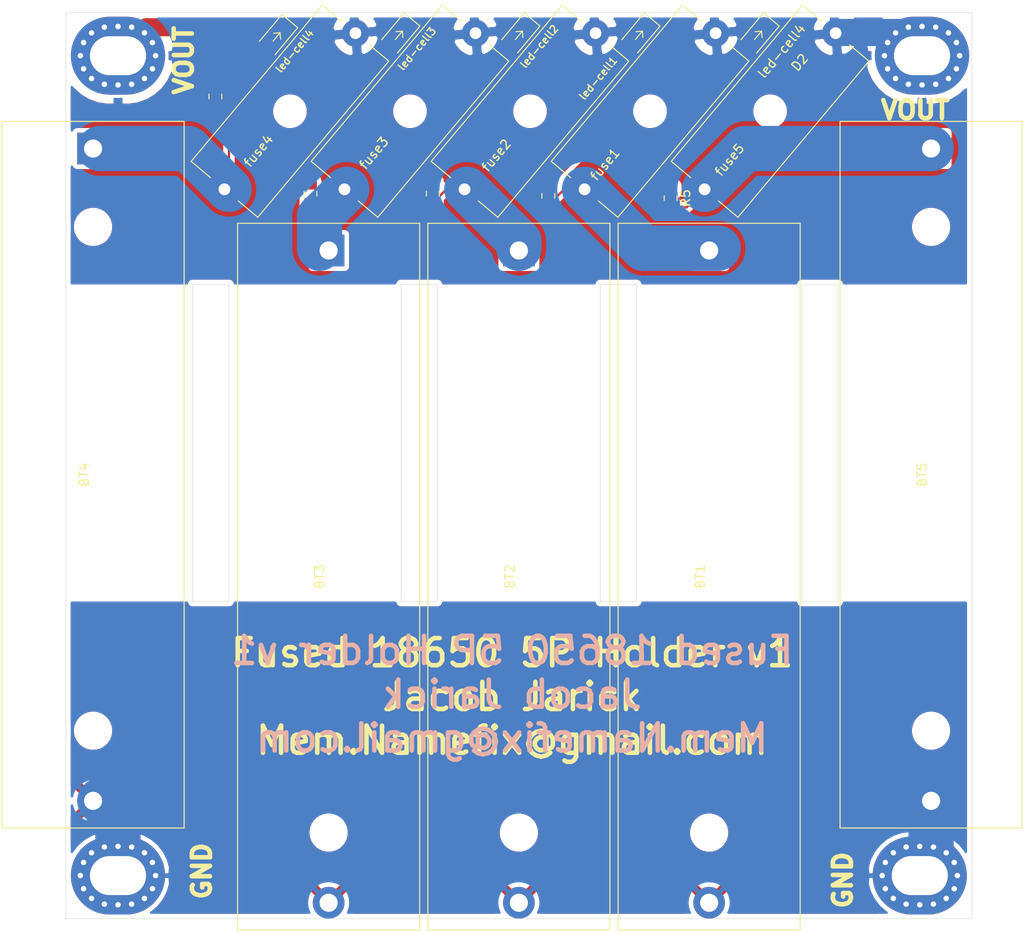
<source format=kicad_pcb>
(kicad_pcb (version 20171130) (host pcbnew "(5.1.2)-2")

  (general
    (thickness 1.6)
    (drawings 26)
    (tracks 38)
    (zones 0)
    (modules 24)
    (nets 13)
  )

  (page A4)
  (layers
    (0 F.Cu signal)
    (31 B.Cu signal)
    (32 B.Adhes user)
    (33 F.Adhes user)
    (34 B.Paste user)
    (35 F.Paste user)
    (36 B.SilkS user)
    (37 F.SilkS user)
    (38 B.Mask user)
    (39 F.Mask user)
    (40 Dwgs.User user)
    (41 Cmts.User user)
    (42 Eco1.User user)
    (43 Eco2.User user)
    (44 Edge.Cuts user)
    (45 Margin user)
    (46 B.CrtYd user)
    (47 F.CrtYd user)
    (48 B.Fab user)
    (49 F.Fab user)
  )

  (setup
    (last_trace_width 0.25)
    (user_trace_width 2)
    (user_trace_width 3)
    (user_trace_width 4)
    (user_trace_width 5)
    (user_trace_width 7)
    (trace_clearance 0.2)
    (zone_clearance 0.508)
    (zone_45_only no)
    (trace_min 0.2)
    (via_size 0.8)
    (via_drill 0.4)
    (via_min_size 0.4)
    (via_min_drill 0.3)
    (uvia_size 0.3)
    (uvia_drill 0.1)
    (uvias_allowed no)
    (uvia_min_size 0.2)
    (uvia_min_drill 0.1)
    (edge_width 0.05)
    (segment_width 0.2)
    (pcb_text_width 0.3)
    (pcb_text_size 1.5 1.5)
    (mod_edge_width 0.12)
    (mod_text_size 1 1)
    (mod_text_width 0.15)
    (pad_size 1.524 1.524)
    (pad_drill 0.762)
    (pad_to_mask_clearance 0.051)
    (solder_mask_min_width 0.25)
    (aux_axis_origin 0 0)
    (visible_elements 7FFFEFFF)
    (pcbplotparams
      (layerselection 0x010fc_ffffffff)
      (usegerberextensions false)
      (usegerberattributes false)
      (usegerberadvancedattributes false)
      (creategerberjobfile false)
      (excludeedgelayer true)
      (linewidth 0.100000)
      (plotframeref false)
      (viasonmask false)
      (mode 1)
      (useauxorigin false)
      (hpglpennumber 1)
      (hpglpenspeed 20)
      (hpglpendiameter 15.000000)
      (psnegative false)
      (psa4output false)
      (plotreference true)
      (plotvalue true)
      (plotinvisibletext false)
      (padsonsilk false)
      (subtractmaskfromsilk false)
      (outputformat 1)
      (mirror false)
      (drillshape 0)
      (scaleselection 1)
      (outputdirectory "gerbers/"))
  )

  (net 0 "")
  (net 1 "Net-(BT1-Pad1)")
  (net 2 GND)
  (net 3 "Net-(BT2-Pad1)")
  (net 4 "Net-(BT3-Pad1)")
  (net 5 "Net-(BT4-Pad1)")
  (net 6 +5P)
  (net 7 "Net-(D1-Pad2)")
  (net 8 "Net-(D3-Pad2)")
  (net 9 "Net-(D5-Pad2)")
  (net 10 "Net-(D7-Pad2)")
  (net 11 "Net-(BT5-Pad1)")
  (net 12 "Net-(D2-Pad2)")

  (net_class Default "This is the default net class."
    (clearance 0.2)
    (trace_width 0.25)
    (via_dia 0.8)
    (via_drill 0.4)
    (uvia_dia 0.3)
    (uvia_drill 0.1)
    (add_net +5P)
    (add_net GND)
    (add_net "Net-(BT1-Pad1)")
    (add_net "Net-(BT2-Pad1)")
    (add_net "Net-(BT3-Pad1)")
    (add_net "Net-(BT4-Pad1)")
    (add_net "Net-(BT5-Pad1)")
    (add_net "Net-(D1-Pad2)")
    (add_net "Net-(D2-Pad2)")
    (add_net "Net-(D3-Pad2)")
    (add_net "Net-(D5-Pad2)")
    (add_net "Net-(D7-Pad2)")
  )

  (module Fuse:Fuseholder_Cylinder-5x20mm_Schurter_0031_8201_Horizontal_Open (layer F.Cu) (tedit 5C39E22F) (tstamp 5D99A1B7)
    (at 174.5 56.5 50)
    (descr "Fuseholder horizontal open 5x20 Schurter 0031.8201, https://www.schurter.com/en/datasheet/typ_OGN.pdf")
    (tags "Fuseholder horizontal open 5x20 Schurter 0031.8201")
    (path /5D9A7D36)
    (fp_text reference fuse5 (at 4.25731 0.017562 50) (layer F.SilkS)
      (effects (font (size 1 1) (thickness 0.15)))
    )
    (fp_text value 8a (at 11.25 6 50) (layer F.Fab)
      (effects (font (size 1 1) (thickness 0.15)))
    )
    (fp_arc (start 0 0) (end -0.25 1.95) (angle 165.3) (layer F.CrtYd) (width 0.05))
    (fp_arc (start 22.5 0) (end 22.75 -1.95) (angle 165.3) (layer F.CrtYd) (width 0.05))
    (fp_line (start 0 4.8) (end 0 2) (layer F.SilkS) (width 0.12))
    (fp_line (start 22.75 1.95) (end 22.75 5.05) (layer F.CrtYd) (width 0.05))
    (fp_line (start 22.75 -1.95) (end 22.75 -5.05) (layer F.CrtYd) (width 0.05))
    (fp_line (start -0.25 -1.95) (end -0.25 -5.05) (layer F.CrtYd) (width 0.05))
    (fp_line (start 0 4.8) (end 22.5 4.8) (layer F.SilkS) (width 0.12))
    (fp_line (start -0.25 -5.05) (end 22.75 -5.05) (layer F.CrtYd) (width 0.05))
    (fp_line (start 22.75 5.05) (end -0.25 5.05) (layer F.CrtYd) (width 0.05))
    (fp_line (start 0 -4.8) (end 22.5 -4.8) (layer F.SilkS) (width 0.12))
    (fp_line (start 0 -2) (end 0 -4.8) (layer F.SilkS) (width 0.12))
    (fp_line (start 22.5 -2) (end 22.5 -4.8) (layer F.SilkS) (width 0.12))
    (fp_line (start 22.5 4.8) (end 22.5 2) (layer F.SilkS) (width 0.12))
    (fp_line (start -0.25 5.05) (end -0.25 1.95) (layer F.CrtYd) (width 0.05))
    (fp_line (start 22.4 -4.7) (end 0.1 -4.7) (layer F.Fab) (width 0.1))
    (fp_line (start 22.4 4.7) (end 22.4 -4.7) (layer F.Fab) (width 0.1))
    (fp_line (start 0.1 4.7) (end 22.4 4.7) (layer F.Fab) (width 0.1))
    (fp_line (start 0.1 -4.7) (end 0.1 4.7) (layer F.Fab) (width 0.1))
    (fp_text user %R (at 11.25 4 50) (layer F.Fab)
      (effects (font (size 1 1) (thickness 0.15)))
    )
    (pad "" np_thru_hole circle (at 11.25 0 50) (size 2.7 2.7) (drill 2.7) (layers *.Cu *.Mask))
    (pad 2 thru_hole circle (at 22.5 0 50) (size 3 3) (drill 1.3) (layers *.Cu *.Mask)
      (net 6 +5P))
    (pad 1 thru_hole circle (at 0 0 50) (size 3 3) (drill 1.3) (layers *.Cu *.Mask)
      (net 11 "Net-(BT5-Pad1)"))
    (model ${KISYS3DMOD}/Fuse.3dshapes/Fuseholder_Cylinder-5x20mm_Schurter_0031_8201_Horizontal_Open.wrl
      (at (xyz 0 0 0))
      (scale (xyz 1 1 1))
      (rotate (xyz 0 0 0))
    )
  )

  (module Fuse:Fuseholder_Cylinder-5x20mm_Schurter_0031_8201_Horizontal_Open (layer F.Cu) (tedit 5C39E22F) (tstamp 5D98818A)
    (at 121.5 56.5 50)
    (descr "Fuseholder horizontal open 5x20 Schurter 0031.8201, https://www.schurter.com/en/datasheet/typ_OGN.pdf")
    (tags "Fuseholder horizontal open 5x20 Schurter 0031.8201")
    (path /5D9ED92B)
    (fp_text reference fuse4 (at 5.666142 0.140819 50) (layer F.SilkS)
      (effects (font (size 1 1) (thickness 0.15)))
    )
    (fp_text value 8a (at 11.25 6 50) (layer F.Fab)
      (effects (font (size 1 1) (thickness 0.15)))
    )
    (fp_arc (start 0 0) (end -0.25 1.95) (angle 165.3) (layer F.CrtYd) (width 0.05))
    (fp_arc (start 22.5 0) (end 22.75 -1.95) (angle 165.3) (layer F.CrtYd) (width 0.05))
    (fp_line (start 0 4.8) (end 0 2) (layer F.SilkS) (width 0.12))
    (fp_line (start 22.75 1.95) (end 22.75 5.05) (layer F.CrtYd) (width 0.05))
    (fp_line (start 22.75 -1.95) (end 22.75 -5.05) (layer F.CrtYd) (width 0.05))
    (fp_line (start -0.25 -1.95) (end -0.25 -5.05) (layer F.CrtYd) (width 0.05))
    (fp_line (start 0 4.8) (end 22.5 4.8) (layer F.SilkS) (width 0.12))
    (fp_line (start -0.25 -5.05) (end 22.75 -5.05) (layer F.CrtYd) (width 0.05))
    (fp_line (start 22.75 5.05) (end -0.25 5.05) (layer F.CrtYd) (width 0.05))
    (fp_line (start 0 -4.8) (end 22.5 -4.8) (layer F.SilkS) (width 0.12))
    (fp_line (start 0 -2) (end 0 -4.8) (layer F.SilkS) (width 0.12))
    (fp_line (start 22.5 -2) (end 22.5 -4.8) (layer F.SilkS) (width 0.12))
    (fp_line (start 22.5 4.8) (end 22.5 2) (layer F.SilkS) (width 0.12))
    (fp_line (start -0.25 5.05) (end -0.25 1.95) (layer F.CrtYd) (width 0.05))
    (fp_line (start 22.4 -4.7) (end 0.1 -4.7) (layer F.Fab) (width 0.1))
    (fp_line (start 22.4 4.7) (end 22.4 -4.7) (layer F.Fab) (width 0.1))
    (fp_line (start 0.1 4.7) (end 22.4 4.7) (layer F.Fab) (width 0.1))
    (fp_line (start 0.1 -4.7) (end 0.1 4.7) (layer F.Fab) (width 0.1))
    (fp_text user %R (at 11.25 4 50) (layer F.Fab)
      (effects (font (size 1 1) (thickness 0.15)))
    )
    (pad "" np_thru_hole circle (at 11.25 0 50) (size 2.7 2.7) (drill 2.7) (layers *.Cu *.Mask))
    (pad 2 thru_hole circle (at 22.5 0 50) (size 3 3) (drill 1.3) (layers *.Cu *.Mask)
      (net 6 +5P))
    (pad 1 thru_hole circle (at 0 0 50) (size 3 3) (drill 1.3) (layers *.Cu *.Mask)
      (net 5 "Net-(BT4-Pad1)"))
    (model ${KISYS3DMOD}/Fuse.3dshapes/Fuseholder_Cylinder-5x20mm_Schurter_0031_8201_Horizontal_Open.wrl
      (at (xyz 0 0 0))
      (scale (xyz 1 1 1))
      (rotate (xyz 0 0 0))
    )
  )

  (module Fuse:Fuseholder_Cylinder-5x20mm_Schurter_0031_8201_Horizontal_Open (layer F.Cu) (tedit 5C39E22F) (tstamp 5D988172)
    (at 134.75 56.5 50)
    (descr "Fuseholder horizontal open 5x20 Schurter 0031.8201, https://www.schurter.com/en/datasheet/typ_OGN.pdf")
    (tags "Fuseholder horizontal open 5x20 Schurter 0031.8201")
    (path /5D9ED41F)
    (fp_text reference fuse3 (at 5.153238 -0.081506 50) (layer F.SilkS)
      (effects (font (size 1 1) (thickness 0.15)))
    )
    (fp_text value 8a (at 11.25 6 50) (layer F.Fab)
      (effects (font (size 1 1) (thickness 0.15)))
    )
    (fp_arc (start 0 0) (end -0.25 1.95) (angle 165.3) (layer F.CrtYd) (width 0.05))
    (fp_arc (start 22.5 0) (end 22.75 -1.95) (angle 165.3) (layer F.CrtYd) (width 0.05))
    (fp_line (start 0 4.8) (end 0 2) (layer F.SilkS) (width 0.12))
    (fp_line (start 22.75 1.95) (end 22.75 5.05) (layer F.CrtYd) (width 0.05))
    (fp_line (start 22.75 -1.95) (end 22.75 -5.05) (layer F.CrtYd) (width 0.05))
    (fp_line (start -0.25 -1.95) (end -0.25 -5.05) (layer F.CrtYd) (width 0.05))
    (fp_line (start 0 4.8) (end 22.5 4.8) (layer F.SilkS) (width 0.12))
    (fp_line (start -0.25 -5.05) (end 22.75 -5.05) (layer F.CrtYd) (width 0.05))
    (fp_line (start 22.75 5.05) (end -0.25 5.05) (layer F.CrtYd) (width 0.05))
    (fp_line (start 0 -4.8) (end 22.5 -4.8) (layer F.SilkS) (width 0.12))
    (fp_line (start 0 -2) (end 0 -4.8) (layer F.SilkS) (width 0.12))
    (fp_line (start 22.5 -2) (end 22.5 -4.8) (layer F.SilkS) (width 0.12))
    (fp_line (start 22.5 4.8) (end 22.5 2) (layer F.SilkS) (width 0.12))
    (fp_line (start -0.25 5.05) (end -0.25 1.95) (layer F.CrtYd) (width 0.05))
    (fp_line (start 22.4 -4.7) (end 0.1 -4.7) (layer F.Fab) (width 0.1))
    (fp_line (start 22.4 4.7) (end 22.4 -4.7) (layer F.Fab) (width 0.1))
    (fp_line (start 0.1 4.7) (end 22.4 4.7) (layer F.Fab) (width 0.1))
    (fp_line (start 0.1 -4.7) (end 0.1 4.7) (layer F.Fab) (width 0.1))
    (fp_text user %R (at 11.25 4 50) (layer F.Fab)
      (effects (font (size 1 1) (thickness 0.15)))
    )
    (pad "" np_thru_hole circle (at 11.25 0 50) (size 2.7 2.7) (drill 2.7) (layers *.Cu *.Mask))
    (pad 2 thru_hole circle (at 22.5 0 50) (size 3 3) (drill 1.3) (layers *.Cu *.Mask)
      (net 6 +5P))
    (pad 1 thru_hole circle (at 0 0 50) (size 3 3) (drill 1.3) (layers *.Cu *.Mask)
      (net 4 "Net-(BT3-Pad1)"))
    (model ${KISYS3DMOD}/Fuse.3dshapes/Fuseholder_Cylinder-5x20mm_Schurter_0031_8201_Horizontal_Open.wrl
      (at (xyz 0 0 0))
      (scale (xyz 1 1 1))
      (rotate (xyz 0 0 0))
    )
  )

  (module Fuse:Fuseholder_Cylinder-5x20mm_Schurter_0031_8201_Horizontal_Open (layer F.Cu) (tedit 5C39E22F) (tstamp 5D988517)
    (at 148 56.5 50)
    (descr "Fuseholder horizontal open 5x20 Schurter 0031.8201, https://www.schurter.com/en/datasheet/typ_OGN.pdf")
    (tags "Fuseholder horizontal open 5x20 Schurter 0031.8201")
    (path /5D9ECCB5)
    (fp_text reference fuse2 (at 5.122423 0.270702 50) (layer F.SilkS)
      (effects (font (size 1 1) (thickness 0.15)))
    )
    (fp_text value 8a (at 11.25 6 50) (layer F.Fab)
      (effects (font (size 1 1) (thickness 0.15)))
    )
    (fp_arc (start 0 0) (end -0.25 1.95) (angle 165.3) (layer F.CrtYd) (width 0.05))
    (fp_arc (start 22.5 0) (end 22.75 -1.95) (angle 165.3) (layer F.CrtYd) (width 0.05))
    (fp_line (start 0 4.8) (end 0 2) (layer F.SilkS) (width 0.12))
    (fp_line (start 22.75 1.95) (end 22.75 5.05) (layer F.CrtYd) (width 0.05))
    (fp_line (start 22.75 -1.95) (end 22.75 -5.05) (layer F.CrtYd) (width 0.05))
    (fp_line (start -0.25 -1.95) (end -0.25 -5.05) (layer F.CrtYd) (width 0.05))
    (fp_line (start 0 4.8) (end 22.5 4.8) (layer F.SilkS) (width 0.12))
    (fp_line (start -0.25 -5.05) (end 22.75 -5.05) (layer F.CrtYd) (width 0.05))
    (fp_line (start 22.75 5.05) (end -0.25 5.05) (layer F.CrtYd) (width 0.05))
    (fp_line (start 0 -4.8) (end 22.5 -4.8) (layer F.SilkS) (width 0.12))
    (fp_line (start 0 -2) (end 0 -4.8) (layer F.SilkS) (width 0.12))
    (fp_line (start 22.5 -2) (end 22.5 -4.8) (layer F.SilkS) (width 0.12))
    (fp_line (start 22.5 4.8) (end 22.5 2) (layer F.SilkS) (width 0.12))
    (fp_line (start -0.25 5.05) (end -0.25 1.95) (layer F.CrtYd) (width 0.05))
    (fp_line (start 22.4 -4.7) (end 0.1 -4.7) (layer F.Fab) (width 0.1))
    (fp_line (start 22.4 4.7) (end 22.4 -4.7) (layer F.Fab) (width 0.1))
    (fp_line (start 0.1 4.7) (end 22.4 4.7) (layer F.Fab) (width 0.1))
    (fp_line (start 0.1 -4.7) (end 0.1 4.7) (layer F.Fab) (width 0.1))
    (fp_text user %R (at 11.25 4 50) (layer F.Fab)
      (effects (font (size 1 1) (thickness 0.15)))
    )
    (pad "" np_thru_hole circle (at 11.25 0 50) (size 2.7 2.7) (drill 2.7) (layers *.Cu *.Mask))
    (pad 2 thru_hole circle (at 22.5 0 50) (size 3 3) (drill 1.3) (layers *.Cu *.Mask)
      (net 6 +5P))
    (pad 1 thru_hole circle (at 0 0 50) (size 3 3) (drill 1.3) (layers *.Cu *.Mask)
      (net 3 "Net-(BT2-Pad1)"))
    (model ${KISYS3DMOD}/Fuse.3dshapes/Fuseholder_Cylinder-5x20mm_Schurter_0031_8201_Horizontal_Open.wrl
      (at (xyz 0 0 0))
      (scale (xyz 1 1 1))
      (rotate (xyz 0 0 0))
    )
  )

  (module Fuse:Fuseholder_Cylinder-5x20mm_Schurter_0031_8201_Horizontal_Open (layer F.Cu) (tedit 5C39E22F) (tstamp 5D988C1B)
    (at 161.25 56.5 50)
    (descr "Fuseholder horizontal open 5x20 Schurter 0031.8201, https://www.schurter.com/en/datasheet/typ_OGN.pdf")
    (tags "Fuseholder horizontal open 5x20 Schurter 0031.8201")
    (path /5D9EBFC9)
    (fp_text reference fuse1 (at 3.552894 -0.044066 50) (layer F.SilkS)
      (effects (font (size 1 1) (thickness 0.15)))
    )
    (fp_text value 8a (at 11.25 6 50) (layer F.Fab)
      (effects (font (size 1 1) (thickness 0.15)))
    )
    (fp_arc (start 0 0) (end -0.25 1.95) (angle 165.3) (layer F.CrtYd) (width 0.05))
    (fp_arc (start 22.5 0) (end 22.75 -1.95) (angle 165.3) (layer F.CrtYd) (width 0.05))
    (fp_line (start 0 4.8) (end 0 2) (layer F.SilkS) (width 0.12))
    (fp_line (start 22.75 1.95) (end 22.75 5.05) (layer F.CrtYd) (width 0.05))
    (fp_line (start 22.75 -1.95) (end 22.75 -5.05) (layer F.CrtYd) (width 0.05))
    (fp_line (start -0.25 -1.95) (end -0.25 -5.05) (layer F.CrtYd) (width 0.05))
    (fp_line (start 0 4.8) (end 22.5 4.8) (layer F.SilkS) (width 0.12))
    (fp_line (start -0.25 -5.05) (end 22.75 -5.05) (layer F.CrtYd) (width 0.05))
    (fp_line (start 22.75 5.05) (end -0.25 5.05) (layer F.CrtYd) (width 0.05))
    (fp_line (start 0 -4.8) (end 22.5 -4.8) (layer F.SilkS) (width 0.12))
    (fp_line (start 0 -2) (end 0 -4.8) (layer F.SilkS) (width 0.12))
    (fp_line (start 22.5 -2) (end 22.5 -4.8) (layer F.SilkS) (width 0.12))
    (fp_line (start 22.5 4.8) (end 22.5 2) (layer F.SilkS) (width 0.12))
    (fp_line (start -0.25 5.05) (end -0.25 1.95) (layer F.CrtYd) (width 0.05))
    (fp_line (start 22.4 -4.7) (end 0.1 -4.7) (layer F.Fab) (width 0.1))
    (fp_line (start 22.4 4.7) (end 22.4 -4.7) (layer F.Fab) (width 0.1))
    (fp_line (start 0.1 4.7) (end 22.4 4.7) (layer F.Fab) (width 0.1))
    (fp_line (start 0.1 -4.7) (end 0.1 4.7) (layer F.Fab) (width 0.1))
    (fp_text user %R (at 11.25 4 50) (layer F.Fab)
      (effects (font (size 1 1) (thickness 0.15)))
    )
    (pad "" np_thru_hole circle (at 11.25 0 50) (size 2.7 2.7) (drill 2.7) (layers *.Cu *.Mask))
    (pad 2 thru_hole circle (at 22.5 0 50) (size 3 3) (drill 1.3) (layers *.Cu *.Mask)
      (net 6 +5P))
    (pad 1 thru_hole circle (at 0 0 50) (size 3 3) (drill 1.3) (layers *.Cu *.Mask)
      (net 1 "Net-(BT1-Pad1)"))
    (model ${KISYS3DMOD}/Fuse.3dshapes/Fuseholder_Cylinder-5x20mm_Schurter_0031_8201_Horizontal_Open.wrl
      (at (xyz 0 0 0))
      (scale (xyz 1 1 1))
      (rotate (xyz 0 0 0))
    )
  )

  (module LED_SMD:LED_1206_3216Metric-witharrow (layer F.Cu) (tedit 5D5BC59E) (tstamp 5D9917D6)
    (at 167.25 39.5 230)
    (descr "LED SMD 1206 (3216 Metric), square (rectangular) end terminal, IPC_7351 nominal, (Body size source: http://www.tortai-tech.com/upload/download/2011102023233369053.pdf), generated with kicad-footprint-generator")
    (tags diode)
    (path /5DA0722B)
    (attr smd)
    (fp_text reference D1 (at 0 -1.82 50) (layer F.SilkS) hide
      (effects (font (size 1 1) (thickness 0.15)))
    )
    (fp_text value led-cell1 (at 6.531255 0.393959 50) (layer F.SilkS)
      (effects (font (size 0.8 0.8) (thickness 0.15)))
    )
    (fp_line (start -0.6 0) (end -0.1 0.5) (layer F.SilkS) (width 0.12))
    (fp_line (start -0.6 0) (end -0.1 -0.5) (layer F.SilkS) (width 0.12))
    (fp_text user %R (at -1.8 -2.39 50) (layer F.Fab)
      (effects (font (size 0.8 0.8) (thickness 0.12)))
    )
    (fp_line (start 2.28 1.12) (end -2.28 1.12) (layer F.CrtYd) (width 0.05))
    (fp_line (start 2.28 -1.12) (end 2.28 1.12) (layer F.CrtYd) (width 0.05))
    (fp_line (start -2.28 -1.12) (end 2.28 -1.12) (layer F.CrtYd) (width 0.05))
    (fp_line (start -2.28 1.12) (end -2.28 -1.12) (layer F.CrtYd) (width 0.05))
    (fp_line (start -2.285 1.135) (end 1.6 1.135) (layer F.SilkS) (width 0.12))
    (fp_line (start -2.285 -1.135) (end -2.285 1.135) (layer F.SilkS) (width 0.12))
    (fp_line (start 1.6 -1.135) (end -2.285 -1.135) (layer F.SilkS) (width 0.12))
    (fp_line (start 1.6 0.8) (end 1.6 -0.8) (layer F.Fab) (width 0.1))
    (fp_line (start -1.6 0.8) (end 1.6 0.8) (layer F.Fab) (width 0.1))
    (fp_line (start -1.6 -0.4) (end -1.6 0.8) (layer F.Fab) (width 0.1))
    (fp_line (start -1.2 -0.8) (end -1.6 -0.4) (layer F.Fab) (width 0.1))
    (fp_line (start 1.6 -0.8) (end -1.2 -0.8) (layer F.Fab) (width 0.1))
    (fp_line (start 0.6 0) (end -0.6 0) (layer F.SilkS) (width 0.12))
    (pad 2 smd roundrect (at 1.4 0 230) (size 1.25 1.75) (layers F.Cu F.Paste F.Mask) (roundrect_rratio 0.2)
      (net 7 "Net-(D1-Pad2)"))
    (pad 1 smd roundrect (at -1.4 0 230) (size 1.25 1.75) (layers F.Cu F.Paste F.Mask) (roundrect_rratio 0.2)
      (net 6 +5P))
    (model ${KISYS3DMOD}/LED_SMD.3dshapes/LED_1206_3216Metric.wrl
      (at (xyz 0 0 0))
      (scale (xyz 1 1 1))
      (rotate (xyz 0 0 0))
    )
  )

  (module Resistor_SMD:R_0805_2012Metric_Pad1.15x1.40mm_HandSolder (layer F.Cu) (tedit 5B36C52B) (tstamp 5D99B832)
    (at 170.75 57.475 270)
    (descr "Resistor SMD 0805 (2012 Metric), square (rectangular) end terminal, IPC_7351 nominal with elongated pad for handsoldering. (Body size source: https://docs.google.com/spreadsheets/d/1BsfQQcO9C6DZCsRaXUlFlo91Tg2WpOkGARC1WS5S8t0/edit?usp=sharing), generated with kicad-footprint-generator")
    (tags "resistor handsolder")
    (path /5D9B4907)
    (attr smd)
    (fp_text reference R5 (at 0 -1.65 90) (layer F.SilkS)
      (effects (font (size 1 1) (thickness 0.15)))
    )
    (fp_text value 510 (at 0 1.65 90) (layer F.Fab)
      (effects (font (size 1 1) (thickness 0.15)))
    )
    (fp_text user %R (at 0 0 90) (layer F.Fab)
      (effects (font (size 0.5 0.5) (thickness 0.08)))
    )
    (fp_line (start 1.85 0.95) (end -1.85 0.95) (layer F.CrtYd) (width 0.05))
    (fp_line (start 1.85 -0.95) (end 1.85 0.95) (layer F.CrtYd) (width 0.05))
    (fp_line (start -1.85 -0.95) (end 1.85 -0.95) (layer F.CrtYd) (width 0.05))
    (fp_line (start -1.85 0.95) (end -1.85 -0.95) (layer F.CrtYd) (width 0.05))
    (fp_line (start -0.261252 0.71) (end 0.261252 0.71) (layer F.SilkS) (width 0.12))
    (fp_line (start -0.261252 -0.71) (end 0.261252 -0.71) (layer F.SilkS) (width 0.12))
    (fp_line (start 1 0.6) (end -1 0.6) (layer F.Fab) (width 0.1))
    (fp_line (start 1 -0.6) (end 1 0.6) (layer F.Fab) (width 0.1))
    (fp_line (start -1 -0.6) (end 1 -0.6) (layer F.Fab) (width 0.1))
    (fp_line (start -1 0.6) (end -1 -0.6) (layer F.Fab) (width 0.1))
    (pad 2 smd roundrect (at 1.025 0 270) (size 1.15 1.4) (layers F.Cu F.Paste F.Mask) (roundrect_rratio 0.217391)
      (net 11 "Net-(BT5-Pad1)"))
    (pad 1 smd roundrect (at -1.025 0 270) (size 1.15 1.4) (layers F.Cu F.Paste F.Mask) (roundrect_rratio 0.217391)
      (net 12 "Net-(D2-Pad2)"))
    (model ${KISYS3DMOD}/Resistor_SMD.3dshapes/R_0805_2012Metric.wrl
      (at (xyz 0 0 0))
      (scale (xyz 1 1 1))
      (rotate (xyz 0 0 0))
    )
  )

  (module LED_SMD:LED_1206_3216Metric-witharrow (layer F.Cu) (tedit 5D5BC59E) (tstamp 5D99B5D1)
    (at 180.399903 39.5 230)
    (descr "LED SMD 1206 (3216 Metric), square (rectangular) end terminal, IPC_7351 nominal, (Body size source: http://www.tortai-tech.com/upload/download/2011102023233369053.pdf), generated with kicad-footprint-generator")
    (tags diode)
    (path /5D9B48FE)
    (attr smd)
    (fp_text reference D2 (at -0.658752 -5.452242 50) (layer F.SilkS)
      (effects (font (size 1 1) (thickness 0.15)))
    )
    (fp_text value led-cell4 (at -0.330732 -3.116668 50) (layer F.SilkS)
      (effects (font (size 1 1) (thickness 0.15)))
    )
    (fp_line (start -0.6 0) (end -0.1 0.5) (layer F.SilkS) (width 0.12))
    (fp_line (start -0.6 0) (end -0.1 -0.5) (layer F.SilkS) (width 0.12))
    (fp_text user %R (at -1.8 -2.39 50) (layer F.Fab)
      (effects (font (size 0.8 0.8) (thickness 0.12)))
    )
    (fp_line (start 2.28 1.12) (end -2.28 1.12) (layer F.CrtYd) (width 0.05))
    (fp_line (start 2.28 -1.12) (end 2.28 1.12) (layer F.CrtYd) (width 0.05))
    (fp_line (start -2.28 -1.12) (end 2.28 -1.12) (layer F.CrtYd) (width 0.05))
    (fp_line (start -2.28 1.12) (end -2.28 -1.12) (layer F.CrtYd) (width 0.05))
    (fp_line (start -2.285 1.135) (end 1.6 1.135) (layer F.SilkS) (width 0.12))
    (fp_line (start -2.285 -1.135) (end -2.285 1.135) (layer F.SilkS) (width 0.12))
    (fp_line (start 1.6 -1.135) (end -2.285 -1.135) (layer F.SilkS) (width 0.12))
    (fp_line (start 1.6 0.8) (end 1.6 -0.8) (layer F.Fab) (width 0.1))
    (fp_line (start -1.6 0.8) (end 1.6 0.8) (layer F.Fab) (width 0.1))
    (fp_line (start -1.6 -0.4) (end -1.6 0.8) (layer F.Fab) (width 0.1))
    (fp_line (start -1.2 -0.8) (end -1.6 -0.4) (layer F.Fab) (width 0.1))
    (fp_line (start 1.6 -0.8) (end -1.2 -0.8) (layer F.Fab) (width 0.1))
    (fp_line (start 0.6 0) (end -0.6 0) (layer F.SilkS) (width 0.12))
    (pad 2 smd roundrect (at 1.4 0 230) (size 1.25 1.75) (layers F.Cu F.Paste F.Mask) (roundrect_rratio 0.2)
      (net 12 "Net-(D2-Pad2)"))
    (pad 1 smd roundrect (at -1.4 0 230) (size 1.25 1.75) (layers F.Cu F.Paste F.Mask) (roundrect_rratio 0.2)
      (net 6 +5P))
    (model ${KISYS3DMOD}/LED_SMD.3dshapes/LED_1206_3216Metric.wrl
      (at (xyz 0 0 0))
      (scale (xyz 1 1 1))
      (rotate (xyz 0 0 0))
    )
  )

  (module Battery:BatteryHolder_MPD_BH-18650-PC2 (layer F.Cu) (tedit 5C1007C1) (tstamp 5D99A03F)
    (at 199.5 52 270)
    (descr "18650 Battery Holder (http://www.memoryprotectiondevices.com/datasheets/BK-18650-PC2-datasheet.pdf)")
    (tags "18650 Battery Holder")
    (path /5D9A7D30)
    (fp_text reference BT5 (at 36 1 90) (layer F.SilkS)
      (effects (font (size 1 1) (thickness 0.15)))
    )
    (fp_text value Battery_Cell (at 36 -0.8 90) (layer F.Fab)
      (effects (font (size 1 1) (thickness 0.15)))
    )
    (fp_text user %R (at 36 -2.4 90) (layer F.Fab)
      (effects (font (size 1 1) (thickness 0.15)))
    )
    (fp_line (start -3.2 -10.25) (end 75.2 -10.25) (layer F.CrtYd) (width 0.05))
    (fp_line (start 75.2 -10.25) (end 75.2 10.25) (layer F.CrtYd) (width 0.05))
    (fp_line (start 75.2 10.25) (end -3.2 10.25) (layer F.CrtYd) (width 0.05))
    (fp_line (start -3.2 10.25) (end -3.2 -10.25) (layer F.CrtYd) (width 0.05))
    (fp_line (start -2.8 -9.85) (end 74.8 -9.85) (layer F.Fab) (width 0.1))
    (fp_line (start 74.8 -9.85) (end 74.8 9.85) (layer F.Fab) (width 0.1))
    (fp_line (start 74.8 9.85) (end -2.8 9.85) (layer F.Fab) (width 0.1))
    (fp_line (start -2.8 9.85) (end -2.8 -9.85) (layer F.Fab) (width 0.1))
    (fp_line (start -3 -10.05) (end 75 -10.05) (layer F.SilkS) (width 0.12))
    (fp_line (start 75 -10.05) (end 75 10.05) (layer F.SilkS) (width 0.12))
    (fp_line (start 75 10.05) (end -3 10.05) (layer F.SilkS) (width 0.12))
    (fp_line (start -3 10.05) (end -3 -10.05) (layer F.SilkS) (width 0.12))
    (pad "" np_thru_hole circle (at 64.255 0 270) (size 3.2 3.2) (drill 3.2) (layers *.Cu *.Mask))
    (pad "" np_thru_hole circle (at 8.645 0 270) (size 3.2 3.2) (drill 3.2) (layers *.Cu *.Mask))
    (pad 1 thru_hole rect (at 0 0 270) (size 3.5 3.5) (drill 2) (layers *.Cu *.Mask)
      (net 11 "Net-(BT5-Pad1)"))
    (pad 2 thru_hole circle (at 72 0 270) (size 3.5 3.5) (drill 2) (layers *.Cu *.Mask)
      (net 2 GND))
    (model ${KISYS3DMOD}/Battery.3dshapes/BatteryHolder_MPD_BH-18650-PC2.wrl
      (at (xyz 0 0 0))
      (scale (xyz 1 1 1))
      (rotate (xyz 0 0 0))
    )
  )

  (module Resistor_SMD:R_0805_2012Metric_Pad1.15x1.40mm_HandSolder (layer F.Cu) (tedit 5B36C52B) (tstamp 5D994133)
    (at 120.5 46.25 270)
    (descr "Resistor SMD 0805 (2012 Metric), square (rectangular) end terminal, IPC_7351 nominal with elongated pad for handsoldering. (Body size source: https://docs.google.com/spreadsheets/d/1BsfQQcO9C6DZCsRaXUlFlo91Tg2WpOkGARC1WS5S8t0/edit?usp=sharing), generated with kicad-footprint-generator")
    (tags "resistor handsolder")
    (path /5DA35411)
    (attr smd)
    (fp_text reference R4 (at 0 -1.65 90) (layer F.SilkS) hide
      (effects (font (size 1 1) (thickness 0.15)))
    )
    (fp_text value 510 (at 0 1.65 90) (layer F.Fab)
      (effects (font (size 1 1) (thickness 0.15)))
    )
    (fp_text user %R (at 0 0 90) (layer F.Fab)
      (effects (font (size 0.5 0.5) (thickness 0.08)))
    )
    (fp_line (start 1.85 0.95) (end -1.85 0.95) (layer F.CrtYd) (width 0.05))
    (fp_line (start 1.85 -0.95) (end 1.85 0.95) (layer F.CrtYd) (width 0.05))
    (fp_line (start -1.85 -0.95) (end 1.85 -0.95) (layer F.CrtYd) (width 0.05))
    (fp_line (start -1.85 0.95) (end -1.85 -0.95) (layer F.CrtYd) (width 0.05))
    (fp_line (start -0.261252 0.71) (end 0.261252 0.71) (layer F.SilkS) (width 0.12))
    (fp_line (start -0.261252 -0.71) (end 0.261252 -0.71) (layer F.SilkS) (width 0.12))
    (fp_line (start 1 0.6) (end -1 0.6) (layer F.Fab) (width 0.1))
    (fp_line (start 1 -0.6) (end 1 0.6) (layer F.Fab) (width 0.1))
    (fp_line (start -1 -0.6) (end 1 -0.6) (layer F.Fab) (width 0.1))
    (fp_line (start -1 0.6) (end -1 -0.6) (layer F.Fab) (width 0.1))
    (pad 2 smd roundrect (at 1.025 0 270) (size 1.15 1.4) (layers F.Cu F.Paste F.Mask) (roundrect_rratio 0.217391)
      (net 5 "Net-(BT4-Pad1)"))
    (pad 1 smd roundrect (at -1.025 0 270) (size 1.15 1.4) (layers F.Cu F.Paste F.Mask) (roundrect_rratio 0.217391)
      (net 10 "Net-(D7-Pad2)"))
    (model ${KISYS3DMOD}/Resistor_SMD.3dshapes/R_0805_2012Metric.wrl
      (at (xyz 0 0 0))
      (scale (xyz 1 1 1))
      (rotate (xyz 0 0 0))
    )
  )

  (module Resistor_SMD:R_0805_2012Metric_Pad1.15x1.40mm_HandSolder (layer F.Cu) (tedit 5B36C52B) (tstamp 5D994124)
    (at 131 56.975 270)
    (descr "Resistor SMD 0805 (2012 Metric), square (rectangular) end terminal, IPC_7351 nominal with elongated pad for handsoldering. (Body size source: https://docs.google.com/spreadsheets/d/1BsfQQcO9C6DZCsRaXUlFlo91Tg2WpOkGARC1WS5S8t0/edit?usp=sharing), generated with kicad-footprint-generator")
    (tags "resistor handsolder")
    (path /5DA34D6C)
    (attr smd)
    (fp_text reference R3 (at 0 -1.65 90) (layer F.SilkS) hide
      (effects (font (size 1 1) (thickness 0.15)))
    )
    (fp_text value 510 (at 0 1.65 90) (layer F.Fab)
      (effects (font (size 1 1) (thickness 0.15)))
    )
    (fp_text user %R (at 0 0 90) (layer F.Fab)
      (effects (font (size 0.5 0.5) (thickness 0.08)))
    )
    (fp_line (start 1.85 0.95) (end -1.85 0.95) (layer F.CrtYd) (width 0.05))
    (fp_line (start 1.85 -0.95) (end 1.85 0.95) (layer F.CrtYd) (width 0.05))
    (fp_line (start -1.85 -0.95) (end 1.85 -0.95) (layer F.CrtYd) (width 0.05))
    (fp_line (start -1.85 0.95) (end -1.85 -0.95) (layer F.CrtYd) (width 0.05))
    (fp_line (start -0.261252 0.71) (end 0.261252 0.71) (layer F.SilkS) (width 0.12))
    (fp_line (start -0.261252 -0.71) (end 0.261252 -0.71) (layer F.SilkS) (width 0.12))
    (fp_line (start 1 0.6) (end -1 0.6) (layer F.Fab) (width 0.1))
    (fp_line (start 1 -0.6) (end 1 0.6) (layer F.Fab) (width 0.1))
    (fp_line (start -1 -0.6) (end 1 -0.6) (layer F.Fab) (width 0.1))
    (fp_line (start -1 0.6) (end -1 -0.6) (layer F.Fab) (width 0.1))
    (pad 2 smd roundrect (at 1.025 0 270) (size 1.15 1.4) (layers F.Cu F.Paste F.Mask) (roundrect_rratio 0.217391)
      (net 4 "Net-(BT3-Pad1)"))
    (pad 1 smd roundrect (at -1.025 0 270) (size 1.15 1.4) (layers F.Cu F.Paste F.Mask) (roundrect_rratio 0.217391)
      (net 9 "Net-(D5-Pad2)"))
    (model ${KISYS3DMOD}/Resistor_SMD.3dshapes/R_0805_2012Metric.wrl
      (at (xyz 0 0 0))
      (scale (xyz 1 1 1))
      (rotate (xyz 0 0 0))
    )
  )

  (module Resistor_SMD:R_0805_2012Metric_Pad1.15x1.40mm_HandSolder (layer F.Cu) (tedit 5B36C52B) (tstamp 5D994115)
    (at 144.5 56.975 270)
    (descr "Resistor SMD 0805 (2012 Metric), square (rectangular) end terminal, IPC_7351 nominal with elongated pad for handsoldering. (Body size source: https://docs.google.com/spreadsheets/d/1BsfQQcO9C6DZCsRaXUlFlo91Tg2WpOkGARC1WS5S8t0/edit?usp=sharing), generated with kicad-footprint-generator")
    (tags "resistor handsolder")
    (path /5DA346F3)
    (attr smd)
    (fp_text reference R2 (at 0 -1.65 90) (layer F.SilkS) hide
      (effects (font (size 1 1) (thickness 0.15)))
    )
    (fp_text value 510 (at 0 1.65 90) (layer F.Fab)
      (effects (font (size 1 1) (thickness 0.15)))
    )
    (fp_text user %R (at 0 0 90) (layer F.Fab)
      (effects (font (size 0.5 0.5) (thickness 0.08)))
    )
    (fp_line (start 1.85 0.95) (end -1.85 0.95) (layer F.CrtYd) (width 0.05))
    (fp_line (start 1.85 -0.95) (end 1.85 0.95) (layer F.CrtYd) (width 0.05))
    (fp_line (start -1.85 -0.95) (end 1.85 -0.95) (layer F.CrtYd) (width 0.05))
    (fp_line (start -1.85 0.95) (end -1.85 -0.95) (layer F.CrtYd) (width 0.05))
    (fp_line (start -0.261252 0.71) (end 0.261252 0.71) (layer F.SilkS) (width 0.12))
    (fp_line (start -0.261252 -0.71) (end 0.261252 -0.71) (layer F.SilkS) (width 0.12))
    (fp_line (start 1 0.6) (end -1 0.6) (layer F.Fab) (width 0.1))
    (fp_line (start 1 -0.6) (end 1 0.6) (layer F.Fab) (width 0.1))
    (fp_line (start -1 -0.6) (end 1 -0.6) (layer F.Fab) (width 0.1))
    (fp_line (start -1 0.6) (end -1 -0.6) (layer F.Fab) (width 0.1))
    (pad 2 smd roundrect (at 1.025 0 270) (size 1.15 1.4) (layers F.Cu F.Paste F.Mask) (roundrect_rratio 0.217391)
      (net 3 "Net-(BT2-Pad1)"))
    (pad 1 smd roundrect (at -1.025 0 270) (size 1.15 1.4) (layers F.Cu F.Paste F.Mask) (roundrect_rratio 0.217391)
      (net 8 "Net-(D3-Pad2)"))
    (model ${KISYS3DMOD}/Resistor_SMD.3dshapes/R_0805_2012Metric.wrl
      (at (xyz 0 0 0))
      (scale (xyz 1 1 1))
      (rotate (xyz 0 0 0))
    )
  )

  (module Resistor_SMD:R_0805_2012Metric_Pad1.15x1.40mm_HandSolder (layer F.Cu) (tedit 5B36C52B) (tstamp 5D994106)
    (at 157.25 57.225 270)
    (descr "Resistor SMD 0805 (2012 Metric), square (rectangular) end terminal, IPC_7351 nominal with elongated pad for handsoldering. (Body size source: https://docs.google.com/spreadsheets/d/1BsfQQcO9C6DZCsRaXUlFlo91Tg2WpOkGARC1WS5S8t0/edit?usp=sharing), generated with kicad-footprint-generator")
    (tags "resistor handsolder")
    (path /5DA33A46)
    (attr smd)
    (fp_text reference R1 (at 0 -1.65 90) (layer F.SilkS) hide
      (effects (font (size 1 1) (thickness 0.15)))
    )
    (fp_text value 510 (at 0 1.65 90) (layer F.Fab)
      (effects (font (size 1 1) (thickness 0.15)))
    )
    (fp_text user %R (at 0 0 90) (layer F.Fab)
      (effects (font (size 0.5 0.5) (thickness 0.08)))
    )
    (fp_line (start 1.85 0.95) (end -1.85 0.95) (layer F.CrtYd) (width 0.05))
    (fp_line (start 1.85 -0.95) (end 1.85 0.95) (layer F.CrtYd) (width 0.05))
    (fp_line (start -1.85 -0.95) (end 1.85 -0.95) (layer F.CrtYd) (width 0.05))
    (fp_line (start -1.85 0.95) (end -1.85 -0.95) (layer F.CrtYd) (width 0.05))
    (fp_line (start -0.261252 0.71) (end 0.261252 0.71) (layer F.SilkS) (width 0.12))
    (fp_line (start -0.261252 -0.71) (end 0.261252 -0.71) (layer F.SilkS) (width 0.12))
    (fp_line (start 1 0.6) (end -1 0.6) (layer F.Fab) (width 0.1))
    (fp_line (start 1 -0.6) (end 1 0.6) (layer F.Fab) (width 0.1))
    (fp_line (start -1 -0.6) (end 1 -0.6) (layer F.Fab) (width 0.1))
    (fp_line (start -1 0.6) (end -1 -0.6) (layer F.Fab) (width 0.1))
    (pad 2 smd roundrect (at 1.025 0 270) (size 1.15 1.4) (layers F.Cu F.Paste F.Mask) (roundrect_rratio 0.217391)
      (net 1 "Net-(BT1-Pad1)"))
    (pad 1 smd roundrect (at -1.025 0 270) (size 1.15 1.4) (layers F.Cu F.Paste F.Mask) (roundrect_rratio 0.217391)
      (net 7 "Net-(D1-Pad2)"))
    (model ${KISYS3DMOD}/Resistor_SMD.3dshapes/R_0805_2012Metric.wrl
      (at (xyz 0 0 0))
      (scale (xyz 1 1 1))
      (rotate (xyz 0 0 0))
    )
  )

  (module LED_SMD:LED_1206_3216Metric-witharrow (layer F.Cu) (tedit 5D5BC59E) (tstamp 5D991863)
    (at 127.25 39.677538 230)
    (descr "LED SMD 1206 (3216 Metric), square (rectangular) end terminal, IPC_7351 nominal, (Body size source: http://www.tortai-tech.com/upload/download/2011102023233369053.pdf), generated with kicad-footprint-generator")
    (tags diode)
    (path /5DA2512D)
    (attr smd)
    (fp_text reference D7 (at 0 -1.82 50) (layer F.SilkS) hide
      (effects (font (size 1 1) (thickness 0.15)))
    )
    (fp_text value led-cell4 (at -0.080999 -2.542848 50) (layer F.SilkS)
      (effects (font (size 0.8 0.8) (thickness 0.15)))
    )
    (fp_line (start -0.6 0) (end -0.1 0.5) (layer F.SilkS) (width 0.12))
    (fp_line (start -0.6 0) (end -0.1 -0.5) (layer F.SilkS) (width 0.12))
    (fp_text user %R (at -1.8 -2.39 50) (layer F.Fab)
      (effects (font (size 0.8 0.8) (thickness 0.12)))
    )
    (fp_line (start 2.28 1.12) (end -2.28 1.12) (layer F.CrtYd) (width 0.05))
    (fp_line (start 2.28 -1.12) (end 2.28 1.12) (layer F.CrtYd) (width 0.05))
    (fp_line (start -2.28 -1.12) (end 2.28 -1.12) (layer F.CrtYd) (width 0.05))
    (fp_line (start -2.28 1.12) (end -2.28 -1.12) (layer F.CrtYd) (width 0.05))
    (fp_line (start -2.285 1.135) (end 1.6 1.135) (layer F.SilkS) (width 0.12))
    (fp_line (start -2.285 -1.135) (end -2.285 1.135) (layer F.SilkS) (width 0.12))
    (fp_line (start 1.6 -1.135) (end -2.285 -1.135) (layer F.SilkS) (width 0.12))
    (fp_line (start 1.6 0.8) (end 1.6 -0.8) (layer F.Fab) (width 0.1))
    (fp_line (start -1.6 0.8) (end 1.6 0.8) (layer F.Fab) (width 0.1))
    (fp_line (start -1.6 -0.4) (end -1.6 0.8) (layer F.Fab) (width 0.1))
    (fp_line (start -1.2 -0.8) (end -1.6 -0.4) (layer F.Fab) (width 0.1))
    (fp_line (start 1.6 -0.8) (end -1.2 -0.8) (layer F.Fab) (width 0.1))
    (fp_line (start 0.6 0) (end -0.6 0) (layer F.SilkS) (width 0.12))
    (pad 2 smd roundrect (at 1.4 0 230) (size 1.25 1.75) (layers F.Cu F.Paste F.Mask) (roundrect_rratio 0.2)
      (net 10 "Net-(D7-Pad2)"))
    (pad 1 smd roundrect (at -1.4 0 230) (size 1.25 1.75) (layers F.Cu F.Paste F.Mask) (roundrect_rratio 0.2)
      (net 6 +5P))
    (model ${KISYS3DMOD}/LED_SMD.3dshapes/LED_1206_3216Metric.wrl
      (at (xyz 0 0 0))
      (scale (xyz 1 1 1))
      (rotate (xyz 0 0 0))
    )
  )

  (module LED_SMD:LED_1206_3216Metric-witharrow (layer F.Cu) (tedit 5D5BC59E) (tstamp 5D9B3610)
    (at 140.75 39.5 230)
    (descr "LED SMD 1206 (3216 Metric), square (rectangular) end terminal, IPC_7351 nominal, (Body size source: http://www.tortai-tech.com/upload/download/2011102023233369053.pdf), generated with kicad-footprint-generator")
    (tags diode)
    (path /5DA24348)
    (attr smd)
    (fp_text reference D5 (at 0 -1.82 50) (layer F.SilkS) hide
      (effects (font (size 1 1) (thickness 0.15)))
    )
    (fp_text value led-cell3 (at -0.136509 -2.49627 50) (layer F.SilkS)
      (effects (font (size 0.8 0.8) (thickness 0.15)))
    )
    (fp_line (start -0.6 0) (end -0.1 0.5) (layer F.SilkS) (width 0.12))
    (fp_line (start -0.6 0) (end -0.1 -0.5) (layer F.SilkS) (width 0.12))
    (fp_text user %R (at -1.8 -2.39 50) (layer F.Fab)
      (effects (font (size 0.8 0.8) (thickness 0.12)))
    )
    (fp_line (start 2.28 1.12) (end -2.28 1.12) (layer F.CrtYd) (width 0.05))
    (fp_line (start 2.28 -1.12) (end 2.28 1.12) (layer F.CrtYd) (width 0.05))
    (fp_line (start -2.28 -1.12) (end 2.28 -1.12) (layer F.CrtYd) (width 0.05))
    (fp_line (start -2.28 1.12) (end -2.28 -1.12) (layer F.CrtYd) (width 0.05))
    (fp_line (start -2.285 1.135) (end 1.6 1.135) (layer F.SilkS) (width 0.12))
    (fp_line (start -2.285 -1.135) (end -2.285 1.135) (layer F.SilkS) (width 0.12))
    (fp_line (start 1.6 -1.135) (end -2.285 -1.135) (layer F.SilkS) (width 0.12))
    (fp_line (start 1.6 0.8) (end 1.6 -0.8) (layer F.Fab) (width 0.1))
    (fp_line (start -1.6 0.8) (end 1.6 0.8) (layer F.Fab) (width 0.1))
    (fp_line (start -1.6 -0.4) (end -1.6 0.8) (layer F.Fab) (width 0.1))
    (fp_line (start -1.2 -0.8) (end -1.6 -0.4) (layer F.Fab) (width 0.1))
    (fp_line (start 1.6 -0.8) (end -1.2 -0.8) (layer F.Fab) (width 0.1))
    (fp_line (start 0.6 0) (end -0.6 0) (layer F.SilkS) (width 0.12))
    (pad 2 smd roundrect (at 1.4 0 230) (size 1.25 1.75) (layers F.Cu F.Paste F.Mask) (roundrect_rratio 0.2)
      (net 9 "Net-(D5-Pad2)"))
    (pad 1 smd roundrect (at -1.4 0 230) (size 1.25 1.75) (layers F.Cu F.Paste F.Mask) (roundrect_rratio 0.2)
      (net 6 +5P))
    (model ${KISYS3DMOD}/LED_SMD.3dshapes/LED_1206_3216Metric.wrl
      (at (xyz 0 0 0))
      (scale (xyz 1 1 1))
      (rotate (xyz 0 0 0))
    )
  )

  (module LED_SMD:LED_1206_3216Metric-witharrow (layer F.Cu) (tedit 5D5BC59E) (tstamp 5D991805)
    (at 154 39.5 230)
    (descr "LED SMD 1206 (3216 Metric), square (rectangular) end terminal, IPC_7351 nominal, (Body size source: http://www.tortai-tech.com/upload/download/2011102023233369053.pdf), generated with kicad-footprint-generator")
    (tags diode)
    (path /5DA23A21)
    (attr smd)
    (fp_text reference D3 (at 0 -1.82 50) (layer F.SilkS) hide
      (effects (font (size 1 1) (thickness 0.15)))
    )
    (fp_text value led-cell2 (at -0.488717 -2.527085 50) (layer F.SilkS)
      (effects (font (size 0.8 0.8) (thickness 0.15)))
    )
    (fp_line (start -0.6 0) (end -0.1 0.5) (layer F.SilkS) (width 0.12))
    (fp_line (start -0.6 0) (end -0.1 -0.5) (layer F.SilkS) (width 0.12))
    (fp_text user %R (at -1.8 -2.39 50) (layer F.Fab)
      (effects (font (size 0.8 0.8) (thickness 0.12)))
    )
    (fp_line (start 2.28 1.12) (end -2.28 1.12) (layer F.CrtYd) (width 0.05))
    (fp_line (start 2.28 -1.12) (end 2.28 1.12) (layer F.CrtYd) (width 0.05))
    (fp_line (start -2.28 -1.12) (end 2.28 -1.12) (layer F.CrtYd) (width 0.05))
    (fp_line (start -2.28 1.12) (end -2.28 -1.12) (layer F.CrtYd) (width 0.05))
    (fp_line (start -2.285 1.135) (end 1.6 1.135) (layer F.SilkS) (width 0.12))
    (fp_line (start -2.285 -1.135) (end -2.285 1.135) (layer F.SilkS) (width 0.12))
    (fp_line (start 1.6 -1.135) (end -2.285 -1.135) (layer F.SilkS) (width 0.12))
    (fp_line (start 1.6 0.8) (end 1.6 -0.8) (layer F.Fab) (width 0.1))
    (fp_line (start -1.6 0.8) (end 1.6 0.8) (layer F.Fab) (width 0.1))
    (fp_line (start -1.6 -0.4) (end -1.6 0.8) (layer F.Fab) (width 0.1))
    (fp_line (start -1.2 -0.8) (end -1.6 -0.4) (layer F.Fab) (width 0.1))
    (fp_line (start 1.6 -0.8) (end -1.2 -0.8) (layer F.Fab) (width 0.1))
    (fp_line (start 0.6 0) (end -0.6 0) (layer F.SilkS) (width 0.12))
    (pad 2 smd roundrect (at 1.4 0 230) (size 1.25 1.75) (layers F.Cu F.Paste F.Mask) (roundrect_rratio 0.2)
      (net 8 "Net-(D3-Pad2)"))
    (pad 1 smd roundrect (at -1.4 0 230) (size 1.25 1.75) (layers F.Cu F.Paste F.Mask) (roundrect_rratio 0.2)
      (net 6 +5P))
    (model ${KISYS3DMOD}/LED_SMD.3dshapes/LED_1206_3216Metric.wrl
      (at (xyz 0 0 0))
      (scale (xyz 1 1 1))
      (rotate (xyz 0 0 0))
    )
  )

  (module MountingHole:MountingHole_4.3x6.2mm_M4_Pad_Via (layer F.Cu) (tedit 581E29B6) (tstamp 5D9881FA)
    (at 198.5 41.75 180)
    (descr "Mounting Hole 4.3x6.2mm, M4")
    (tags "mounting hole 4.3x6.2mm m4")
    (path /5D9F3FFF)
    (attr virtual)
    (fp_text reference VOUT2 (at 0 -5.3) (layer F.SilkS) hide
      (effects (font (size 1 1) (thickness 0.15)))
    )
    (fp_text value MountingHole_Pad (at 0 5.3) (layer F.Fab)
      (effects (font (size 1 1) (thickness 0.15)))
    )
    (fp_circle (center -0.95 0) (end 3.35 0) (layer Cmts.User) (width 0.15))
    (fp_circle (center 0.95 0) (end 5.25 0) (layer Cmts.User) (width 0.15))
    (fp_arc (start 0.95 0) (end 0.95 -4.55) (angle 180) (layer F.CrtYd) (width 0.05))
    (fp_arc (start -0.95 0) (end -0.95 4.55) (angle 180) (layer F.CrtYd) (width 0.05))
    (fp_line (start -0.95 -4.55) (end 0.95 -4.55) (layer F.CrtYd) (width 0.05))
    (fp_line (start 0.95 4.55) (end -0.95 4.55) (layer F.CrtYd) (width 0.05))
    (fp_text user %R (at 0.3 0) (layer F.Fab)
      (effects (font (size 1 1) (thickness 0.15)))
    )
    (pad 1 thru_hole circle (at 3.801 -1.45 180) (size 0.9 0.9) (drill 0.6) (layers *.Cu *.Mask)
      (net 6 +5P))
    (pad 1 thru_hole circle (at 0 -3.225 180) (size 0.9 0.9) (drill 0.6) (layers *.Cu *.Mask)
      (net 6 +5P))
    (pad 1 thru_hole circle (at -3.801 -1.45 180) (size 0.9 0.9) (drill 0.6) (layers *.Cu *.Mask)
      (net 6 +5P))
    (pad 1 thru_hole circle (at -4.15 0 180) (size 0.9 0.9) (drill 0.6) (layers *.Cu *.Mask)
      (net 6 +5P))
    (pad 1 thru_hole circle (at -3.801 1.45 180) (size 0.9 0.9) (drill 0.6) (layers *.Cu *.Mask)
      (net 6 +5P))
    (pad 1 thru_hole circle (at 0 3.225 180) (size 0.9 0.9) (drill 0.6) (layers *.Cu *.Mask)
      (net 6 +5P))
    (pad 1 thru_hole circle (at 3.801 1.45 180) (size 0.9 0.9) (drill 0.6) (layers *.Cu *.Mask)
      (net 6 +5P))
    (pad 1 thru_hole circle (at 4.15 0 180) (size 0.9 0.9) (drill 0.6) (layers *.Cu *.Mask)
      (net 6 +5P))
    (pad 1 thru_hole circle (at 1.505 -3.151 180) (size 0.9 0.9) (drill 0.6) (layers *.Cu *.Mask)
      (net 6 +5P))
    (pad 1 thru_hole circle (at 2.92 -2.521 180) (size 0.9 0.9) (drill 0.6) (layers *.Cu *.Mask)
      (net 6 +5P))
    (pad 1 thru_hole circle (at 2.92 2.521 180) (size 0.9 0.9) (drill 0.6) (layers *.Cu *.Mask)
      (net 6 +5P))
    (pad 1 thru_hole circle (at -2.92 2.521 180) (size 0.9 0.9) (drill 0.6) (layers *.Cu *.Mask)
      (net 6 +5P))
    (pad 1 thru_hole circle (at -2.92 -2.521 180) (size 0.9 0.9) (drill 0.6) (layers *.Cu *.Mask)
      (net 6 +5P))
    (pad 1 thru_hole circle (at -1.505 -3.151 180) (size 0.9 0.9) (drill 0.6) (layers *.Cu *.Mask)
      (net 6 +5P))
    (pad 1 thru_hole circle (at -1.505 3.151 180) (size 0.9 0.9) (drill 0.6) (layers *.Cu *.Mask)
      (net 6 +5P))
    (pad 1 thru_hole circle (at 1.505 3.151 180) (size 0.9 0.9) (drill 0.6) (layers *.Cu *.Mask)
      (net 6 +5P))
    (pad 1 thru_hole oval (at 0 0 180) (size 10.4 8.6) (drill oval 6.2 4.3) (layers *.Cu *.Mask)
      (net 6 +5P))
  )

  (module MountingHole:MountingHole_4.3x6.2mm_M4_Pad_Via (layer F.Cu) (tedit 581E29B6) (tstamp 5D9881DE)
    (at 198.25 132.25 180)
    (descr "Mounting Hole 4.3x6.2mm, M4")
    (tags "mounting hole 4.3x6.2mm m4")
    (path /5DA7E454)
    (attr virtual)
    (fp_text reference H3 (at 7 0 90) (layer F.SilkS) hide
      (effects (font (size 1 1) (thickness 0.15)))
    )
    (fp_text value MountingHole_Pad (at 0 5.3) (layer F.Fab)
      (effects (font (size 1 1) (thickness 0.15)))
    )
    (fp_circle (center -0.95 0) (end 3.35 0) (layer Cmts.User) (width 0.15))
    (fp_circle (center 0.95 0) (end 5.25 0) (layer Cmts.User) (width 0.15))
    (fp_arc (start 0.95 0) (end 0.95 -4.55) (angle 180) (layer F.CrtYd) (width 0.05))
    (fp_arc (start -0.95 0) (end -0.95 4.55) (angle 180) (layer F.CrtYd) (width 0.05))
    (fp_line (start -0.95 -4.55) (end 0.95 -4.55) (layer F.CrtYd) (width 0.05))
    (fp_line (start 0.95 4.55) (end -0.95 4.55) (layer F.CrtYd) (width 0.05))
    (fp_text user %R (at 0.3 0) (layer F.Fab)
      (effects (font (size 1 1) (thickness 0.15)))
    )
    (pad 1 thru_hole circle (at 3.801 -1.45 180) (size 0.9 0.9) (drill 0.6) (layers *.Cu *.Mask)
      (net 2 GND))
    (pad 1 thru_hole circle (at 0 -3.225 180) (size 0.9 0.9) (drill 0.6) (layers *.Cu *.Mask)
      (net 2 GND))
    (pad 1 thru_hole circle (at -3.801 -1.45 180) (size 0.9 0.9) (drill 0.6) (layers *.Cu *.Mask)
      (net 2 GND))
    (pad 1 thru_hole circle (at -4.15 0 180) (size 0.9 0.9) (drill 0.6) (layers *.Cu *.Mask)
      (net 2 GND))
    (pad 1 thru_hole circle (at -3.801 1.45 180) (size 0.9 0.9) (drill 0.6) (layers *.Cu *.Mask)
      (net 2 GND))
    (pad 1 thru_hole circle (at 0 3.225 180) (size 0.9 0.9) (drill 0.6) (layers *.Cu *.Mask)
      (net 2 GND))
    (pad 1 thru_hole circle (at 3.801 1.45 180) (size 0.9 0.9) (drill 0.6) (layers *.Cu *.Mask)
      (net 2 GND))
    (pad 1 thru_hole circle (at 4.15 0 180) (size 0.9 0.9) (drill 0.6) (layers *.Cu *.Mask)
      (net 2 GND))
    (pad 1 thru_hole circle (at 1.505 -3.151 180) (size 0.9 0.9) (drill 0.6) (layers *.Cu *.Mask)
      (net 2 GND))
    (pad 1 thru_hole circle (at 2.92 -2.521 180) (size 0.9 0.9) (drill 0.6) (layers *.Cu *.Mask)
      (net 2 GND))
    (pad 1 thru_hole circle (at 2.92 2.521 180) (size 0.9 0.9) (drill 0.6) (layers *.Cu *.Mask)
      (net 2 GND))
    (pad 1 thru_hole circle (at -2.92 2.521 180) (size 0.9 0.9) (drill 0.6) (layers *.Cu *.Mask)
      (net 2 GND))
    (pad 1 thru_hole circle (at -2.92 -2.521 180) (size 0.9 0.9) (drill 0.6) (layers *.Cu *.Mask)
      (net 2 GND))
    (pad 1 thru_hole circle (at -1.505 -3.151 180) (size 0.9 0.9) (drill 0.6) (layers *.Cu *.Mask)
      (net 2 GND))
    (pad 1 thru_hole circle (at -1.505 3.151 180) (size 0.9 0.9) (drill 0.6) (layers *.Cu *.Mask)
      (net 2 GND))
    (pad 1 thru_hole circle (at 1.505 3.151 180) (size 0.9 0.9) (drill 0.6) (layers *.Cu *.Mask)
      (net 2 GND))
    (pad 1 thru_hole oval (at 0 0 180) (size 10.4 8.6) (drill oval 6.2 4.3) (layers *.Cu *.Mask)
      (net 2 GND))
  )

  (module MountingHole:MountingHole_4.3x6.2mm_M4_Pad_Via (layer F.Cu) (tedit 581E29B6) (tstamp 5D9881C2)
    (at 109.75 132.25 180)
    (descr "Mounting Hole 4.3x6.2mm, M4")
    (tags "mounting hole 4.3x6.2mm m4")
    (path /5DA7E460)
    (attr virtual)
    (fp_text reference H2 (at -8 0 270) (layer F.SilkS) hide
      (effects (font (size 1 1) (thickness 0.15)))
    )
    (fp_text value MountingHole_Pad (at 0 5.3) (layer F.Fab)
      (effects (font (size 1 1) (thickness 0.15)))
    )
    (fp_circle (center -0.95 0) (end 3.35 0) (layer Cmts.User) (width 0.15))
    (fp_circle (center 0.95 0) (end 5.25 0) (layer Cmts.User) (width 0.15))
    (fp_arc (start 0.95 0) (end 0.95 -4.55) (angle 180) (layer F.CrtYd) (width 0.05))
    (fp_arc (start -0.95 0) (end -0.95 4.55) (angle 180) (layer F.CrtYd) (width 0.05))
    (fp_line (start -0.95 -4.55) (end 0.95 -4.55) (layer F.CrtYd) (width 0.05))
    (fp_line (start 0.95 4.55) (end -0.95 4.55) (layer F.CrtYd) (width 0.05))
    (fp_text user %R (at 0.3 0) (layer F.Fab)
      (effects (font (size 1 1) (thickness 0.15)))
    )
    (pad 1 thru_hole circle (at 3.801 -1.45 180) (size 0.9 0.9) (drill 0.6) (layers *.Cu *.Mask)
      (net 2 GND))
    (pad 1 thru_hole circle (at 0 -3.225 180) (size 0.9 0.9) (drill 0.6) (layers *.Cu *.Mask)
      (net 2 GND))
    (pad 1 thru_hole circle (at -3.801 -1.45 180) (size 0.9 0.9) (drill 0.6) (layers *.Cu *.Mask)
      (net 2 GND))
    (pad 1 thru_hole circle (at -4.15 0 180) (size 0.9 0.9) (drill 0.6) (layers *.Cu *.Mask)
      (net 2 GND))
    (pad 1 thru_hole circle (at -3.801 1.45 180) (size 0.9 0.9) (drill 0.6) (layers *.Cu *.Mask)
      (net 2 GND))
    (pad 1 thru_hole circle (at 0 3.225 180) (size 0.9 0.9) (drill 0.6) (layers *.Cu *.Mask)
      (net 2 GND))
    (pad 1 thru_hole circle (at 3.801 1.45 180) (size 0.9 0.9) (drill 0.6) (layers *.Cu *.Mask)
      (net 2 GND))
    (pad 1 thru_hole circle (at 4.15 0 180) (size 0.9 0.9) (drill 0.6) (layers *.Cu *.Mask)
      (net 2 GND))
    (pad 1 thru_hole circle (at 1.505 -3.151 180) (size 0.9 0.9) (drill 0.6) (layers *.Cu *.Mask)
      (net 2 GND))
    (pad 1 thru_hole circle (at 2.92 -2.521 180) (size 0.9 0.9) (drill 0.6) (layers *.Cu *.Mask)
      (net 2 GND))
    (pad 1 thru_hole circle (at 2.92 2.521 180) (size 0.9 0.9) (drill 0.6) (layers *.Cu *.Mask)
      (net 2 GND))
    (pad 1 thru_hole circle (at -2.92 2.521 180) (size 0.9 0.9) (drill 0.6) (layers *.Cu *.Mask)
      (net 2 GND))
    (pad 1 thru_hole circle (at -2.92 -2.521 180) (size 0.9 0.9) (drill 0.6) (layers *.Cu *.Mask)
      (net 2 GND))
    (pad 1 thru_hole circle (at -1.505 -3.151 180) (size 0.9 0.9) (drill 0.6) (layers *.Cu *.Mask)
      (net 2 GND))
    (pad 1 thru_hole circle (at -1.505 3.151 180) (size 0.9 0.9) (drill 0.6) (layers *.Cu *.Mask)
      (net 2 GND))
    (pad 1 thru_hole circle (at 1.505 3.151 180) (size 0.9 0.9) (drill 0.6) (layers *.Cu *.Mask)
      (net 2 GND))
    (pad 1 thru_hole oval (at 0 0 180) (size 10.4 8.6) (drill oval 6.2 4.3) (layers *.Cu *.Mask)
      (net 2 GND))
  )

  (module MountingHole:MountingHole_4.3x6.2mm_M4_Pad_Via (layer F.Cu) (tedit 581E29B6) (tstamp 5D9881A6)
    (at 109.75 41.75 180)
    (descr "Mounting Hole 4.3x6.2mm, M4")
    (tags "mounting hole 4.3x6.2mm m4")
    (path /5D9F282A)
    (attr virtual)
    (fp_text reference VOUT1 (at 0 -5.3 180) (layer F.SilkS) hide
      (effects (font (size 1 1) (thickness 0.15)))
    )
    (fp_text value MountingHole_Pad (at 0 5.3) (layer F.Fab)
      (effects (font (size 1 1) (thickness 0.15)))
    )
    (fp_circle (center -0.95 0) (end 3.35 0) (layer Cmts.User) (width 0.15))
    (fp_circle (center 0.95 0) (end 5.25 0) (layer Cmts.User) (width 0.15))
    (fp_arc (start 0.95 0) (end 0.95 -4.55) (angle 180) (layer F.CrtYd) (width 0.05))
    (fp_arc (start -0.95 0) (end -0.95 4.55) (angle 180) (layer F.CrtYd) (width 0.05))
    (fp_line (start -0.95 -4.55) (end 0.95 -4.55) (layer F.CrtYd) (width 0.05))
    (fp_line (start 0.95 4.55) (end -0.95 4.55) (layer F.CrtYd) (width 0.05))
    (fp_text user %R (at 0.3 0) (layer F.Fab)
      (effects (font (size 1 1) (thickness 0.15)))
    )
    (pad 1 thru_hole circle (at 3.801 -1.45 180) (size 0.9 0.9) (drill 0.6) (layers *.Cu *.Mask)
      (net 6 +5P))
    (pad 1 thru_hole circle (at 0 -3.225 180) (size 0.9 0.9) (drill 0.6) (layers *.Cu *.Mask)
      (net 6 +5P))
    (pad 1 thru_hole circle (at -3.801 -1.45 180) (size 0.9 0.9) (drill 0.6) (layers *.Cu *.Mask)
      (net 6 +5P))
    (pad 1 thru_hole circle (at -4.15 0 180) (size 0.9 0.9) (drill 0.6) (layers *.Cu *.Mask)
      (net 6 +5P))
    (pad 1 thru_hole circle (at -3.801 1.45 180) (size 0.9 0.9) (drill 0.6) (layers *.Cu *.Mask)
      (net 6 +5P))
    (pad 1 thru_hole circle (at 0 3.225 180) (size 0.9 0.9) (drill 0.6) (layers *.Cu *.Mask)
      (net 6 +5P))
    (pad 1 thru_hole circle (at 3.801 1.45 180) (size 0.9 0.9) (drill 0.6) (layers *.Cu *.Mask)
      (net 6 +5P))
    (pad 1 thru_hole circle (at 4.15 0 180) (size 0.9 0.9) (drill 0.6) (layers *.Cu *.Mask)
      (net 6 +5P))
    (pad 1 thru_hole circle (at 1.505 -3.151 180) (size 0.9 0.9) (drill 0.6) (layers *.Cu *.Mask)
      (net 6 +5P))
    (pad 1 thru_hole circle (at 2.92 -2.521 180) (size 0.9 0.9) (drill 0.6) (layers *.Cu *.Mask)
      (net 6 +5P))
    (pad 1 thru_hole circle (at 2.92 2.521 180) (size 0.9 0.9) (drill 0.6) (layers *.Cu *.Mask)
      (net 6 +5P))
    (pad 1 thru_hole circle (at -2.92 2.521 180) (size 0.9 0.9) (drill 0.6) (layers *.Cu *.Mask)
      (net 6 +5P))
    (pad 1 thru_hole circle (at -2.92 -2.521 180) (size 0.9 0.9) (drill 0.6) (layers *.Cu *.Mask)
      (net 6 +5P))
    (pad 1 thru_hole circle (at -1.505 -3.151 180) (size 0.9 0.9) (drill 0.6) (layers *.Cu *.Mask)
      (net 6 +5P))
    (pad 1 thru_hole circle (at -1.505 3.151 180) (size 0.9 0.9) (drill 0.6) (layers *.Cu *.Mask)
      (net 6 +5P))
    (pad 1 thru_hole circle (at 1.505 3.151 180) (size 0.9 0.9) (drill 0.6) (layers *.Cu *.Mask)
      (net 6 +5P))
    (pad 1 thru_hole oval (at 0 0 180) (size 10.4 8.6) (drill oval 6.2 4.3) (layers *.Cu *.Mask)
      (net 6 +5P))
  )

  (module Battery:BatteryHolder_MPD_BH-18650-PC2 (layer F.Cu) (tedit 5C1007C1) (tstamp 5D98812A)
    (at 107 52 270)
    (descr "18650 Battery Holder (http://www.memoryprotectiondevices.com/datasheets/BK-18650-PC2-datasheet.pdf)")
    (tags "18650 Battery Holder")
    (path /5D9EB558)
    (fp_text reference BT4 (at 36 1 90) (layer F.SilkS)
      (effects (font (size 1 1) (thickness 0.15)))
    )
    (fp_text value Battery_Cell (at 36 -0.8 90) (layer F.Fab)
      (effects (font (size 1 1) (thickness 0.15)))
    )
    (fp_text user %R (at 36 -2.4 90) (layer F.Fab)
      (effects (font (size 1 1) (thickness 0.15)))
    )
    (fp_line (start -3.2 -10.25) (end 75.2 -10.25) (layer F.CrtYd) (width 0.05))
    (fp_line (start 75.2 -10.25) (end 75.2 10.25) (layer F.CrtYd) (width 0.05))
    (fp_line (start 75.2 10.25) (end -3.2 10.25) (layer F.CrtYd) (width 0.05))
    (fp_line (start -3.2 10.25) (end -3.2 -10.25) (layer F.CrtYd) (width 0.05))
    (fp_line (start -2.8 -9.85) (end 74.8 -9.85) (layer F.Fab) (width 0.1))
    (fp_line (start 74.8 -9.85) (end 74.8 9.85) (layer F.Fab) (width 0.1))
    (fp_line (start 74.8 9.85) (end -2.8 9.85) (layer F.Fab) (width 0.1))
    (fp_line (start -2.8 9.85) (end -2.8 -9.85) (layer F.Fab) (width 0.1))
    (fp_line (start -3 -10.05) (end 75 -10.05) (layer F.SilkS) (width 0.12))
    (fp_line (start 75 -10.05) (end 75 10.05) (layer F.SilkS) (width 0.12))
    (fp_line (start 75 10.05) (end -3 10.05) (layer F.SilkS) (width 0.12))
    (fp_line (start -3 10.05) (end -3 -10.05) (layer F.SilkS) (width 0.12))
    (pad "" np_thru_hole circle (at 64.255 0 270) (size 3.2 3.2) (drill 3.2) (layers *.Cu *.Mask))
    (pad "" np_thru_hole circle (at 8.645 0 270) (size 3.2 3.2) (drill 3.2) (layers *.Cu *.Mask))
    (pad 1 thru_hole rect (at 0 0 270) (size 3.5 3.5) (drill 2) (layers *.Cu *.Mask)
      (net 5 "Net-(BT4-Pad1)"))
    (pad 2 thru_hole circle (at 72 0 270) (size 3.5 3.5) (drill 2) (layers *.Cu *.Mask)
      (net 2 GND))
    (model ${KISYS3DMOD}/Battery.3dshapes/BatteryHolder_MPD_BH-18650-PC2.wrl
      (at (xyz 0 0 0))
      (scale (xyz 1 1 1))
      (rotate (xyz 0 0 0))
    )
  )

  (module Battery:BatteryHolder_MPD_BH-18650-PC2 (layer F.Cu) (tedit 5C1007C1) (tstamp 5D9B593A)
    (at 133 63.25 270)
    (descr "18650 Battery Holder (http://www.memoryprotectiondevices.com/datasheets/BK-18650-PC2-datasheet.pdf)")
    (tags "18650 Battery Holder")
    (path /5D9EAE37)
    (fp_text reference BT3 (at 36 1 90) (layer F.SilkS)
      (effects (font (size 1 1) (thickness 0.15)))
    )
    (fp_text value Battery_Cell (at 36 -0.8 90) (layer F.Fab)
      (effects (font (size 1 1) (thickness 0.15)))
    )
    (fp_text user %R (at 36 -2.4 90) (layer F.Fab)
      (effects (font (size 1 1) (thickness 0.15)))
    )
    (fp_line (start -3.2 -10.25) (end 75.2 -10.25) (layer F.CrtYd) (width 0.05))
    (fp_line (start 75.2 -10.25) (end 75.2 10.25) (layer F.CrtYd) (width 0.05))
    (fp_line (start 75.2 10.25) (end -3.2 10.25) (layer F.CrtYd) (width 0.05))
    (fp_line (start -3.2 10.25) (end -3.2 -10.25) (layer F.CrtYd) (width 0.05))
    (fp_line (start -2.8 -9.85) (end 74.8 -9.85) (layer F.Fab) (width 0.1))
    (fp_line (start 74.8 -9.85) (end 74.8 9.85) (layer F.Fab) (width 0.1))
    (fp_line (start 74.8 9.85) (end -2.8 9.85) (layer F.Fab) (width 0.1))
    (fp_line (start -2.8 9.85) (end -2.8 -9.85) (layer F.Fab) (width 0.1))
    (fp_line (start -3 -10.05) (end 75 -10.05) (layer F.SilkS) (width 0.12))
    (fp_line (start 75 -10.05) (end 75 10.05) (layer F.SilkS) (width 0.12))
    (fp_line (start 75 10.05) (end -3 10.05) (layer F.SilkS) (width 0.12))
    (fp_line (start -3 10.05) (end -3 -10.05) (layer F.SilkS) (width 0.12))
    (pad "" np_thru_hole circle (at 64.255 0 270) (size 3.2 3.2) (drill 3.2) (layers *.Cu *.Mask))
    (pad "" np_thru_hole circle (at 8.645 0 270) (size 3.2 3.2) (drill 3.2) (layers *.Cu *.Mask))
    (pad 1 thru_hole rect (at 0 0 270) (size 3.5 3.5) (drill 2) (layers *.Cu *.Mask)
      (net 4 "Net-(BT3-Pad1)"))
    (pad 2 thru_hole circle (at 72 0 270) (size 3.5 3.5) (drill 2) (layers *.Cu *.Mask)
      (net 2 GND))
    (model ${KISYS3DMOD}/Battery.3dshapes/BatteryHolder_MPD_BH-18650-PC2.wrl
      (at (xyz 0 0 0))
      (scale (xyz 1 1 1))
      (rotate (xyz 0 0 0))
    )
  )

  (module Battery:BatteryHolder_MPD_BH-18650-PC2 (layer F.Cu) (tedit 5C1007C1) (tstamp 5D988100)
    (at 154 63.25 270)
    (descr "18650 Battery Holder (http://www.memoryprotectiondevices.com/datasheets/BK-18650-PC2-datasheet.pdf)")
    (tags "18650 Battery Holder")
    (path /5D9EA751)
    (fp_text reference BT2 (at 36 1 90) (layer F.SilkS)
      (effects (font (size 1 1) (thickness 0.15)))
    )
    (fp_text value Battery_Cell (at 36 -0.8 90) (layer F.Fab)
      (effects (font (size 1 1) (thickness 0.15)))
    )
    (fp_text user %R (at 36 -2.4 90) (layer F.Fab)
      (effects (font (size 1 1) (thickness 0.15)))
    )
    (fp_line (start -3.2 -10.25) (end 75.2 -10.25) (layer F.CrtYd) (width 0.05))
    (fp_line (start 75.2 -10.25) (end 75.2 10.25) (layer F.CrtYd) (width 0.05))
    (fp_line (start 75.2 10.25) (end -3.2 10.25) (layer F.CrtYd) (width 0.05))
    (fp_line (start -3.2 10.25) (end -3.2 -10.25) (layer F.CrtYd) (width 0.05))
    (fp_line (start -2.8 -9.85) (end 74.8 -9.85) (layer F.Fab) (width 0.1))
    (fp_line (start 74.8 -9.85) (end 74.8 9.85) (layer F.Fab) (width 0.1))
    (fp_line (start 74.8 9.85) (end -2.8 9.85) (layer F.Fab) (width 0.1))
    (fp_line (start -2.8 9.85) (end -2.8 -9.85) (layer F.Fab) (width 0.1))
    (fp_line (start -3 -10.05) (end 75 -10.05) (layer F.SilkS) (width 0.12))
    (fp_line (start 75 -10.05) (end 75 10.05) (layer F.SilkS) (width 0.12))
    (fp_line (start 75 10.05) (end -3 10.05) (layer F.SilkS) (width 0.12))
    (fp_line (start -3 10.05) (end -3 -10.05) (layer F.SilkS) (width 0.12))
    (pad "" np_thru_hole circle (at 64.255 0 270) (size 3.2 3.2) (drill 3.2) (layers *.Cu *.Mask))
    (pad "" np_thru_hole circle (at 8.645 0 270) (size 3.2 3.2) (drill 3.2) (layers *.Cu *.Mask))
    (pad 1 thru_hole rect (at 0 0 270) (size 3.5 3.5) (drill 2) (layers *.Cu *.Mask)
      (net 3 "Net-(BT2-Pad1)"))
    (pad 2 thru_hole circle (at 72 0 270) (size 3.5 3.5) (drill 2) (layers *.Cu *.Mask)
      (net 2 GND))
    (model ${KISYS3DMOD}/Battery.3dshapes/BatteryHolder_MPD_BH-18650-PC2.wrl
      (at (xyz 0 0 0))
      (scale (xyz 1 1 1))
      (rotate (xyz 0 0 0))
    )
  )

  (module Battery:BatteryHolder_MPD_BH-18650-PC2 (layer F.Cu) (tedit 5C1007C1) (tstamp 5D9880EB)
    (at 175 63.25 270)
    (descr "18650 Battery Holder (http://www.memoryprotectiondevices.com/datasheets/BK-18650-PC2-datasheet.pdf)")
    (tags "18650 Battery Holder")
    (path /5D9E95FC)
    (fp_text reference BT1 (at 36 1 90) (layer F.SilkS)
      (effects (font (size 1 1) (thickness 0.15)))
    )
    (fp_text value Battery_Cell (at 36 -0.8 90) (layer F.Fab)
      (effects (font (size 1 1) (thickness 0.15)))
    )
    (fp_text user %R (at 36 -2.4 90) (layer F.Fab)
      (effects (font (size 1 1) (thickness 0.15)))
    )
    (fp_line (start -3.2 -10.25) (end 75.2 -10.25) (layer F.CrtYd) (width 0.05))
    (fp_line (start 75.2 -10.25) (end 75.2 10.25) (layer F.CrtYd) (width 0.05))
    (fp_line (start 75.2 10.25) (end -3.2 10.25) (layer F.CrtYd) (width 0.05))
    (fp_line (start -3.2 10.25) (end -3.2 -10.25) (layer F.CrtYd) (width 0.05))
    (fp_line (start -2.8 -9.85) (end 74.8 -9.85) (layer F.Fab) (width 0.1))
    (fp_line (start 74.8 -9.85) (end 74.8 9.85) (layer F.Fab) (width 0.1))
    (fp_line (start 74.8 9.85) (end -2.8 9.85) (layer F.Fab) (width 0.1))
    (fp_line (start -2.8 9.85) (end -2.8 -9.85) (layer F.Fab) (width 0.1))
    (fp_line (start -3 -10.05) (end 75 -10.05) (layer F.SilkS) (width 0.12))
    (fp_line (start 75 -10.05) (end 75 10.05) (layer F.SilkS) (width 0.12))
    (fp_line (start 75 10.05) (end -3 10.05) (layer F.SilkS) (width 0.12))
    (fp_line (start -3 10.05) (end -3 -10.05) (layer F.SilkS) (width 0.12))
    (pad "" np_thru_hole circle (at 64.255 0 270) (size 3.2 3.2) (drill 3.2) (layers *.Cu *.Mask))
    (pad "" np_thru_hole circle (at 8.645 0 270) (size 3.2 3.2) (drill 3.2) (layers *.Cu *.Mask))
    (pad 1 thru_hole rect (at 0 0 270) (size 3.5 3.5) (drill 2) (layers *.Cu *.Mask)
      (net 1 "Net-(BT1-Pad1)"))
    (pad 2 thru_hole circle (at 72 0 270) (size 3.5 3.5) (drill 2) (layers *.Cu *.Mask)
      (net 2 GND))
    (model ${KISYS3DMOD}/Battery.3dshapes/BatteryHolder_MPD_BH-18650-PC2.wrl
      (at (xyz 0 0 0))
      (scale (xyz 1 1 1))
      (rotate (xyz 0 0 0))
    )
  )

  (gr_text "Fused 18650 5P Holder v1\nJacob Jarick\nMem.Namefix@gmail.com" (at 153.25 112.25) (layer B.SilkS) (tstamp 5D9B68A5)
    (effects (font (size 3 3) (thickness 0.5)) (justify mirror))
  )
  (gr_text "Fused 18650 5P Holder v1\nJacob Jarick\nMem.Namefix@gmail.com" (at 153.25 112.5) (layer F.SilkS)
    (effects (font (size 3 3) (thickness 0.5)))
  )
  (gr_text VOUT (at 117 42.25 90) (layer F.SilkS) (tstamp 5D9ABA1E)
    (effects (font (size 2 2) (thickness 0.5)))
  )
  (gr_text VOUT (at 197.75 47.75) (layer F.SilkS) (tstamp 5D9ABA1A)
    (effects (font (size 2 2) (thickness 0.5)))
  )
  (gr_text GND (at 189.75 132.75 90) (layer F.SilkS) (tstamp 5D9ABA1A)
    (effects (font (size 2 2) (thickness 0.5)))
  )
  (gr_line (start 185.25 102) (end 189.25 102) (layer Edge.Cuts) (width 0.05) (tstamp 5D99C496))
  (gr_line (start 185.25 67) (end 185.25 102) (layer Edge.Cuts) (width 0.05) (tstamp 5D99C495))
  (gr_line (start 189.25 102) (end 189.25 67) (layer Edge.Cuts) (width 0.05) (tstamp 5D99C494))
  (gr_line (start 189.25 67) (end 185.25 67) (layer Edge.Cuts) (width 0.05) (tstamp 5D99C493))
  (gr_line (start 163 102) (end 167 102) (layer Edge.Cuts) (width 0.05) (tstamp 5D99C496))
  (gr_line (start 163 67) (end 163 102) (layer Edge.Cuts) (width 0.05) (tstamp 5D99C495))
  (gr_line (start 167 102) (end 167 67) (layer Edge.Cuts) (width 0.05) (tstamp 5D99C494))
  (gr_line (start 167 67) (end 163 67) (layer Edge.Cuts) (width 0.05) (tstamp 5D99C493))
  (gr_line (start 141 102) (end 145 102) (layer Edge.Cuts) (width 0.05) (tstamp 5D99C496))
  (gr_line (start 141 67) (end 141 102) (layer Edge.Cuts) (width 0.05) (tstamp 5D99C495))
  (gr_line (start 145 102) (end 145 67) (layer Edge.Cuts) (width 0.05) (tstamp 5D99C494))
  (gr_line (start 145 67) (end 141 67) (layer Edge.Cuts) (width 0.05) (tstamp 5D99C493))
  (gr_line (start 122 67) (end 118 67) (layer Edge.Cuts) (width 0.05) (tstamp 5D99C492))
  (gr_line (start 122 102) (end 122 67) (layer Edge.Cuts) (width 0.05))
  (gr_line (start 118 102) (end 122 102) (layer Edge.Cuts) (width 0.05))
  (gr_line (start 118 67) (end 118 102) (layer Edge.Cuts) (width 0.05))
  (gr_text GND (at 119 131.75 90) (layer F.SilkS)
    (effects (font (size 2 2) (thickness 0.5)))
  )
  (gr_line (start 104 137) (end 204 137) (layer Edge.Cuts) (width 0.05) (tstamp 5D988358))
  (gr_line (start 104 37) (end 104 137) (layer Edge.Cuts) (width 0.05))
  (gr_line (start 204 37) (end 104 37) (layer Edge.Cuts) (width 0.05))
  (gr_line (start 204 137) (end 204 37) (layer Edge.Cuts) (width 0.05))

  (segment (start 159 56.5) (end 157.25 58.25) (width 0.25) (layer F.Cu) (net 1))
  (segment (start 161.25 56.5) (end 159 56.5) (width 0.25) (layer F.Cu) (net 1))
  (segment (start 167.75 63) (end 161.25 56.5) (width 5) (layer B.Cu) (net 1))
  (segment (start 176 63) (end 167.75 63) (width 5) (layer B.Cu) (net 1))
  (segment (start 199.5 131) (end 198.25 132.25) (width 5) (layer B.Cu) (net 2))
  (segment (start 199.5 124) (end 199.5 131) (width 5) (layer B.Cu) (net 2))
  (segment (start 109.75 126) (end 107.75 124) (width 5) (layer B.Cu) (net 2))
  (segment (start 109.75 132.25) (end 109.75 126) (width 5) (layer B.Cu) (net 2))
  (segment (start 146 56.5) (end 144.5 58) (width 0.25) (layer F.Cu) (net 3))
  (segment (start 148.25 56.5) (end 146 56.5) (width 0.25) (layer F.Cu) (net 3))
  (segment (start 154 62.25) (end 148.25 56.5) (width 5) (layer B.Cu) (net 3))
  (segment (start 154 63) (end 154 62.25) (width 5) (layer B.Cu) (net 3))
  (segment (start 132.5 56.5) (end 131 58) (width 0.25) (layer F.Cu) (net 4))
  (segment (start 135 56.5) (end 132.5 56.5) (width 0.25) (layer F.Cu) (net 4))
  (segment (start 132 59.5) (end 135 56.5) (width 5) (layer B.Cu) (net 4))
  (segment (start 132 63) (end 132 59.5) (width 5) (layer B.Cu) (net 4))
  (segment (start 122 48.775) (end 120.5 47.275) (width 0.25) (layer F.Cu) (net 5))
  (segment (start 122 56.5) (end 122 48.775) (width 0.25) (layer F.Cu) (net 5))
  (segment (start 117.5 52) (end 122 56.5) (width 5) (layer B.Cu) (net 5))
  (segment (start 107.75 52) (end 117.5 52) (width 5) (layer B.Cu) (net 5))
  (segment (start 195.687396 39.187396) (end 198.25 41.75) (width 3) (layer B.Cu) (net 6))
  (segment (start 189.027 39.187396) (end 195.687396 39.187396) (width 3) (layer B.Cu) (net 6))
  (segment (start 112.894924 38.605076) (end 109.75 41.75) (width 2) (layer F.Cu) (net 6))
  (segment (start 128.799806 38.605076) (end 112.894924 38.605076) (width 2) (layer F.Cu) (net 6))
  (segment (start 166.5 46.95) (end 157.25 56.2) (width 0.25) (layer F.Cu) (net 7))
  (segment (start 166.5 40.5) (end 166.5 46.95) (width 0.25) (layer F.Cu) (net 7))
  (segment (start 144.5 49.422559) (end 144.5 55.95) (width 0.25) (layer F.Cu) (net 8))
  (segment (start 153.350097 40.572462) (end 144.5 49.422559) (width 0.25) (layer F.Cu) (net 8))
  (segment (start 131 50) (end 140.25 40.75) (width 0.25) (layer F.Cu) (net 9))
  (segment (start 131 55.95) (end 131 50) (width 0.25) (layer F.Cu) (net 9))
  (segment (start 124.975 40.75) (end 127 40.75) (width 0.25) (layer F.Cu) (net 10))
  (segment (start 120.5 45.225) (end 124.975 40.75) (width 0.25) (layer F.Cu) (net 10))
  (segment (start 172.5 58.5) (end 170.75 58.5) (width 0.25) (layer F.Cu) (net 11))
  (segment (start 174.5 56.5) (end 172.5 58.5) (width 0.25) (layer F.Cu) (net 11))
  (segment (start 179 52) (end 174.5 56.5) (width 5) (layer B.Cu) (net 11))
  (segment (start 199.5 52) (end 179 52) (width 5) (layer B.Cu) (net 11))
  (segment (start 170.75 49.5) (end 179.5 40.75) (width 0.25) (layer F.Cu) (net 12))
  (segment (start 170.75 56.45) (end 170.75 49.5) (width 0.25) (layer F.Cu) (net 12))

  (zone (net 6) (net_name +5P) (layer F.Cu) (tstamp 5D989E1C) (hatch edge 0.508)
    (connect_pads (clearance 0.508))
    (min_thickness 0.5)
    (fill yes (arc_segments 32) (thermal_gap 1) (thermal_bridge_width 1))
    (polygon
      (pts
        (xy 204 67) (xy 204 37) (xy 104 37) (xy 104 67)
      )
    )
    (filled_polygon
      (pts
        (xy 125.976661 37.91727) (xy 125.879957 38.143714) (xy 125.829289 38.384673) (xy 125.826604 38.630886) (xy 125.872003 38.872893)
        (xy 125.949974 39.067097) (xy 125.829272 39.08974) (xy 125.64523 39.163631) (xy 125.479139 39.272007) (xy 125.337383 39.410704)
        (xy 124.956566 39.864544) (xy 124.801901 39.879777) (xy 124.635456 39.930268) (xy 124.482058 40.01226) (xy 124.347604 40.122604)
        (xy 124.319952 40.156298) (xy 120.587918 43.888333) (xy 120.049999 43.888333) (xy 119.852633 43.907772) (xy 119.662851 43.965341)
        (xy 119.487947 44.058829) (xy 119.334643 44.184643) (xy 119.208829 44.337947) (xy 119.115341 44.512851) (xy 119.057772 44.702633)
        (xy 119.038333 44.899999) (xy 119.038333 45.550001) (xy 119.057772 45.747367) (xy 119.115341 45.937149) (xy 119.208829 46.112053)
        (xy 119.32204 46.25) (xy 119.208829 46.387947) (xy 119.115341 46.562851) (xy 119.057772 46.752633) (xy 119.038333 46.949999)
        (xy 119.038333 47.600001) (xy 119.057772 47.797367) (xy 119.115341 47.987149) (xy 119.208829 48.162053) (xy 119.334643 48.315357)
        (xy 119.487947 48.441171) (xy 119.662851 48.534659) (xy 119.852633 48.592228) (xy 120.049999 48.611667) (xy 120.587917 48.611667)
        (xy 121.117001 49.140752) (xy 121.117 54.273947) (xy 120.841366 54.328774) (xy 120.430436 54.498987) (xy 120.060609 54.746097)
        (xy 119.746097 55.060609) (xy 119.498987 55.430436) (xy 119.328774 55.841366) (xy 119.242 56.277606) (xy 119.242 56.722394)
        (xy 119.328774 57.158634) (xy 119.498987 57.569564) (xy 119.746097 57.939391) (xy 120.060609 58.253903) (xy 120.430436 58.501013)
        (xy 120.841366 58.671226) (xy 121.277606 58.758) (xy 121.722394 58.758) (xy 122.158634 58.671226) (xy 122.569564 58.501013)
        (xy 122.939391 58.253903) (xy 123.253903 57.939391) (xy 123.501013 57.569564) (xy 123.671226 57.158634) (xy 123.758 56.722394)
        (xy 123.758 56.277606) (xy 123.671226 55.841366) (xy 123.501013 55.430436) (xy 123.253903 55.060609) (xy 122.939391 54.746097)
        (xy 122.883 54.708418) (xy 122.883 48.818365) (xy 122.887271 48.774999) (xy 122.883 48.731633) (xy 122.883 48.731627)
        (xy 122.870223 48.601902) (xy 122.867289 48.592228) (xy 122.838365 48.496881) (xy 122.819732 48.435456) (xy 122.73774 48.282058)
        (xy 122.627396 48.147604) (xy 122.593707 48.119956) (xy 122.148131 47.67438) (xy 126.623361 47.67438) (xy 126.623361 48.08962)
        (xy 126.70437 48.496881) (xy 126.863275 48.880513) (xy 127.09397 49.225772) (xy 127.387589 49.519391) (xy 127.732848 49.750086)
        (xy 128.11648 49.908991) (xy 128.523741 49.99) (xy 128.938981 49.99) (xy 129.346242 49.908991) (xy 129.729874 49.750086)
        (xy 130.075133 49.519391) (xy 130.368752 49.225772) (xy 130.599447 48.880513) (xy 130.758352 48.496881) (xy 130.839361 48.08962)
        (xy 130.839361 47.67438) (xy 130.758352 47.267119) (xy 130.599447 46.883487) (xy 130.368752 46.538228) (xy 130.075133 46.244609)
        (xy 129.729874 46.013914) (xy 129.346242 45.855009) (xy 128.938981 45.774) (xy 128.523741 45.774) (xy 128.11648 45.855009)
        (xy 127.732848 46.013914) (xy 127.387589 46.244609) (xy 127.09397 46.538228) (xy 126.863275 46.883487) (xy 126.70437 47.267119)
        (xy 126.623361 47.67438) (xy 122.148131 47.67438) (xy 121.961667 47.487917) (xy 121.961667 46.949999) (xy 121.942228 46.752633)
        (xy 121.884659 46.562851) (xy 121.791171 46.387947) (xy 121.67796 46.25) (xy 121.791171 46.112053) (xy 121.884659 45.937149)
        (xy 121.942228 45.747367) (xy 121.961667 45.550001) (xy 121.961667 45.012082) (xy 125.297129 41.67662) (xy 125.937542 42.213991)
        (xy 126.101228 42.325964) (xy 126.283614 42.403853) (xy 126.477691 42.444663) (xy 126.676001 42.446826) (xy 126.870922 42.41026)
        (xy 127.054964 42.336369) (xy 127.221055 42.227993) (xy 127.362811 42.089296) (xy 127.844902 41.514763) (xy 127.956875 41.351077)
        (xy 128.034764 41.168691) (xy 128.075574 40.974614) (xy 128.076913 40.851812) (xy 128.281708 40.894876) (xy 128.527921 40.897561)
        (xy 128.769928 40.852162) (xy 128.998428 40.760421) (xy 129.204639 40.625865) (xy 129.380638 40.453665) (xy 129.416179 40.4019)
        (xy 129.396096 40.172337) (xy 133.352973 40.172337) (xy 133.580326 40.66402) (xy 133.899233 41.101902) (xy 134.29744 41.469153)
        (xy 134.759642 41.751662) (xy 135.268078 41.938571) (xy 135.521362 41.991831) (xy 135.92616 41.714534) (xy 135.735461 39.534838)
        (xy 133.555765 39.725536) (xy 133.352973 40.172337) (xy 129.396096 40.172337) (xy 129.377662 39.96164) (xy 128.180717 38.957284)
        (xy 128.167861 38.972605) (xy 127.784839 38.651211) (xy 127.797695 38.63589) (xy 127.782374 38.623034) (xy 128.103768 38.240012)
        (xy 128.119089 38.252868) (xy 128.131945 38.237547) (xy 128.514967 38.558941) (xy 128.502111 38.574262) (xy 129.699055 39.578617)
        (xy 130.139315 39.5401) (xy 130.184123 39.496109) (xy 130.323145 39.292882) (xy 130.419849 39.066438) (xy 130.470517 38.825479)
        (xy 130.473202 38.579266) (xy 130.427803 38.337259) (xy 130.336062 38.108759) (xy 130.201506 37.902548) (xy 130.084538 37.783)
        (xy 133.644931 37.783) (xy 133.475059 38.060921) (xy 133.28815 38.569357) (xy 133.23489 38.822641) (xy 133.512187 39.227439)
        (xy 135.406843 39.061678) (xy 135.595024 39.249859) (xy 135.94858 38.896303) (xy 135.653807 38.60153) (xy 135.582195 37.783)
        (xy 136.084105 37.783) (xy 136.165043 38.708122) (xy 135.976862 38.896303) (xy 136.330418 39.249859) (xy 136.625191 38.955086)
        (xy 138.369677 38.802464) (xy 138.572469 38.355663) (xy 138.345116 37.86398) (xy 138.286139 37.783) (xy 139.458183 37.783)
        (xy 139.379957 37.966176) (xy 139.329289 38.207135) (xy 139.326604 38.453348) (xy 139.372003 38.695355) (xy 139.449974 38.889559)
        (xy 139.329272 38.912202) (xy 139.14523 38.986093) (xy 138.979139 39.094469) (xy 138.837383 39.233166) (xy 138.578464 39.541733)
        (xy 138.413255 39.300561) (xy 136.233559 39.49126) (xy 136.424257 41.670956) (xy 136.871058 41.873748) (xy 137.362741 41.646395)
        (xy 137.800623 41.327488) (xy 138.167874 40.929281) (xy 138.208137 40.863408) (xy 138.232914 40.925121) (xy 138.34129 41.091212)
        (xy 138.479987 41.232968) (xy 138.500809 41.25044) (xy 130.406299 49.344952) (xy 130.372605 49.372604) (xy 130.262261 49.507058)
        (xy 130.188411 49.645223) (xy 130.180269 49.660456) (xy 130.129777 49.826902) (xy 130.112729 50) (xy 130.117001 50.043376)
        (xy 130.117 54.714849) (xy 129.987947 54.783829) (xy 129.834643 54.909643) (xy 129.708829 55.062947) (xy 129.615341 55.237851)
        (xy 129.557772 55.427633) (xy 129.538333 55.624999) (xy 129.538333 56.275001) (xy 129.557772 56.472367) (xy 129.615341 56.662149)
        (xy 129.708829 56.837053) (xy 129.82204 56.975) (xy 129.708829 57.112947) (xy 129.615341 57.287851) (xy 129.557772 57.477633)
        (xy 129.538333 57.674999) (xy 129.538333 58.325001) (xy 129.557772 58.522367) (xy 129.615341 58.712149) (xy 129.708829 58.887053)
        (xy 129.834643 59.040357) (xy 129.987947 59.166171) (xy 130.162851 59.259659) (xy 130.352633 59.317228) (xy 130.549999 59.336667)
        (xy 131.450001 59.336667) (xy 131.647367 59.317228) (xy 131.837149 59.259659) (xy 132.012053 59.166171) (xy 132.165357 59.040357)
        (xy 132.291171 58.887053) (xy 132.384659 58.712149) (xy 132.442228 58.522367) (xy 132.461667 58.325001) (xy 132.461667 57.787083)
        (xy 132.728543 57.520208) (xy 132.748987 57.569564) (xy 132.996097 57.939391) (xy 133.310609 58.253903) (xy 133.680436 58.501013)
        (xy 134.091366 58.671226) (xy 134.527606 58.758) (xy 134.972394 58.758) (xy 135.408634 58.671226) (xy 135.819564 58.501013)
        (xy 136.189391 58.253903) (xy 136.503903 57.939391) (xy 136.751013 57.569564) (xy 136.921226 57.158634) (xy 137.008 56.722394)
        (xy 137.008 56.277606) (xy 136.921226 55.841366) (xy 136.751013 55.430436) (xy 136.503903 55.060609) (xy 136.189391 54.746097)
        (xy 135.819564 54.498987) (xy 135.408634 54.328774) (xy 134.972394 54.242) (xy 134.527606 54.242) (xy 134.091366 54.328774)
        (xy 133.680436 54.498987) (xy 133.310609 54.746097) (xy 132.996097 55.060609) (xy 132.748987 55.430436) (xy 132.67171 55.617)
        (xy 132.543365 55.617) (xy 132.499999 55.612729) (xy 132.460838 55.616586) (xy 132.442228 55.427633) (xy 132.384659 55.237851)
        (xy 132.291171 55.062947) (xy 132.165357 54.909643) (xy 132.012053 54.783829) (xy 131.883 54.714849) (xy 131.883 50.365749)
        (xy 139.981583 42.267167) (xy 140.176001 42.269288) (xy 140.370922 42.232722) (xy 140.554964 42.158831) (xy 140.721055 42.050455)
        (xy 140.862811 41.911758) (xy 141.344902 41.337225) (xy 141.456875 41.173539) (xy 141.534764 40.991153) (xy 141.575574 40.797076)
        (xy 141.576913 40.674274) (xy 141.781708 40.717338) (xy 142.027921 40.720023) (xy 142.269928 40.674624) (xy 142.498428 40.582883)
        (xy 142.704639 40.448327) (xy 142.880638 40.276127) (xy 142.916179 40.224362) (xy 142.911628 40.172337) (xy 146.602973 40.172337)
        (xy 146.830326 40.66402) (xy 147.149233 41.101902) (xy 147.54744 41.469153) (xy 148.009642 41.751662) (xy 148.518078 41.938571)
        (xy 148.771362 41.991831) (xy 149.17616 41.714534) (xy 148.985461 39.534838) (xy 146.805765 39.725536) (xy 146.602973 40.172337)
        (xy 142.911628 40.172337) (xy 142.877662 39.784102) (xy 141.680717 38.779746) (xy 141.667861 38.795067) (xy 141.284839 38.473673)
        (xy 141.297695 38.458352) (xy 141.282374 38.445496) (xy 141.603768 38.062474) (xy 141.619089 38.07533) (xy 141.631945 38.060009)
        (xy 142.014967 38.381403) (xy 142.002111 38.396724) (xy 143.199055 39.401079) (xy 143.639315 39.362562) (xy 143.684123 39.318571)
        (xy 143.823145 39.115344) (xy 143.919849 38.8889) (xy 143.970517 38.647941) (xy 143.973202 38.401728) (xy 143.927803 38.159721)
        (xy 143.836062 37.931221) (xy 143.739345 37.783) (xy 146.894931 37.783) (xy 146.725059 38.060921) (xy 146.53815 38.569357)
        (xy 146.48489 38.822641) (xy 146.762187 39.227439) (xy 148.656843 39.061678) (xy 148.845024 39.249859) (xy 149.19858 38.896303)
        (xy 148.903807 38.60153) (xy 148.832195 37.783) (xy 149.334105 37.783) (xy 149.415043 38.708122) (xy 149.226862 38.896303)
        (xy 149.580418 39.249859) (xy 149.875191 38.955086) (xy 151.619677 38.802464) (xy 151.822469 38.355663) (xy 151.595116 37.86398)
        (xy 151.536139 37.783) (xy 152.708183 37.783) (xy 152.629957 37.966176) (xy 152.579289 38.207135) (xy 152.576604 38.453348)
        (xy 152.622003 38.695355) (xy 152.699974 38.889559) (xy 152.579272 38.912202) (xy 152.39523 38.986093) (xy 152.229139 39.094469)
        (xy 152.087383 39.233166) (xy 151.828464 39.541733) (xy 151.663255 39.300561) (xy 149.483559 39.49126) (xy 149.674257 41.670956)
        (xy 150.121058 41.873748) (xy 150.612741 41.646395) (xy 151.050623 41.327488) (xy 151.417874 40.929281) (xy 151.458137 40.863408)
        (xy 151.482914 40.925121) (xy 151.587857 41.085951) (xy 143.906304 48.767506) (xy 143.891081 48.779999) (xy 144.008352 48.496881)
        (xy 144.089361 48.08962) (xy 144.089361 47.67438) (xy 144.008352 47.267119) (xy 143.849447 46.883487) (xy 143.618752 46.538228)
        (xy 143.325133 46.244609) (xy 142.979874 46.013914) (xy 142.596242 45.855009) (xy 142.188981 45.774) (xy 141.773741 45.774)
        (xy 141.36648 45.855009) (xy 140.982848 46.013914) (xy 140.637589 46.244609) (xy 140.34397 46.538228) (xy 140.113275 46.883487)
        (xy 139.95437 47.267119) (xy 139.873361 47.67438) (xy 139.873361 48.08962) (xy 139.95437 48.496881) (xy 140.113275 48.880513)
        (xy 140.34397 49.225772) (xy 140.637589 49.519391) (xy 140.982848 49.750086) (xy 141.36648 49.908991) (xy 141.773741 49.99)
        (xy 142.188981 49.99) (xy 142.596242 49.908991) (xy 142.979874 49.750086) (xy 143.325133 49.519391) (xy 143.618752 49.225772)
        (xy 143.652106 49.175855) (xy 143.629777 49.249462) (xy 143.617 49.379187) (xy 143.617 49.379193) (xy 143.612729 49.422559)
        (xy 143.617 49.465925) (xy 143.617001 54.714848) (xy 143.487947 54.783829) (xy 143.334643 54.909643) (xy 143.208829 55.062947)
        (xy 143.115341 55.237851) (xy 143.057772 55.427633) (xy 143.038333 55.624999) (xy 143.038333 56.275001) (xy 143.057772 56.472367)
        (xy 143.115341 56.662149) (xy 143.208829 56.837053) (xy 143.32204 56.975) (xy 143.208829 57.112947) (xy 143.115341 57.287851)
        (xy 143.057772 57.477633) (xy 143.038333 57.674999) (xy 143.038333 58.325001) (xy 143.057772 58.522367) (xy 143.115341 58.712149)
        (xy 143.208829 58.887053) (xy 143.334643 59.040357) (xy 143.487947 59.166171) (xy 143.662851 59.259659) (xy 143.852633 59.317228)
        (xy 144.049999 59.336667) (xy 144.950001 59.336667) (xy 145.147367 59.317228) (xy 145.337149 59.259659) (xy 145.512053 59.166171)
        (xy 145.665357 59.040357) (xy 145.791171 58.887053) (xy 145.884659 58.712149) (xy 145.942228 58.522367) (xy 145.961667 58.325001)
        (xy 145.961667 57.787083) (xy 146.071165 57.677586) (xy 146.246097 57.939391) (xy 146.560609 58.253903) (xy 146.930436 58.501013)
        (xy 147.341366 58.671226) (xy 147.777606 58.758) (xy 148.222394 58.758) (xy 148.658634 58.671226) (xy 149.069564 58.501013)
        (xy 149.439391 58.253903) (xy 149.753903 57.939391) (xy 150.001013 57.569564) (xy 150.171226 57.158634) (xy 150.258 56.722394)
        (xy 150.258 56.277606) (xy 150.171226 55.841366) (xy 150.001013 55.430436) (xy 149.753903 55.060609) (xy 149.439391 54.746097)
        (xy 149.069564 54.498987) (xy 148.658634 54.328774) (xy 148.222394 54.242) (xy 147.777606 54.242) (xy 147.341366 54.328774)
        (xy 146.930436 54.498987) (xy 146.560609 54.746097) (xy 146.246097 55.060609) (xy 145.998987 55.430436) (xy 145.953355 55.540602)
        (xy 145.942228 55.427633) (xy 145.884659 55.237851) (xy 145.791171 55.062947) (xy 145.665357 54.909643) (xy 145.512053 54.783829)
        (xy 145.383 54.714849) (xy 145.383 49.788308) (xy 147.496928 47.67438) (xy 153.123361 47.67438) (xy 153.123361 48.08962)
        (xy 153.20437 48.496881) (xy 153.363275 48.880513) (xy 153.59397 49.225772) (xy 153.887589 49.519391) (xy 154.232848 49.750086)
        (xy 154.61648 49.908991) (xy 155.023741 49.99) (xy 155.438981 49.99) (xy 155.846242 49.908991) (xy 156.229874 49.750086)
        (xy 156.575133 49.519391) (xy 156.868752 49.225772) (xy 157.099447 48.880513) (xy 157.258352 48.496881) (xy 157.339361 48.08962)
        (xy 157.339361 47.67438) (xy 157.258352 47.267119) (xy 157.099447 46.883487) (xy 156.868752 46.538228) (xy 156.575133 46.244609)
        (xy 156.229874 46.013914) (xy 155.846242 45.855009) (xy 155.438981 45.774) (xy 155.023741 45.774) (xy 154.61648 45.855009)
        (xy 154.232848 46.013914) (xy 153.887589 46.244609) (xy 153.59397 46.538228) (xy 153.363275 46.883487) (xy 153.20437 47.267119)
        (xy 153.123361 47.67438) (xy 147.496928 47.67438) (xy 152.971515 42.199795) (xy 153.033614 42.226315) (xy 153.227691 42.267125)
        (xy 153.426001 42.269288) (xy 153.620922 42.232722) (xy 153.804964 42.158831) (xy 153.971055 42.050455) (xy 154.112811 41.911758)
        (xy 154.594902 41.337225) (xy 154.706875 41.173539) (xy 154.784764 40.991153) (xy 154.825574 40.797076) (xy 154.826913 40.674274)
        (xy 155.031708 40.717338) (xy 155.277921 40.720023) (xy 155.519928 40.674624) (xy 155.748428 40.582883) (xy 155.954639 40.448327)
        (xy 156.130638 40.276127) (xy 156.166179 40.224362) (xy 156.161628 40.172337) (xy 159.852973 40.172337) (xy 160.080326 40.66402)
        (xy 160.399233 41.101902) (xy 160.79744 41.469153) (xy 161.259642 41.751662) (xy 161.768078 41.938571) (xy 162.021362 41.991831)
        (xy 162.42616 41.714534) (xy 162.235461 39.534838) (xy 160.055765 39.725536) (xy 159.852973 40.172337) (xy 156.161628 40.172337)
        (xy 156.127662 39.784102) (xy 154.930717 38.779746) (xy 154.917861 38.795067) (xy 154.534839 38.473673) (xy 154.547695 38.458352)
        (xy 154.532374 38.445496) (xy 154.853768 38.062474) (xy 154.869089 38.07533) (xy 154.881945 38.060009) (xy 155.264967 38.381403)
        (xy 155.252111 38.396724) (xy 156.449055 39.401079) (xy 156.889315 39.362562) (xy 156.934123 39.318571) (xy 157.073145 39.115344)
        (xy 157.169849 38.8889) (xy 157.220517 38.647941) (xy 157.223202 38.401728) (xy 157.177803 38.159721) (xy 157.086062 37.931221)
        (xy 156.989345 37.783) (xy 160.144931 37.783) (xy 159.975059 38.060921) (xy 159.78815 38.569357) (xy 159.73489 38.822641)
        (xy 160.012187 39.227439) (xy 161.906843 39.061678) (xy 162.095024 39.249859) (xy 162.44858 38.896303) (xy 162.153807 38.60153)
        (xy 162.082195 37.783) (xy 162.584105 37.783) (xy 162.665043 38.708122) (xy 162.476862 38.896303) (xy 162.830418 39.249859)
        (xy 163.125191 38.955086) (xy 164.869677 38.802464) (xy 165.072469 38.355663) (xy 164.845116 37.86398) (xy 164.786139 37.783)
        (xy 165.958183 37.783) (xy 165.879957 37.966176) (xy 165.829289 38.207135) (xy 165.826604 38.453348) (xy 165.872003 38.695355)
        (xy 165.949974 38.889559) (xy 165.829272 38.912202) (xy 165.64523 38.986093) (xy 165.479139 39.094469) (xy 165.337383 39.233166)
        (xy 165.078464 39.541733) (xy 164.913255 39.300561) (xy 162.733559 39.49126) (xy 162.924257 41.670956) (xy 163.371058 41.873748)
        (xy 163.862741 41.646395) (xy 164.300623 41.327488) (xy 164.667874 40.929281) (xy 164.708137 40.863408) (xy 164.732914 40.925121)
        (xy 164.84129 41.091212) (xy 164.979987 41.232968) (xy 165.617 41.767486) (xy 165.617001 46.584248) (xy 157.337918 54.863333)
        (xy 156.799999 54.863333) (xy 156.602633 54.882772) (xy 156.412851 54.940341) (xy 156.237947 55.033829) (xy 156.084643 55.159643)
        (xy 155.958829 55.312947) (xy 155.865341 55.487851) (xy 155.807772 55.677633) (xy 155.788333 55.874999) (xy 155.788333 56.525001)
        (xy 155.807772 56.722367) (xy 155.865341 56.912149) (xy 155.958829 57.087053) (xy 156.07204 57.225) (xy 155.958829 57.362947)
        (xy 155.865341 57.537851) (xy 155.807772 57.727633) (xy 155.788333 57.924999) (xy 155.788333 58.575001) (xy 155.807772 58.772367)
        (xy 155.865341 58.962149) (xy 155.958829 59.137053) (xy 156.084643 59.290357) (xy 156.237947 59.416171) (xy 156.412851 59.509659)
        (xy 156.602633 59.567228) (xy 156.799999 59.586667) (xy 157.700001 59.586667) (xy 157.897367 59.567228) (xy 158.087149 59.509659)
        (xy 158.262053 59.416171) (xy 158.415357 59.290357) (xy 158.541171 59.137053) (xy 158.634659 58.962149) (xy 158.692228 58.772367)
        (xy 158.711667 58.575001) (xy 158.711667 58.037082) (xy 159.228543 57.520207) (xy 159.248987 57.569564) (xy 159.496097 57.939391)
        (xy 159.810609 58.253903) (xy 160.180436 58.501013) (xy 160.591366 58.671226) (xy 161.027606 58.758) (xy 161.472394 58.758)
        (xy 161.908634 58.671226) (xy 162.319564 58.501013) (xy 162.689391 58.253903) (xy 163.003903 57.939391) (xy 163.251013 57.569564)
        (xy 163.421226 57.158634) (xy 163.508 56.722394) (xy 163.508 56.277606) (xy 163.421226 55.841366) (xy 163.251013 55.430436)
        (xy 163.003903 55.060609) (xy 162.689391 54.746097) (xy 162.319564 54.498987) (xy 161.908634 54.328774) (xy 161.472394 54.242)
        (xy 161.027606 54.242) (xy 160.591366 54.328774) (xy 160.213428 54.485321) (xy 166.412478 48.286273) (xy 166.45437 48.496881)
        (xy 166.613275 48.880513) (xy 166.84397 49.225772) (xy 167.137589 49.519391) (xy 167.482848 49.750086) (xy 167.86648 49.908991)
        (xy 168.273741 49.99) (xy 168.688981 49.99) (xy 169.096242 49.908991) (xy 169.479874 49.750086) (xy 169.825133 49.519391)
        (xy 169.864718 49.479806) (xy 169.862729 49.5) (xy 169.867001 49.543376) (xy 169.867 55.214849) (xy 169.737947 55.283829)
        (xy 169.584643 55.409643) (xy 169.458829 55.562947) (xy 169.365341 55.737851) (xy 169.307772 55.927633) (xy 169.288333 56.124999)
        (xy 169.288333 56.775001) (xy 169.307772 56.972367) (xy 169.365341 57.162149) (xy 169.458829 57.337053) (xy 169.57204 57.475)
        (xy 169.458829 57.612947) (xy 169.365341 57.787851) (xy 169.307772 57.977633) (xy 169.288333 58.174999) (xy 169.288333 58.825001)
        (xy 169.307772 59.022367) (xy 169.365341 59.212149) (xy 169.458829 59.387053) (xy 169.584643 59.540357) (xy 169.737947 59.666171)
        (xy 169.912851 59.759659) (xy 170.102633 59.817228) (xy 170.299999 59.836667) (xy 171.200001 59.836667) (xy 171.397367 59.817228)
        (xy 171.587149 59.759659) (xy 171.762053 59.666171) (xy 171.915357 59.540357) (xy 172.041171 59.387053) (xy 172.043337 59.383)
        (xy 172.456634 59.383) (xy 172.5 59.387271) (xy 172.543366 59.383) (xy 172.543373 59.383) (xy 172.673098 59.370223)
        (xy 172.839544 59.319732) (xy 172.992942 59.23774) (xy 173.127396 59.127396) (xy 173.155053 59.093696) (xy 173.654801 58.593948)
        (xy 173.841366 58.671226) (xy 174.277606 58.758) (xy 174.722394 58.758) (xy 175.158634 58.671226) (xy 175.569564 58.501013)
        (xy 175.939391 58.253903) (xy 176.253903 57.939391) (xy 176.501013 57.569564) (xy 176.671226 57.158634) (xy 176.758 56.722394)
        (xy 176.758 56.277606) (xy 176.671226 55.841366) (xy 176.501013 55.430436) (xy 176.253903 55.060609) (xy 175.939391 54.746097)
        (xy 175.569564 54.498987) (xy 175.158634 54.328774) (xy 174.722394 54.242) (xy 174.277606 54.242) (xy 173.841366 54.328774)
        (xy 173.430436 54.498987) (xy 173.060609 54.746097) (xy 172.746097 55.060609) (xy 172.498987 55.430436) (xy 172.328774 55.841366)
        (xy 172.242 56.277606) (xy 172.242 56.722394) (xy 172.328774 57.158634) (xy 172.406052 57.345199) (xy 172.134251 57.617)
        (xy 172.043337 57.617) (xy 172.041171 57.612947) (xy 171.92796 57.475) (xy 172.041171 57.337053) (xy 172.134659 57.162149)
        (xy 172.192228 56.972367) (xy 172.211667 56.775001) (xy 172.211667 56.124999) (xy 172.192228 55.927633) (xy 172.134659 55.737851)
        (xy 172.041171 55.562947) (xy 171.915357 55.409643) (xy 171.762053 55.283829) (xy 171.633 55.214849) (xy 171.633 50.25)
        (xy 196.988333 50.25) (xy 196.988333 53.75) (xy 197.002968 53.898594) (xy 197.046311 54.041477) (xy 197.116697 54.17316)
        (xy 197.21142 54.28858) (xy 197.32684 54.383303) (xy 197.458523 54.453689) (xy 197.601406 54.497032) (xy 197.75 54.511667)
        (xy 201.25 54.511667) (xy 201.398594 54.497032) (xy 201.541477 54.453689) (xy 201.67316 54.383303) (xy 201.78858 54.28858)
        (xy 201.883303 54.17316) (xy 201.953689 54.041477) (xy 201.997032 53.898594) (xy 202.011667 53.75) (xy 202.011667 50.25)
        (xy 201.997032 50.101406) (xy 201.953689 49.958523) (xy 201.883303 49.82684) (xy 201.78858 49.71142) (xy 201.67316 49.616697)
        (xy 201.541477 49.546311) (xy 201.398594 49.502968) (xy 201.25 49.488333) (xy 197.75 49.488333) (xy 197.601406 49.502968)
        (xy 197.458523 49.546311) (xy 197.32684 49.616697) (xy 197.21142 49.71142) (xy 197.116697 49.82684) (xy 197.046311 49.958523)
        (xy 197.002968 50.101406) (xy 196.988333 50.25) (xy 171.633 50.25) (xy 171.633 49.865749) (xy 173.824369 47.67438)
        (xy 179.623361 47.67438) (xy 179.623361 48.08962) (xy 179.70437 48.496881) (xy 179.863275 48.880513) (xy 180.09397 49.225772)
        (xy 180.387589 49.519391) (xy 180.732848 49.750086) (xy 181.11648 49.908991) (xy 181.523741 49.99) (xy 181.938981 49.99)
        (xy 182.346242 49.908991) (xy 182.729874 49.750086) (xy 183.075133 49.519391) (xy 183.368752 49.225772) (xy 183.599447 48.880513)
        (xy 183.758352 48.496881) (xy 183.839361 48.08962) (xy 183.839361 47.67438) (xy 183.758352 47.267119) (xy 183.599447 46.883487)
        (xy 183.368752 46.538228) (xy 183.075133 46.244609) (xy 182.729874 46.013914) (xy 182.346242 45.855009) (xy 181.938981 45.774)
        (xy 181.523741 45.774) (xy 181.11648 45.855009) (xy 180.732848 46.013914) (xy 180.387589 46.244609) (xy 180.09397 46.538228)
        (xy 179.863275 46.883487) (xy 179.70437 47.267119) (xy 179.623361 47.67438) (xy 173.824369 47.67438) (xy 179.32064 42.17811)
        (xy 179.433517 42.226315) (xy 179.627594 42.267125) (xy 179.825904 42.269288) (xy 180.020825 42.232722) (xy 180.204867 42.158831)
        (xy 180.370958 42.050455) (xy 180.512714 41.911758) (xy 180.994805 41.337225) (xy 181.106778 41.173539) (xy 181.184667 40.991153)
        (xy 181.225477 40.797076) (xy 181.226816 40.674274) (xy 181.431611 40.717338) (xy 181.677824 40.720023) (xy 181.919831 40.674624)
        (xy 182.148331 40.582883) (xy 182.354542 40.448327) (xy 182.530541 40.276127) (xy 182.566082 40.224362) (xy 182.561531 40.172337)
        (xy 186.352973 40.172337) (xy 186.580326 40.66402) (xy 186.899233 41.101902) (xy 187.29744 41.469153) (xy 187.759642 41.751662)
        (xy 188.268078 41.938571) (xy 188.521362 41.991831) (xy 188.92616 41.714534) (xy 188.735461 39.534838) (xy 186.555765 39.725536)
        (xy 186.352973 40.172337) (xy 182.561531 40.172337) (xy 182.527565 39.784102) (xy 182.17857 39.49126) (xy 189.233559 39.49126)
        (xy 189.424257 41.670956) (xy 189.871058 41.873748) (xy 190.362741 41.646395) (xy 190.800623 41.327488) (xy 191.167874 40.929281)
        (xy 191.450383 40.467079) (xy 191.637292 39.958643) (xy 191.690552 39.705359) (xy 191.413255 39.300561) (xy 189.233559 39.49126)
        (xy 182.17857 39.49126) (xy 181.33062 38.779746) (xy 181.317764 38.795067) (xy 180.934742 38.473673) (xy 180.947598 38.458352)
        (xy 180.932277 38.445496) (xy 181.253671 38.062474) (xy 181.268992 38.07533) (xy 181.281848 38.060009) (xy 181.66487 38.381403)
        (xy 181.652014 38.396724) (xy 182.848958 39.401079) (xy 183.289218 39.362562) (xy 183.334026 39.318571) (xy 183.473048 39.115344)
        (xy 183.569752 38.8889) (xy 183.62042 38.647941) (xy 183.623105 38.401728) (xy 183.577706 38.159721) (xy 183.485965 37.931221)
        (xy 183.389248 37.783) (xy 186.644931 37.783) (xy 186.475059 38.060921) (xy 186.28815 38.569357) (xy 186.23489 38.822641)
        (xy 186.512187 39.227439) (xy 188.406843 39.061678) (xy 188.595024 39.249859) (xy 188.94858 38.896303) (xy 188.653807 38.60153)
        (xy 188.582195 37.783) (xy 189.084105 37.783) (xy 189.165043 38.708122) (xy 188.976862 38.896303) (xy 189.330418 39.249859)
        (xy 189.625191 38.955086) (xy 191.369677 38.802464) (xy 191.572469 38.355663) (xy 191.345116 37.86398) (xy 191.286139 37.783)
        (xy 193.742768 37.783) (xy 193.498781 38.002334) (xy 192.846451 38.874452) (xy 192.376798 39.857076) (xy 192.163002 40.635748)
        (xy 192.36847 41.5) (xy 192.664358 41.5) (xy 192.653707 41.548439) (xy 192.646978 41.883242) (xy 192.667773 42)
        (xy 192.36847 42) (xy 192.163002 42.864252) (xy 192.376798 43.642924) (xy 192.846451 44.625548) (xy 193.498781 45.497666)
        (xy 194.308718 46.225764) (xy 195.245137 46.781861) (xy 196.272052 47.144586) (xy 197.35 47.3) (xy 198.25 47.3)
        (xy 198.25 46.660642) (xy 198.298439 46.671293) (xy 198.633242 46.678022) (xy 198.75 46.657227) (xy 198.75 47.3)
        (xy 199.65 47.3) (xy 200.727948 47.144586) (xy 201.754863 46.781861) (xy 202.691282 46.225764) (xy 203.217001 45.753166)
        (xy 203.217001 66.75) (xy 189.992395 66.75) (xy 189.976897 66.698909) (xy 189.90419 66.562884) (xy 189.806343 66.443657)
        (xy 189.687116 66.34581) (xy 189.551091 66.273103) (xy 189.403495 66.22833) (xy 189.28846 66.217) (xy 189.25 66.213212)
        (xy 189.21154 66.217) (xy 185.28846 66.217) (xy 185.25 66.213212) (xy 185.21154 66.217) (xy 185.096505 66.22833)
        (xy 184.948909 66.273103) (xy 184.812884 66.34581) (xy 184.693657 66.443657) (xy 184.59581 66.562884) (xy 184.523103 66.698909)
        (xy 184.507605 66.75) (xy 167.742395 66.75) (xy 167.726897 66.698909) (xy 167.65419 66.562884) (xy 167.556343 66.443657)
        (xy 167.437116 66.34581) (xy 167.301091 66.273103) (xy 167.153495 66.22833) (xy 167.03846 66.217) (xy 167 66.213212)
        (xy 166.96154 66.217) (xy 163.03846 66.217) (xy 163 66.213212) (xy 162.96154 66.217) (xy 162.846505 66.22833)
        (xy 162.698909 66.273103) (xy 162.562884 66.34581) (xy 162.443657 66.443657) (xy 162.34581 66.562884) (xy 162.273103 66.698909)
        (xy 162.257605 66.75) (xy 145.742395 66.75) (xy 145.726897 66.698909) (xy 145.65419 66.562884) (xy 145.556343 66.443657)
        (xy 145.437116 66.34581) (xy 145.301091 66.273103) (xy 145.153495 66.22833) (xy 145.03846 66.217) (xy 145 66.213212)
        (xy 144.96154 66.217) (xy 141.03846 66.217) (xy 141 66.213212) (xy 140.96154 66.217) (xy 140.846505 66.22833)
        (xy 140.698909 66.273103) (xy 140.562884 66.34581) (xy 140.443657 66.443657) (xy 140.34581 66.562884) (xy 140.273103 66.698909)
        (xy 140.257605 66.75) (xy 122.742395 66.75) (xy 122.726897 66.698909) (xy 122.65419 66.562884) (xy 122.556343 66.443657)
        (xy 122.437116 66.34581) (xy 122.301091 66.273103) (xy 122.153495 66.22833) (xy 122.03846 66.217) (xy 122 66.213212)
        (xy 121.96154 66.217) (xy 118.03846 66.217) (xy 118 66.213212) (xy 117.96154 66.217) (xy 117.846505 66.22833)
        (xy 117.698909 66.273103) (xy 117.562884 66.34581) (xy 117.443657 66.443657) (xy 117.34581 66.562884) (xy 117.273103 66.698909)
        (xy 117.257605 66.75) (xy 104.783 66.75) (xy 104.783 61.454438) (xy 104.910368 61.761932) (xy 105.168422 62.148137)
        (xy 105.496863 62.476578) (xy 105.883068 62.734632) (xy 106.312197 62.912383) (xy 106.767757 63.003) (xy 107.232243 63.003)
        (xy 107.687803 62.912383) (xy 108.116932 62.734632) (xy 108.503137 62.476578) (xy 108.831578 62.148137) (xy 109.089632 61.761932)
        (xy 109.198127 61.5) (xy 130.488333 61.5) (xy 130.488333 65) (xy 130.502968 65.148594) (xy 130.546311 65.291477)
        (xy 130.616697 65.42316) (xy 130.71142 65.53858) (xy 130.82684 65.633303) (xy 130.958523 65.703689) (xy 131.101406 65.747032)
        (xy 131.25 65.761667) (xy 134.75 65.761667) (xy 134.898594 65.747032) (xy 135.041477 65.703689) (xy 135.17316 65.633303)
        (xy 135.28858 65.53858) (xy 135.383303 65.42316) (xy 135.453689 65.291477) (xy 135.497032 65.148594) (xy 135.511667 65)
        (xy 135.511667 61.5) (xy 151.488333 61.5) (xy 151.488333 65) (xy 151.502968 65.148594) (xy 151.546311 65.291477)
        (xy 151.616697 65.42316) (xy 151.71142 65.53858) (xy 151.82684 65.633303) (xy 151.958523 65.703689) (xy 152.101406 65.747032)
        (xy 152.25 65.761667) (xy 155.75 65.761667) (xy 155.898594 65.747032) (xy 156.041477 65.703689) (xy 156.17316 65.633303)
        (xy 156.28858 65.53858) (xy 156.383303 65.42316) (xy 156.453689 65.291477) (xy 156.497032 65.148594) (xy 156.511667 65)
        (xy 156.511667 61.5) (xy 172.488333 61.5) (xy 172.488333 65) (xy 172.502968 65.148594) (xy 172.546311 65.291477)
        (xy 172.616697 65.42316) (xy 172.71142 65.53858) (xy 172.82684 65.633303) (xy 172.958523 65.703689) (xy 173.101406 65.747032)
        (xy 173.25 65.761667) (xy 176.75 65.761667) (xy 176.898594 65.747032) (xy 177.041477 65.703689) (xy 177.17316 65.633303)
        (xy 177.28858 65.53858) (xy 177.383303 65.42316) (xy 177.453689 65.291477) (xy 177.497032 65.148594) (xy 177.511667 65)
        (xy 177.511667 61.5) (xy 177.497032 61.351406) (xy 177.453689 61.208523) (xy 177.383303 61.07684) (xy 177.28858 60.96142)
        (xy 177.17316 60.866697) (xy 177.041477 60.796311) (xy 176.898594 60.752968) (xy 176.75 60.738333) (xy 173.25 60.738333)
        (xy 173.101406 60.752968) (xy 172.958523 60.796311) (xy 172.82684 60.866697) (xy 172.71142 60.96142) (xy 172.616697 61.07684)
        (xy 172.546311 61.208523) (xy 172.502968 61.351406) (xy 172.488333 61.5) (xy 156.511667 61.5) (xy 156.497032 61.351406)
        (xy 156.453689 61.208523) (xy 156.383303 61.07684) (xy 156.28858 60.96142) (xy 156.17316 60.866697) (xy 156.041477 60.796311)
        (xy 155.898594 60.752968) (xy 155.75 60.738333) (xy 152.25 60.738333) (xy 152.101406 60.752968) (xy 151.958523 60.796311)
        (xy 151.82684 60.866697) (xy 151.71142 60.96142) (xy 151.616697 61.07684) (xy 151.546311 61.208523) (xy 151.502968 61.351406)
        (xy 151.488333 61.5) (xy 135.511667 61.5) (xy 135.497032 61.351406) (xy 135.453689 61.208523) (xy 135.383303 61.07684)
        (xy 135.28858 60.96142) (xy 135.17316 60.866697) (xy 135.041477 60.796311) (xy 134.898594 60.752968) (xy 134.75 60.738333)
        (xy 131.25 60.738333) (xy 131.101406 60.752968) (xy 130.958523 60.796311) (xy 130.82684 60.866697) (xy 130.71142 60.96142)
        (xy 130.616697 61.07684) (xy 130.546311 61.208523) (xy 130.502968 61.351406) (xy 130.488333 61.5) (xy 109.198127 61.5)
        (xy 109.267383 61.332803) (xy 109.358 60.877243) (xy 109.358 60.412757) (xy 197.142 60.412757) (xy 197.142 60.877243)
        (xy 197.232617 61.332803) (xy 197.410368 61.761932) (xy 197.668422 62.148137) (xy 197.996863 62.476578) (xy 198.383068 62.734632)
        (xy 198.812197 62.912383) (xy 199.267757 63.003) (xy 199.732243 63.003) (xy 200.187803 62.912383) (xy 200.616932 62.734632)
        (xy 201.003137 62.476578) (xy 201.331578 62.148137) (xy 201.589632 61.761932) (xy 201.767383 61.332803) (xy 201.858 60.877243)
        (xy 201.858 60.412757) (xy 201.767383 59.957197) (xy 201.589632 59.528068) (xy 201.331578 59.141863) (xy 201.003137 58.813422)
        (xy 200.616932 58.555368) (xy 200.187803 58.377617) (xy 199.732243 58.287) (xy 199.267757 58.287) (xy 198.812197 58.377617)
        (xy 198.383068 58.555368) (xy 197.996863 58.813422) (xy 197.668422 59.141863) (xy 197.410368 59.528068) (xy 197.232617 59.957197)
        (xy 197.142 60.412757) (xy 109.358 60.412757) (xy 109.267383 59.957197) (xy 109.089632 59.528068) (xy 108.831578 59.141863)
        (xy 108.503137 58.813422) (xy 108.116932 58.555368) (xy 107.687803 58.377617) (xy 107.232243 58.287) (xy 106.767757 58.287)
        (xy 106.312197 58.377617) (xy 105.883068 58.555368) (xy 105.496863 58.813422) (xy 105.168422 59.141863) (xy 104.910368 59.528068)
        (xy 104.783 59.835562) (xy 104.783 54.347324) (xy 104.82684 54.383303) (xy 104.958523 54.453689) (xy 105.101406 54.497032)
        (xy 105.25 54.511667) (xy 108.75 54.511667) (xy 108.898594 54.497032) (xy 109.041477 54.453689) (xy 109.17316 54.383303)
        (xy 109.28858 54.28858) (xy 109.383303 54.17316) (xy 109.453689 54.041477) (xy 109.497032 53.898594) (xy 109.511667 53.75)
        (xy 109.511667 50.25) (xy 109.497032 50.101406) (xy 109.453689 49.958523) (xy 109.383303 49.82684) (xy 109.28858 49.71142)
        (xy 109.17316 49.616697) (xy 109.041477 49.546311) (xy 108.898594 49.502968) (xy 108.75 49.488333) (xy 105.25 49.488333)
        (xy 105.101406 49.502968) (xy 104.958523 49.546311) (xy 104.82684 49.616697) (xy 104.783 49.652676) (xy 104.783 45.528427)
        (xy 105.558718 46.225764) (xy 106.495137 46.781861) (xy 107.522052 47.144586) (xy 108.6 47.3) (xy 109.5 47.3)
        (xy 109.5 46.660642) (xy 109.548439 46.671293) (xy 109.883242 46.678022) (xy 110 46.657227) (xy 110 47.3)
        (xy 110.9 47.3) (xy 111.977948 47.144586) (xy 113.004863 46.781861) (xy 113.941282 46.225764) (xy 114.751219 45.497666)
        (xy 115.403549 44.625548) (xy 115.873202 43.642924) (xy 116.086998 42.864252) (xy 115.88153 42) (xy 115.585642 42)
        (xy 115.596293 41.951561) (xy 115.603022 41.616758) (xy 115.582227 41.5) (xy 115.88153 41.5) (xy 116.086998 40.635748)
        (xy 115.873202 39.857076) (xy 115.403549 38.874452) (xy 114.751219 38.002334) (xy 114.507232 37.783) (xy 126.068511 37.783)
      )
    )
    (filled_polygon
      (pts
        (xy 173.225059 38.060921) (xy 173.03815 38.569357) (xy 172.98489 38.822641) (xy 173.262187 39.227439) (xy 175.156843 39.061678)
        (xy 175.345024 39.249859) (xy 175.69858 38.896303) (xy 175.403807 38.60153) (xy 175.332195 37.783) (xy 175.834105 37.783)
        (xy 175.915043 38.708122) (xy 175.726862 38.896303) (xy 176.080418 39.249859) (xy 176.375191 38.955086) (xy 178.119677 38.802464)
        (xy 178.322469 38.355663) (xy 178.095116 37.86398) (xy 178.036139 37.783) (xy 179.108086 37.783) (xy 179.02986 37.966176)
        (xy 178.979192 38.207135) (xy 178.976507 38.453348) (xy 179.021906 38.695355) (xy 179.099877 38.889559) (xy 178.979175 38.912202)
        (xy 178.795133 38.986093) (xy 178.629042 39.094469) (xy 178.487286 39.233166) (xy 178.283475 39.476058) (xy 178.163255 39.300561)
        (xy 175.983559 39.49126) (xy 176.174257 41.670956) (xy 176.621058 41.873748) (xy 177.112741 41.646395) (xy 177.550623 41.327488)
        (xy 177.898933 40.949819) (xy 177.959148 41.042102) (xy 170.509341 48.49191) (xy 170.589361 48.08962) (xy 170.589361 47.67438)
        (xy 170.508352 47.267119) (xy 170.349447 46.883487) (xy 170.118752 46.538228) (xy 169.825133 46.244609) (xy 169.479874 46.013914)
        (xy 169.096242 45.855009) (xy 168.688981 45.774) (xy 168.273741 45.774) (xy 167.86648 45.855009) (xy 167.482848 46.013914)
        (xy 167.383 46.08063) (xy 167.383 41.887698) (xy 167.844902 41.337225) (xy 167.956875 41.173539) (xy 168.034764 40.991153)
        (xy 168.075574 40.797076) (xy 168.076913 40.674274) (xy 168.281708 40.717338) (xy 168.527921 40.720023) (xy 168.769928 40.674624)
        (xy 168.998428 40.582883) (xy 169.204639 40.448327) (xy 169.380638 40.276127) (xy 169.416179 40.224362) (xy 169.411628 40.172337)
        (xy 173.102973 40.172337) (xy 173.330326 40.66402) (xy 173.649233 41.101902) (xy 174.04744 41.469153) (xy 174.509642 41.751662)
        (xy 175.018078 41.938571) (xy 175.271362 41.991831) (xy 175.67616 41.714534) (xy 175.485461 39.534838) (xy 173.305765 39.725536)
        (xy 173.102973 40.172337) (xy 169.411628 40.172337) (xy 169.377662 39.784102) (xy 168.180717 38.779746) (xy 168.167861 38.795067)
        (xy 167.784839 38.473673) (xy 167.797695 38.458352) (xy 167.782374 38.445496) (xy 168.103768 38.062474) (xy 168.119089 38.07533)
        (xy 168.131945 38.060009) (xy 168.514967 38.381403) (xy 168.502111 38.396724) (xy 169.699055 39.401079) (xy 170.139315 39.362562)
        (xy 170.184123 39.318571) (xy 170.323145 39.115344) (xy 170.419849 38.8889) (xy 170.470517 38.647941) (xy 170.473202 38.401728)
        (xy 170.427803 38.159721) (xy 170.336062 37.931221) (xy 170.239345 37.783) (xy 173.394931 37.783)
      )
    )
    (filled_polygon
      (pts
        (xy 198.75 41.5) (xy 198.77 41.5) (xy 198.77 42) (xy 198.75 42) (xy 198.75 43.289358)
        (xy 198.701561 43.278707) (xy 198.366758 43.271978) (xy 198.25 43.292773) (xy 198.25 42) (xy 196.035642 42)
        (xy 196.046293 41.951561) (xy 196.053022 41.616758) (xy 196.032227 41.5) (xy 198.25 41.5) (xy 198.25 41.48)
        (xy 198.75 41.48)
      )
    )
    (filled_polygon
      (pts
        (xy 110 41.5) (xy 112.214358 41.5) (xy 112.203707 41.548439) (xy 112.196978 41.883242) (xy 112.217773 42)
        (xy 110 42) (xy 110 43.289358) (xy 109.951561 43.278707) (xy 109.616758 43.271978) (xy 109.5 43.292773)
        (xy 109.5 42) (xy 109.48 42) (xy 109.48 41.5) (xy 109.5 41.5) (xy 109.5 41.48)
        (xy 110 41.48)
      )
    )
  )
  (zone (net 2) (net_name GND) (layer F.Cu) (tstamp 5D989E19) (hatch edge 0.508)
    (connect_pads (clearance 0.508))
    (min_thickness 0.5)
    (fill yes (arc_segments 32) (thermal_gap 1) (thermal_bridge_width 1))
    (polygon
      (pts
        (xy 204 137) (xy 204 102) (xy 104 102) (xy 104 137)
      )
    )
    (filled_polygon
      (pts
        (xy 117.273103 102.301091) (xy 117.34581 102.437116) (xy 117.443657 102.556343) (xy 117.562884 102.65419) (xy 117.698909 102.726897)
        (xy 117.846505 102.77167) (xy 117.96154 102.783) (xy 118 102.786788) (xy 118.03846 102.783) (xy 121.96154 102.783)
        (xy 122 102.786788) (xy 122.03846 102.783) (xy 122.153495 102.77167) (xy 122.301091 102.726897) (xy 122.437116 102.65419)
        (xy 122.556343 102.556343) (xy 122.65419 102.437116) (xy 122.726897 102.301091) (xy 122.742395 102.25) (xy 140.257605 102.25)
        (xy 140.273103 102.301091) (xy 140.34581 102.437116) (xy 140.443657 102.556343) (xy 140.562884 102.65419) (xy 140.698909 102.726897)
        (xy 140.846505 102.77167) (xy 140.96154 102.783) (xy 141 102.786788) (xy 141.03846 102.783) (xy 144.96154 102.783)
        (xy 145 102.786788) (xy 145.03846 102.783) (xy 145.153495 102.77167) (xy 145.301091 102.726897) (xy 145.437116 102.65419)
        (xy 145.556343 102.556343) (xy 145.65419 102.437116) (xy 145.726897 102.301091) (xy 145.742395 102.25) (xy 162.257605 102.25)
        (xy 162.273103 102.301091) (xy 162.34581 102.437116) (xy 162.443657 102.556343) (xy 162.562884 102.65419) (xy 162.698909 102.726897)
        (xy 162.846505 102.77167) (xy 162.96154 102.783) (xy 163 102.786788) (xy 163.03846 102.783) (xy 166.96154 102.783)
        (xy 167 102.786788) (xy 167.03846 102.783) (xy 167.153495 102.77167) (xy 167.301091 102.726897) (xy 167.437116 102.65419)
        (xy 167.556343 102.556343) (xy 167.65419 102.437116) (xy 167.726897 102.301091) (xy 167.742395 102.25) (xy 184.507605 102.25)
        (xy 184.523103 102.301091) (xy 184.59581 102.437116) (xy 184.693657 102.556343) (xy 184.812884 102.65419) (xy 184.948909 102.726897)
        (xy 185.096505 102.77167) (xy 185.21154 102.783) (xy 185.25 102.786788) (xy 185.28846 102.783) (xy 189.21154 102.783)
        (xy 189.25 102.786788) (xy 189.28846 102.783) (xy 189.403495 102.77167) (xy 189.551091 102.726897) (xy 189.687116 102.65419)
        (xy 189.806343 102.556343) (xy 189.90419 102.437116) (xy 189.976897 102.301091) (xy 189.992395 102.25) (xy 203.217 102.25)
        (xy 203.217 128.471573) (xy 202.441282 127.774236) (xy 201.504863 127.218139) (xy 200.477948 126.855414) (xy 200.43919 126.849826)
        (xy 200.774329 126.731923) (xy 201.06353 126.577341) (xy 201.225642 126.079195) (xy 199.5 124.353553) (xy 197.774358 126.079195)
        (xy 197.93647 126.577341) (xy 198.192274 126.7) (xy 197.1 126.7) (xy 196.022052 126.855414) (xy 194.995137 127.218139)
        (xy 194.058718 127.774236) (xy 193.248781 128.502334) (xy 192.596451 129.374452) (xy 192.126798 130.357076) (xy 191.913002 131.135748)
        (xy 192.11847 132) (xy 192.414358 132) (xy 192.403707 132.048439) (xy 192.396978 132.383242) (xy 192.417773 132.5)
        (xy 192.11847 132.5) (xy 191.913002 133.364252) (xy 192.126798 134.142924) (xy 192.596451 135.125548) (xy 193.248781 135.997666)
        (xy 193.492768 136.217) (xy 177.849158 136.217) (xy 177.97949 135.708209) (xy 178.011632 135.118135) (xy 177.928039 134.533129)
        (xy 177.731923 133.975671) (xy 177.577341 133.68647) (xy 177.079195 133.524358) (xy 175.353553 135.25) (xy 175.367696 135.264143)
        (xy 175.014143 135.617696) (xy 175 135.603553) (xy 174.985858 135.617696) (xy 174.632305 135.264143) (xy 174.646447 135.25)
        (xy 172.920805 133.524358) (xy 172.422659 133.68647) (xy 172.167153 134.219326) (xy 172.02051 134.791791) (xy 171.988368 135.381865)
        (xy 172.071961 135.966871) (xy 172.159957 136.217) (xy 156.849158 136.217) (xy 156.97949 135.708209) (xy 157.011632 135.118135)
        (xy 156.928039 134.533129) (xy 156.731923 133.975671) (xy 156.577341 133.68647) (xy 156.079195 133.524358) (xy 154.353553 135.25)
        (xy 154.367696 135.264143) (xy 154.014143 135.617696) (xy 154 135.603553) (xy 153.985858 135.617696) (xy 153.632305 135.264143)
        (xy 153.646447 135.25) (xy 151.920805 133.524358) (xy 151.422659 133.68647) (xy 151.167153 134.219326) (xy 151.02051 134.791791)
        (xy 150.988368 135.381865) (xy 151.071961 135.966871) (xy 151.159957 136.217) (xy 135.849158 136.217) (xy 135.97949 135.708209)
        (xy 136.011632 135.118135) (xy 135.928039 134.533129) (xy 135.731923 133.975671) (xy 135.577341 133.68647) (xy 135.079195 133.524358)
        (xy 133.353553 135.25) (xy 133.367696 135.264143) (xy 133.014143 135.617696) (xy 133 135.603553) (xy 132.985858 135.617696)
        (xy 132.632305 135.264143) (xy 132.646447 135.25) (xy 130.920805 133.524358) (xy 130.422659 133.68647) (xy 130.167153 134.219326)
        (xy 130.02051 134.791791) (xy 129.988368 135.381865) (xy 130.071961 135.966871) (xy 130.159957 136.217) (xy 114.507232 136.217)
        (xy 114.751219 135.997666) (xy 115.403549 135.125548) (xy 115.873202 134.142924) (xy 116.086998 133.364252) (xy 116.041008 133.170805)
        (xy 131.274358 133.170805) (xy 133 134.896447) (xy 134.725642 133.170805) (xy 152.274358 133.170805) (xy 154 134.896447)
        (xy 155.725642 133.170805) (xy 173.274358 133.170805) (xy 175 134.896447) (xy 176.725642 133.170805) (xy 176.56353 132.672659)
        (xy 176.030674 132.417153) (xy 175.458209 132.27051) (xy 174.868135 132.238368) (xy 174.283129 132.321961) (xy 173.725671 132.518077)
        (xy 173.43647 132.672659) (xy 173.274358 133.170805) (xy 155.725642 133.170805) (xy 155.56353 132.672659) (xy 155.030674 132.417153)
        (xy 154.458209 132.27051) (xy 153.868135 132.238368) (xy 153.283129 132.321961) (xy 152.725671 132.518077) (xy 152.43647 132.672659)
        (xy 152.274358 133.170805) (xy 134.725642 133.170805) (xy 134.56353 132.672659) (xy 134.030674 132.417153) (xy 133.458209 132.27051)
        (xy 132.868135 132.238368) (xy 132.283129 132.321961) (xy 131.725671 132.518077) (xy 131.43647 132.672659) (xy 131.274358 133.170805)
        (xy 116.041008 133.170805) (xy 115.88153 132.5) (xy 115.585642 132.5) (xy 115.596293 132.451561) (xy 115.603022 132.116758)
        (xy 115.582227 132) (xy 115.88153 132) (xy 116.086998 131.135748) (xy 115.873202 130.357076) (xy 115.403549 129.374452)
        (xy 114.751219 128.502334) (xy 113.941282 127.774236) (xy 113.096835 127.272757) (xy 130.642 127.272757) (xy 130.642 127.737243)
        (xy 130.732617 128.192803) (xy 130.910368 128.621932) (xy 131.168422 129.008137) (xy 131.496863 129.336578) (xy 131.883068 129.594632)
        (xy 132.312197 129.772383) (xy 132.767757 129.863) (xy 133.232243 129.863) (xy 133.687803 129.772383) (xy 134.116932 129.594632)
        (xy 134.503137 129.336578) (xy 134.831578 129.008137) (xy 135.089632 128.621932) (xy 135.267383 128.192803) (xy 135.358 127.737243)
        (xy 135.358 127.272757) (xy 151.642 127.272757) (xy 151.642 127.737243) (xy 151.732617 128.192803) (xy 151.910368 128.621932)
        (xy 152.168422 129.008137) (xy 152.496863 129.336578) (xy 152.883068 129.594632) (xy 153.312197 129.772383) (xy 153.767757 129.863)
        (xy 154.232243 129.863) (xy 154.687803 129.772383) (xy 155.116932 129.594632) (xy 155.503137 129.336578) (xy 155.831578 129.008137)
        (xy 156.089632 128.621932) (xy 156.267383 128.192803) (xy 156.358 127.737243) (xy 156.358 127.272757) (xy 172.642 127.272757)
        (xy 172.642 127.737243) (xy 172.732617 128.192803) (xy 172.910368 128.621932) (xy 173.168422 129.008137) (xy 173.496863 129.336578)
        (xy 173.883068 129.594632) (xy 174.312197 129.772383) (xy 174.767757 129.863) (xy 175.232243 129.863) (xy 175.687803 129.772383)
        (xy 176.116932 129.594632) (xy 176.503137 129.336578) (xy 176.831578 129.008137) (xy 177.089632 128.621932) (xy 177.267383 128.192803)
        (xy 177.358 127.737243) (xy 177.358 127.272757) (xy 177.267383 126.817197) (xy 177.089632 126.388068) (xy 176.831578 126.001863)
        (xy 176.503137 125.673422) (xy 176.116932 125.415368) (xy 175.687803 125.237617) (xy 175.232243 125.147) (xy 174.767757 125.147)
        (xy 174.312197 125.237617) (xy 173.883068 125.415368) (xy 173.496863 125.673422) (xy 173.168422 126.001863) (xy 172.910368 126.388068)
        (xy 172.732617 126.817197) (xy 172.642 127.272757) (xy 156.358 127.272757) (xy 156.267383 126.817197) (xy 156.089632 126.388068)
        (xy 155.831578 126.001863) (xy 155.503137 125.673422) (xy 155.116932 125.415368) (xy 154.687803 125.237617) (xy 154.232243 125.147)
        (xy 153.767757 125.147) (xy 153.312197 125.237617) (xy 152.883068 125.415368) (xy 152.496863 125.673422) (xy 152.168422 126.001863)
        (xy 151.910368 126.388068) (xy 151.732617 126.817197) (xy 151.642 127.272757) (xy 135.358 127.272757) (xy 135.267383 126.817197)
        (xy 135.089632 126.388068) (xy 134.831578 126.001863) (xy 134.503137 125.673422) (xy 134.116932 125.415368) (xy 133.687803 125.237617)
        (xy 133.232243 125.147) (xy 132.767757 125.147) (xy 132.312197 125.237617) (xy 131.883068 125.415368) (xy 131.496863 125.673422)
        (xy 131.168422 126.001863) (xy 130.910368 126.388068) (xy 130.732617 126.817197) (xy 130.642 127.272757) (xy 113.096835 127.272757)
        (xy 113.004863 127.218139) (xy 111.977948 126.855414) (xy 110.9 126.7) (xy 110 126.7) (xy 110 127.339358)
        (xy 109.951561 127.328707) (xy 109.616758 127.321978) (xy 109.5 127.342773) (xy 109.5 126.7) (xy 108.6 126.7)
        (xy 108.201936 126.757391) (xy 108.274329 126.731923) (xy 108.56353 126.577341) (xy 108.725642 126.079195) (xy 107 124.353553)
        (xy 105.274358 126.079195) (xy 105.43647 126.577341) (xy 105.969326 126.832847) (xy 106.541791 126.97949) (xy 107.08674 127.009174)
        (xy 106.495137 127.218139) (xy 105.558718 127.774236) (xy 104.783 128.471573) (xy 104.783 125.680796) (xy 104.920805 125.725642)
        (xy 106.646447 124) (xy 107.353553 124) (xy 109.079195 125.725642) (xy 109.577341 125.56353) (xy 109.832847 125.030674)
        (xy 109.97949 124.458209) (xy 109.997266 124.131865) (xy 196.488368 124.131865) (xy 196.571961 124.716871) (xy 196.768077 125.274329)
        (xy 196.922659 125.56353) (xy 197.420805 125.725642) (xy 199.146447 124) (xy 199.853553 124) (xy 201.579195 125.725642)
        (xy 202.077341 125.56353) (xy 202.332847 125.030674) (xy 202.47949 124.458209) (xy 202.511632 123.868135) (xy 202.428039 123.283129)
        (xy 202.231923 122.725671) (xy 202.077341 122.43647) (xy 201.579195 122.274358) (xy 199.853553 124) (xy 199.146447 124)
        (xy 197.420805 122.274358) (xy 196.922659 122.43647) (xy 196.667153 122.969326) (xy 196.52051 123.541791) (xy 196.488368 124.131865)
        (xy 109.997266 124.131865) (xy 110.011632 123.868135) (xy 109.928039 123.283129) (xy 109.731923 122.725671) (xy 109.577341 122.43647)
        (xy 109.079195 122.274358) (xy 107.353553 124) (xy 106.646447 124) (xy 104.920805 122.274358) (xy 104.783 122.319204)
        (xy 104.783 121.920805) (xy 105.274358 121.920805) (xy 107 123.646447) (xy 108.725642 121.920805) (xy 197.774358 121.920805)
        (xy 199.5 123.646447) (xy 201.225642 121.920805) (xy 201.06353 121.422659) (xy 200.530674 121.167153) (xy 199.958209 121.02051)
        (xy 199.368135 120.988368) (xy 198.783129 121.071961) (xy 198.225671 121.268077) (xy 197.93647 121.422659) (xy 197.774358 121.920805)
        (xy 108.725642 121.920805) (xy 108.56353 121.422659) (xy 108.030674 121.167153) (xy 107.458209 121.02051) (xy 106.868135 120.988368)
        (xy 106.283129 121.071961) (xy 105.725671 121.268077) (xy 105.43647 121.422659) (xy 105.274358 121.920805) (xy 104.783 121.920805)
        (xy 104.783 117.064438) (xy 104.910368 117.371932) (xy 105.168422 117.758137) (xy 105.496863 118.086578) (xy 105.883068 118.344632)
        (xy 106.312197 118.522383) (xy 106.767757 118.613) (xy 107.232243 118.613) (xy 107.687803 118.522383) (xy 108.116932 118.344632)
        (xy 108.503137 118.086578) (xy 108.831578 117.758137) (xy 109.089632 117.371932) (xy 109.267383 116.942803) (xy 109.358 116.487243)
        (xy 109.358 116.022757) (xy 197.142 116.022757) (xy 197.142 116.487243) (xy 197.232617 116.942803) (xy 197.410368 117.371932)
        (xy 197.668422 117.758137) (xy 197.996863 118.086578) (xy 198.383068 118.344632) (xy 198.812197 118.522383) (xy 199.267757 118.613)
        (xy 199.732243 118.613) (xy 200.187803 118.522383) (xy 200.616932 118.344632) (xy 201.003137 118.086578) (xy 201.331578 117.758137)
        (xy 201.589632 117.371932) (xy 201.767383 116.942803) (xy 201.858 116.487243) (xy 201.858 116.022757) (xy 201.767383 115.567197)
        (xy 201.589632 115.138068) (xy 201.331578 114.751863) (xy 201.003137 114.423422) (xy 200.616932 114.165368) (xy 200.187803 113.987617)
        (xy 199.732243 113.897) (xy 199.267757 113.897) (xy 198.812197 113.987617) (xy 198.383068 114.165368) (xy 197.996863 114.423422)
        (xy 197.668422 114.751863) (xy 197.410368 115.138068) (xy 197.232617 115.567197) (xy 197.142 116.022757) (xy 109.358 116.022757)
        (xy 109.267383 115.567197) (xy 109.089632 115.138068) (xy 108.831578 114.751863) (xy 108.503137 114.423422) (xy 108.116932 114.165368)
        (xy 107.687803 113.987617) (xy 107.232243 113.897) (xy 106.767757 113.897) (xy 106.312197 113.987617) (xy 105.883068 114.165368)
        (xy 105.496863 114.423422) (xy 105.168422 114.751863) (xy 104.910368 115.138068) (xy 104.783 115.445562) (xy 104.783 102.25)
        (xy 117.257605 102.25)
      )
    )
    (filled_polygon
      (pts
        (xy 110 132) (xy 112.214358 132) (xy 112.203707 132.048439) (xy 112.196978 132.383242) (xy 112.217773 132.5)
        (xy 110 132.5) (xy 110 132.52) (xy 109.5 132.52) (xy 109.5 132.5) (xy 109.48 132.5)
        (xy 109.48 132) (xy 109.5 132) (xy 109.5 130.710642) (xy 109.548439 130.721293) (xy 109.883242 130.728022)
        (xy 110 130.707227)
      )
    )
    (filled_polygon
      (pts
        (xy 198.5 132) (xy 198.52 132) (xy 198.52 132.5) (xy 198.5 132.5) (xy 198.5 132.52)
        (xy 198 132.52) (xy 198 132.5) (xy 195.785642 132.5) (xy 195.796293 132.451561) (xy 195.803022 132.116758)
        (xy 195.782227 132) (xy 198 132) (xy 198 131.98) (xy 198.5 131.98)
      )
    )
  )
  (zone (net 2) (net_name GND) (layer B.Cu) (tstamp 5D989E16) (hatch edge 0.508)
    (connect_pads (clearance 0.508))
    (min_thickness 0.254)
    (fill yes (arc_segments 32) (thermal_gap 0.508) (thermal_bridge_width 0.508))
    (polygon
      (pts
        (xy 104 137) (xy 104 102) (xy 204 102) (xy 204 137)
      )
    )
    (filled_polygon
      (pts
        (xy 117.34955 102.129383) (xy 117.38729 102.253793) (xy 117.448575 102.36845) (xy 117.531052 102.468948) (xy 117.63155 102.551425)
        (xy 117.746207 102.61271) (xy 117.870617 102.65045) (xy 117.967581 102.66) (xy 118 102.663193) (xy 118.032419 102.66)
        (xy 121.967581 102.66) (xy 122 102.663193) (xy 122.032419 102.66) (xy 122.129383 102.65045) (xy 122.253793 102.61271)
        (xy 122.36845 102.551425) (xy 122.468948 102.468948) (xy 122.551425 102.36845) (xy 122.61271 102.253793) (xy 122.65045 102.129383)
        (xy 122.650685 102.127) (xy 140.349315 102.127) (xy 140.34955 102.129383) (xy 140.38729 102.253793) (xy 140.448575 102.36845)
        (xy 140.531052 102.468948) (xy 140.63155 102.551425) (xy 140.746207 102.61271) (xy 140.870617 102.65045) (xy 140.967581 102.66)
        (xy 141 102.663193) (xy 141.032419 102.66) (xy 144.967581 102.66) (xy 145 102.663193) (xy 145.032419 102.66)
        (xy 145.129383 102.65045) (xy 145.253793 102.61271) (xy 145.36845 102.551425) (xy 145.468948 102.468948) (xy 145.551425 102.36845)
        (xy 145.61271 102.253793) (xy 145.65045 102.129383) (xy 145.650685 102.127) (xy 162.349315 102.127) (xy 162.34955 102.129383)
        (xy 162.38729 102.253793) (xy 162.448575 102.36845) (xy 162.531052 102.468948) (xy 162.63155 102.551425) (xy 162.746207 102.61271)
        (xy 162.870617 102.65045) (xy 162.967581 102.66) (xy 163 102.663193) (xy 163.032419 102.66) (xy 166.967581 102.66)
        (xy 167 102.663193) (xy 167.032419 102.66) (xy 167.129383 102.65045) (xy 167.253793 102.61271) (xy 167.36845 102.551425)
        (xy 167.468948 102.468948) (xy 167.551425 102.36845) (xy 167.61271 102.253793) (xy 167.65045 102.129383) (xy 167.650685 102.127)
        (xy 184.599315 102.127) (xy 184.59955 102.129383) (xy 184.63729 102.253793) (xy 184.698575 102.36845) (xy 184.781052 102.468948)
        (xy 184.88155 102.551425) (xy 184.996207 102.61271) (xy 185.120617 102.65045) (xy 185.217581 102.66) (xy 185.25 102.663193)
        (xy 185.282419 102.66) (xy 189.217581 102.66) (xy 189.25 102.663193) (xy 189.282419 102.66) (xy 189.379383 102.65045)
        (xy 189.503793 102.61271) (xy 189.61845 102.551425) (xy 189.718948 102.468948) (xy 189.801425 102.36845) (xy 189.86271 102.253793)
        (xy 189.90045 102.129383) (xy 189.900685 102.127) (xy 203.34 102.127) (xy 203.34 129.64602) (xy 203.323859 129.613858)
        (xy 202.729374 128.850231) (xy 201.997335 128.217255) (xy 201.155875 127.739255) (xy 200.23733 127.434601) (xy 199.277 127.315)
        (xy 198.377 127.315) (xy 198.377 127.942397) (xy 198.16561 127.938021) (xy 198.123 127.945584) (xy 198.123 127.315)
        (xy 197.223 127.315) (xy 196.26267 127.434601) (xy 195.344125 127.739255) (xy 194.502665 128.217255) (xy 193.770626 128.850231)
        (xy 193.176141 129.613858) (xy 192.742055 130.47879) (xy 192.497239 131.352815) (xy 192.575439 132.123) (xy 193.017397 132.123)
        (xy 193.013021 132.33439) (xy 193.020584 132.377) (xy 192.575439 132.377) (xy 192.497239 133.147185) (xy 192.742055 134.02121)
        (xy 193.176141 134.886142) (xy 193.770626 135.649769) (xy 194.502665 136.282745) (xy 194.603455 136.34) (xy 177.121358 136.34)
        (xy 177.226513 136.136591) (xy 177.356696 135.685185) (xy 177.396313 135.217054) (xy 177.343842 134.750189) (xy 177.201297 134.302532)
        (xy 177.010766 133.946073) (xy 176.669609 133.759997) (xy 175.179605 135.25) (xy 175.193748 135.264142) (xy 175.014142 135.443748)
        (xy 175 135.429605) (xy 174.985858 135.443748) (xy 174.806252 135.264142) (xy 174.820395 135.25) (xy 173.330391 133.759997)
        (xy 172.989234 133.946073) (xy 172.773487 134.363409) (xy 172.643304 134.814815) (xy 172.603687 135.282946) (xy 172.656158 135.749811)
        (xy 172.798703 136.197468) (xy 172.874888 136.34) (xy 156.121358 136.34) (xy 156.226513 136.136591) (xy 156.356696 135.685185)
        (xy 156.396313 135.217054) (xy 156.343842 134.750189) (xy 156.201297 134.302532) (xy 156.010766 133.946073) (xy 155.669609 133.759997)
        (xy 154.179605 135.25) (xy 154.193748 135.264142) (xy 154.014142 135.443748) (xy 154 135.429605) (xy 153.985858 135.443748)
        (xy 153.806252 135.264142) (xy 153.820395 135.25) (xy 152.330391 133.759997) (xy 151.989234 133.946073) (xy 151.773487 134.363409)
        (xy 151.643304 134.814815) (xy 151.603687 135.282946) (xy 151.656158 135.749811) (xy 151.798703 136.197468) (xy 151.874888 136.34)
        (xy 135.121358 136.34) (xy 135.226513 136.136591) (xy 135.356696 135.685185) (xy 135.396313 135.217054) (xy 135.343842 134.750189)
        (xy 135.201297 134.302532) (xy 135.010766 133.946073) (xy 134.669609 133.759997) (xy 133.179605 135.25) (xy 133.193748 135.264142)
        (xy 133.014142 135.443748) (xy 133 135.429605) (xy 132.985858 135.443748) (xy 132.806252 135.264142) (xy 132.820395 135.25)
        (xy 131.330391 133.759997) (xy 130.989234 133.946073) (xy 130.773487 134.363409) (xy 130.643304 134.814815) (xy 130.603687 135.282946)
        (xy 130.656158 135.749811) (xy 130.798703 136.197468) (xy 130.874888 136.34) (xy 113.396545 136.34) (xy 113.497335 136.282745)
        (xy 114.229374 135.649769) (xy 114.823859 134.886142) (xy 115.257945 134.02121) (xy 115.381419 133.580391) (xy 131.509997 133.580391)
        (xy 133 135.070395) (xy 134.490003 133.580391) (xy 152.509997 133.580391) (xy 154 135.070395) (xy 155.490003 133.580391)
        (xy 173.509997 133.580391) (xy 175 135.070395) (xy 176.490003 133.580391) (xy 176.303927 133.239234) (xy 175.886591 133.023487)
        (xy 175.435185 132.893304) (xy 174.967054 132.853687) (xy 174.500189 132.906158) (xy 174.052532 133.048703) (xy 173.696073 133.239234)
        (xy 173.509997 133.580391) (xy 155.490003 133.580391) (xy 155.303927 133.239234) (xy 154.886591 133.023487) (xy 154.435185 132.893304)
        (xy 153.967054 132.853687) (xy 153.500189 132.906158) (xy 153.052532 133.048703) (xy 152.696073 133.239234) (xy 152.509997 133.580391)
        (xy 134.490003 133.580391) (xy 134.303927 133.239234) (xy 133.886591 133.023487) (xy 133.435185 132.893304) (xy 132.967054 132.853687)
        (xy 132.500189 132.906158) (xy 132.052532 133.048703) (xy 131.696073 133.239234) (xy 131.509997 133.580391) (xy 115.381419 133.580391)
        (xy 115.502761 133.147185) (xy 115.424561 132.377) (xy 114.982603 132.377) (xy 114.986979 132.16561) (xy 114.979416 132.123)
        (xy 115.424561 132.123) (xy 115.502761 131.352815) (xy 115.257945 130.47879) (xy 114.823859 129.613858) (xy 114.229374 128.850231)
        (xy 113.497335 128.217255) (xy 112.655875 127.739255) (xy 111.73733 127.434601) (xy 110.777 127.315) (xy 109.877 127.315)
        (xy 109.877 127.942397) (xy 109.66561 127.938021) (xy 109.623 127.945584) (xy 109.623 127.315) (xy 108.723 127.315)
        (xy 107.76267 127.434601) (xy 106.844125 127.739255) (xy 106.002665 128.217255) (xy 105.270626 128.850231) (xy 104.676141 129.613858)
        (xy 104.66 129.64602) (xy 104.66 127.284872) (xy 130.765 127.284872) (xy 130.765 127.725128) (xy 130.85089 128.156925)
        (xy 131.019369 128.563669) (xy 131.263962 128.929729) (xy 131.575271 129.241038) (xy 131.941331 129.485631) (xy 132.348075 129.65411)
        (xy 132.779872 129.74) (xy 133.220128 129.74) (xy 133.651925 129.65411) (xy 134.058669 129.485631) (xy 134.424729 129.241038)
        (xy 134.736038 128.929729) (xy 134.980631 128.563669) (xy 135.14911 128.156925) (xy 135.235 127.725128) (xy 135.235 127.284872)
        (xy 151.765 127.284872) (xy 151.765 127.725128) (xy 151.85089 128.156925) (xy 152.019369 128.563669) (xy 152.263962 128.929729)
        (xy 152.575271 129.241038) (xy 152.941331 129.485631) (xy 153.348075 129.65411) (xy 153.779872 129.74) (xy 154.220128 129.74)
        (xy 154.651925 129.65411) (xy 155.058669 129.485631) (xy 155.424729 129.241038) (xy 155.736038 128.929729) (xy 155.980631 128.563669)
        (xy 156.14911 128.156925) (xy 156.235 127.725128) (xy 156.235 127.284872) (xy 172.765 127.284872) (xy 172.765 127.725128)
        (xy 172.85089 128.156925) (xy 173.019369 128.563669) (xy 173.263962 128.929729) (xy 173.575271 129.241038) (xy 173.941331 129.485631)
        (xy 174.348075 129.65411) (xy 174.779872 129.74) (xy 175.220128 129.74) (xy 175.651925 129.65411) (xy 176.058669 129.485631)
        (xy 176.424729 129.241038) (xy 176.736038 128.929729) (xy 176.980631 128.563669) (xy 177.14911 128.156925) (xy 177.235 127.725128)
        (xy 177.235 127.284872) (xy 177.14911 126.853075) (xy 176.980631 126.446331) (xy 176.736038 126.080271) (xy 176.424729 125.768962)
        (xy 176.276037 125.669609) (xy 198.009997 125.669609) (xy 198.196073 126.010766) (xy 198.613409 126.226513) (xy 199.064815 126.356696)
        (xy 199.532946 126.396313) (xy 199.999811 126.343842) (xy 200.447468 126.201297) (xy 200.803927 126.010766) (xy 200.990003 125.669609)
        (xy 199.5 124.179605) (xy 198.009997 125.669609) (xy 176.276037 125.669609) (xy 176.058669 125.524369) (xy 175.651925 125.35589)
        (xy 175.220128 125.27) (xy 174.779872 125.27) (xy 174.348075 125.35589) (xy 173.941331 125.524369) (xy 173.575271 125.768962)
        (xy 173.263962 126.080271) (xy 173.019369 126.446331) (xy 172.85089 126.853075) (xy 172.765 127.284872) (xy 156.235 127.284872)
        (xy 156.14911 126.853075) (xy 155.980631 126.446331) (xy 155.736038 126.080271) (xy 155.424729 125.768962) (xy 155.058669 125.524369)
        (xy 154.651925 125.35589) (xy 154.220128 125.27) (xy 153.779872 125.27) (xy 153.348075 125.35589) (xy 152.941331 125.524369)
        (xy 152.575271 125.768962) (xy 152.263962 126.080271) (xy 152.019369 126.446331) (xy 151.85089 126.853075) (xy 151.765 127.284872)
        (xy 135.235 127.284872) (xy 135.14911 126.853075) (xy 134.980631 126.446331) (xy 134.736038 126.080271) (xy 134.424729 125.768962)
        (xy 134.058669 125.524369) (xy 133.651925 125.35589) (xy 133.220128 125.27) (xy 132.779872 125.27) (xy 132.348075 125.35589)
        (xy 131.941331 125.524369) (xy 131.575271 125.768962) (xy 131.263962 126.080271) (xy 131.019369 126.446331) (xy 130.85089 126.853075)
        (xy 130.765 127.284872) (xy 104.66 127.284872) (xy 104.66 125.669609) (xy 105.509997 125.669609) (xy 105.696073 126.010766)
        (xy 106.113409 126.226513) (xy 106.564815 126.356696) (xy 107.032946 126.396313) (xy 107.499811 126.343842) (xy 107.947468 126.201297)
        (xy 108.303927 126.010766) (xy 108.490003 125.669609) (xy 107 124.179605) (xy 105.509997 125.669609) (xy 104.66 125.669609)
        (xy 104.66 124.511877) (xy 104.798703 124.947468) (xy 104.989234 125.303927) (xy 105.330391 125.490003) (xy 106.820395 124)
        (xy 107.179605 124) (xy 108.669609 125.490003) (xy 109.010766 125.303927) (xy 109.226513 124.886591) (xy 109.356696 124.435185)
        (xy 109.390736 124.032946) (xy 197.103687 124.032946) (xy 197.156158 124.499811) (xy 197.298703 124.947468) (xy 197.489234 125.303927)
        (xy 197.830391 125.490003) (xy 199.320395 124) (xy 199.679605 124) (xy 201.169609 125.490003) (xy 201.510766 125.303927)
        (xy 201.726513 124.886591) (xy 201.856696 124.435185) (xy 201.896313 123.967054) (xy 201.843842 123.500189) (xy 201.701297 123.052532)
        (xy 201.510766 122.696073) (xy 201.169609 122.509997) (xy 199.679605 124) (xy 199.320395 124) (xy 197.830391 122.509997)
        (xy 197.489234 122.696073) (xy 197.273487 123.113409) (xy 197.143304 123.564815) (xy 197.103687 124.032946) (xy 109.390736 124.032946)
        (xy 109.396313 123.967054) (xy 109.343842 123.500189) (xy 109.201297 123.052532) (xy 109.010766 122.696073) (xy 108.669609 122.509997)
        (xy 107.179605 124) (xy 106.820395 124) (xy 105.330391 122.509997) (xy 104.989234 122.696073) (xy 104.773487 123.113409)
        (xy 104.66 123.506922) (xy 104.66 122.330391) (xy 105.509997 122.330391) (xy 107 123.820395) (xy 108.490003 122.330391)
        (xy 198.009997 122.330391) (xy 199.5 123.820395) (xy 200.990003 122.330391) (xy 200.803927 121.989234) (xy 200.386591 121.773487)
        (xy 199.935185 121.643304) (xy 199.467054 121.603687) (xy 199.000189 121.656158) (xy 198.552532 121.798703) (xy 198.196073 121.989234)
        (xy 198.009997 122.330391) (xy 108.490003 122.330391) (xy 108.303927 121.989234) (xy 107.886591 121.773487) (xy 107.435185 121.643304)
        (xy 106.967054 121.603687) (xy 106.500189 121.656158) (xy 106.052532 121.798703) (xy 105.696073 121.989234) (xy 105.509997 122.330391)
        (xy 104.66 122.330391) (xy 104.66 116.034872) (xy 104.765 116.034872) (xy 104.765 116.475128) (xy 104.85089 116.906925)
        (xy 105.019369 117.313669) (xy 105.263962 117.679729) (xy 105.575271 117.991038) (xy 105.941331 118.235631) (xy 106.348075 118.40411)
        (xy 106.779872 118.49) (xy 107.220128 118.49) (xy 107.651925 118.40411) (xy 108.058669 118.235631) (xy 108.424729 117.991038)
        (xy 108.736038 117.679729) (xy 108.980631 117.313669) (xy 109.14911 116.906925) (xy 109.235 116.475128) (xy 109.235 116.034872)
        (xy 197.265 116.034872) (xy 197.265 116.475128) (xy 197.35089 116.906925) (xy 197.519369 117.313669) (xy 197.763962 117.679729)
        (xy 198.075271 117.991038) (xy 198.441331 118.235631) (xy 198.848075 118.40411) (xy 199.279872 118.49) (xy 199.720128 118.49)
        (xy 200.151925 118.40411) (xy 200.558669 118.235631) (xy 200.924729 117.991038) (xy 201.236038 117.679729) (xy 201.480631 117.313669)
        (xy 201.64911 116.906925) (xy 201.735 116.475128) (xy 201.735 116.034872) (xy 201.64911 115.603075) (xy 201.480631 115.196331)
        (xy 201.236038 114.830271) (xy 200.924729 114.518962) (xy 200.558669 114.274369) (xy 200.151925 114.10589) (xy 199.720128 114.02)
        (xy 199.279872 114.02) (xy 198.848075 114.10589) (xy 198.441331 114.274369) (xy 198.075271 114.518962) (xy 197.763962 114.830271)
        (xy 197.519369 115.196331) (xy 197.35089 115.603075) (xy 197.265 116.034872) (xy 109.235 116.034872) (xy 109.14911 115.603075)
        (xy 108.980631 115.196331) (xy 108.736038 114.830271) (xy 108.424729 114.518962) (xy 108.058669 114.274369) (xy 107.651925 114.10589)
        (xy 107.220128 114.02) (xy 106.779872 114.02) (xy 106.348075 114.10589) (xy 105.941331 114.274369) (xy 105.575271 114.518962)
        (xy 105.263962 114.830271) (xy 105.019369 115.196331) (xy 104.85089 115.603075) (xy 104.765 116.034872) (xy 104.66 116.034872)
        (xy 104.66 102.127) (xy 117.349315 102.127)
      )
    )
    (filled_polygon
      (pts
        (xy 109.877 132.123) (xy 112.817397 132.123) (xy 112.813021 132.33439) (xy 112.820584 132.377) (xy 109.877 132.377)
        (xy 109.877 132.397) (xy 109.623 132.397) (xy 109.623 132.377) (xy 109.603 132.377) (xy 109.603 132.123)
        (xy 109.623 132.123) (xy 109.623 130.107603) (xy 109.83439 130.111979) (xy 109.877 130.104416)
      )
    )
    (filled_polygon
      (pts
        (xy 198.377 132.123) (xy 198.397 132.123) (xy 198.397 132.377) (xy 198.377 132.377) (xy 198.377 132.397)
        (xy 198.123 132.397) (xy 198.123 132.377) (xy 195.182603 132.377) (xy 195.186979 132.16561) (xy 195.179416 132.123)
        (xy 198.123 132.123) (xy 198.123 130.107603) (xy 198.33439 130.111979) (xy 198.377 130.104416)
      )
    )
    (filled_polygon
      (pts
        (xy 194.293748 132.235858) (xy 194.279605 132.25) (xy 194.293748 132.264143) (xy 194.18089 132.377) (xy 194.01911 132.377)
        (xy 193.906253 132.264143) (xy 193.920395 132.25) (xy 193.906253 132.235858) (xy 194.01911 132.123) (xy 194.18089 132.123)
      )
    )
    (filled_polygon
      (pts
        (xy 114.093748 132.235858) (xy 114.079605 132.25) (xy 114.093748 132.264143) (xy 113.98089 132.377) (xy 113.81911 132.377)
        (xy 113.706253 132.264143) (xy 113.720395 132.25) (xy 113.706253 132.235858) (xy 113.81911 132.123) (xy 113.98089 132.123)
      )
    )
    (filled_polygon
      (pts
        (xy 198.377 128.94411) (xy 198.377 129.10589) (xy 198.264143 129.218748) (xy 198.25 129.204605) (xy 198.235858 129.218748)
        (xy 198.123 129.10589) (xy 198.123 128.94411) (xy 198.235858 128.831253) (xy 198.25 128.845395) (xy 198.264143 128.831253)
      )
    )
    (filled_polygon
      (pts
        (xy 109.877 128.94411) (xy 109.877 129.10589) (xy 109.764143 129.218748) (xy 109.75 129.204605) (xy 109.735858 129.218748)
        (xy 109.623 129.10589) (xy 109.623 128.94411) (xy 109.735858 128.831253) (xy 109.75 128.845395) (xy 109.764143 128.831253)
      )
    )
  )
  (zone (net 6) (net_name +5P) (layer B.Cu) (tstamp 5D989E13) (hatch edge 0.508)
    (connect_pads (clearance 0.508))
    (min_thickness 0.254)
    (fill yes (arc_segments 32) (thermal_gap 1) (thermal_bridge_width 1))
    (polygon
      (pts
        (xy 204 37) (xy 204 67) (xy 104 67) (xy 104 37)
      )
    )
    (filled_polygon
      (pts
        (xy 133.832846 37.66163) (xy 133.857806 37.68659) (xy 133.777572 37.783055) (xy 133.530641 38.237812) (xy 133.381881 38.709619)
        (xy 133.6108 39.095342) (xy 135.133352 38.962135) (xy 135.421076 39.249859) (xy 135.94858 38.722355) (xy 135.501822 38.275597)
        (xy 135.447964 37.66) (xy 136.196814 37.66) (xy 136.264586 38.434631) (xy 135.976862 38.722355) (xy 136.504366 39.249859)
        (xy 136.951124 38.803101) (xy 138.249624 38.689497) (xy 138.408085 38.269884) (xy 138.167156 37.811918) (xy 138.066552 37.687674)
        (xy 138.092596 37.66163) (xy 138.090966 37.66) (xy 147.084476 37.66) (xy 147.082846 37.66163) (xy 147.107806 37.68659)
        (xy 147.027572 37.783055) (xy 146.780641 38.237812) (xy 146.631881 38.709619) (xy 146.8608 39.095342) (xy 148.383352 38.962135)
        (xy 148.671076 39.249859) (xy 149.19858 38.722355) (xy 148.751822 38.275597) (xy 148.697964 37.66) (xy 149.446814 37.66)
        (xy 149.514586 38.434631) (xy 149.226862 38.722355) (xy 149.754366 39.249859) (xy 150.201124 38.803101) (xy 151.499624 38.689497)
        (xy 151.658085 38.269884) (xy 151.417156 37.811918) (xy 151.316552 37.687674) (xy 151.342596 37.66163) (xy 151.340966 37.66)
        (xy 160.334476 37.66) (xy 160.332846 37.66163) (xy 160.357806 37.68659) (xy 160.277572 37.783055) (xy 160.030641 38.237812)
        (xy 159.881881 38.709619) (xy 160.1108 39.095342) (xy 161.633352 38.962135) (xy 161.921076 39.249859) (xy 162.44858 38.722355)
        (xy 162.001822 38.275597) (xy 161.947964 37.66) (xy 162.696814 37.66) (xy 162.764586 38.434631) (xy 162.476862 38.722355)
        (xy 163.004366 39.249859) (xy 163.451124 38.803101) (xy 164.749624 38.689497) (xy 164.908085 38.269884) (xy 164.667156 37.811918)
        (xy 164.566552 37.687674) (xy 164.592596 37.66163) (xy 164.590966 37.66) (xy 173.584476 37.66) (xy 173.582846 37.66163)
        (xy 173.607806 37.68659) (xy 173.527572 37.783055) (xy 173.280641 38.237812) (xy 173.131881 38.709619) (xy 173.3608 39.095342)
        (xy 174.883352 38.962135) (xy 175.171076 39.249859) (xy 175.69858 38.722355) (xy 175.251822 38.275597) (xy 175.197964 37.66)
        (xy 175.946814 37.66) (xy 176.014586 38.434631) (xy 175.726862 38.722355) (xy 176.254366 39.249859) (xy 176.701124 38.803101)
        (xy 177.999624 38.689497) (xy 178.158085 38.269884) (xy 177.917156 37.811918) (xy 177.816552 37.687674) (xy 177.842596 37.66163)
        (xy 177.840966 37.66) (xy 186.834476 37.66) (xy 186.832846 37.66163) (xy 186.857806 37.68659) (xy 186.777572 37.783055)
        (xy 186.530641 38.237812) (xy 186.381881 38.709619) (xy 186.6108 39.095342) (xy 188.133352 38.962135) (xy 188.421076 39.249859)
        (xy 188.94858 38.722355) (xy 188.501822 38.275597) (xy 188.447964 37.66) (xy 189.196814 37.66) (xy 189.264586 38.434631)
        (xy 188.976862 38.722355) (xy 189.504366 39.249859) (xy 189.951124 38.803101) (xy 191.249624 38.689497) (xy 191.408085 38.269884)
        (xy 191.167156 37.811918) (xy 191.066552 37.687674) (xy 191.092596 37.66163) (xy 191.090966 37.66) (xy 194.046516 37.66)
        (xy 193.49878 38.176282) (xy 192.880386 39.045058) (xy 192.443364 40.017784) (xy 192.31084 40.53463) (xy 192.468288 41.377)
        (xy 192.811585 41.377) (xy 192.805914 41.393837) (xy 192.766098 41.701917) (xy 192.787152 42.011845) (xy 192.817219 42.123)
        (xy 192.468288 42.123) (xy 192.31084 42.96537) (xy 192.443364 43.482216) (xy 192.880386 44.454942) (xy 193.49878 45.323718)
        (xy 194.274782 46.055158) (xy 195.17857 46.621153) (xy 196.175412 46.999953) (xy 197.227 47.177) (xy 198.127 47.177)
        (xy 198.127 46.513415) (xy 198.143837 46.519086) (xy 198.451917 46.558902) (xy 198.761845 46.537848) (xy 198.873 46.507781)
        (xy 198.873 47.177) (xy 199.773 47.177) (xy 200.824588 46.999953) (xy 201.82143 46.621153) (xy 202.725218 46.055158)
        (xy 203.340001 45.475679) (xy 203.340001 66.873) (xy 189.900685 66.873) (xy 189.90045 66.870617) (xy 189.86271 66.746207)
        (xy 189.801425 66.63155) (xy 189.718948 66.531052) (xy 189.61845 66.448575) (xy 189.503793 66.38729) (xy 189.379383 66.34955)
        (xy 189.282419 66.34) (xy 189.25 66.336807) (xy 189.217581 66.34) (xy 185.282419 66.34) (xy 185.25 66.336807)
        (xy 185.217581 66.34) (xy 185.120617 66.34955) (xy 184.996207 66.38729) (xy 184.88155 66.448575) (xy 184.781052 66.531052)
        (xy 184.698575 66.63155) (xy 184.63729 66.746207) (xy 184.59955 66.870617) (xy 184.599315 66.873) (xy 167.650685 66.873)
        (xy 167.65045 66.870617) (xy 167.61271 66.746207) (xy 167.551425 66.63155) (xy 167.468948 66.531052) (xy 167.36845 66.448575)
        (xy 167.253793 66.38729) (xy 167.129383 66.34955) (xy 167.032419 66.34) (xy 167 66.336807) (xy 166.967581 66.34)
        (xy 163.032419 66.34) (xy 163 66.336807) (xy 162.967581 66.34) (xy 162.870617 66.34955) (xy 162.746207 66.38729)
        (xy 162.63155 66.448575) (xy 162.531052 66.531052) (xy 162.448575 66.63155) (xy 162.38729 66.746207) (xy 162.34955 66.870617)
        (xy 162.349315 66.873) (xy 145.650685 66.873) (xy 145.65045 66.870617) (xy 145.61271 66.746207) (xy 145.551425 66.63155)
        (xy 145.468948 66.531052) (xy 145.36845 66.448575) (xy 145.253793 66.38729) (xy 145.129383 66.34955) (xy 145.032419 66.34)
        (xy 145 66.336807) (xy 144.967581 66.34) (xy 141.032419 66.34) (xy 141 66.336807) (xy 140.967581 66.34)
        (xy 140.870617 66.34955) (xy 140.746207 66.38729) (xy 140.63155 66.448575) (xy 140.531052 66.531052) (xy 140.448575 66.63155)
        (xy 140.38729 66.746207) (xy 140.34955 66.870617) (xy 140.349315 66.873) (xy 122.650685 66.873) (xy 122.65045 66.870617)
        (xy 122.61271 66.746207) (xy 122.551425 66.63155) (xy 122.468948 66.531052) (xy 122.36845 66.448575) (xy 122.253793 66.38729)
        (xy 122.129383 66.34955) (xy 122.032419 66.34) (xy 122 66.336807) (xy 121.967581 66.34) (xy 118.032419 66.34)
        (xy 118 66.336807) (xy 117.967581 66.34) (xy 117.870617 66.34955) (xy 117.746207 66.38729) (xy 117.63155 66.448575)
        (xy 117.531052 66.531052) (xy 117.448575 66.63155) (xy 117.38729 66.746207) (xy 117.34955 66.870617) (xy 117.349315 66.873)
        (xy 104.66 66.873) (xy 104.66 60.424872) (xy 104.765 60.424872) (xy 104.765 60.865128) (xy 104.85089 61.296925)
        (xy 105.019369 61.703669) (xy 105.263962 62.069729) (xy 105.575271 62.381038) (xy 105.941331 62.625631) (xy 106.348075 62.79411)
        (xy 106.779872 62.88) (xy 107.220128 62.88) (xy 107.651925 62.79411) (xy 108.058669 62.625631) (xy 108.424729 62.381038)
        (xy 108.736038 62.069729) (xy 108.980631 61.703669) (xy 109.14911 61.296925) (xy 109.235 60.865128) (xy 109.235 60.424872)
        (xy 109.14911 59.993075) (xy 108.980631 59.586331) (xy 108.736038 59.220271) (xy 108.424729 58.908962) (xy 108.058669 58.664369)
        (xy 107.651925 58.49589) (xy 107.220128 58.41) (xy 106.779872 58.41) (xy 106.348075 58.49589) (xy 105.941331 58.664369)
        (xy 105.575271 58.908962) (xy 105.263962 59.220271) (xy 105.019369 59.586331) (xy 104.85089 59.993075) (xy 104.765 60.424872)
        (xy 104.66 60.424872) (xy 104.66 53.992538) (xy 104.660498 53.99418) (xy 104.719463 54.104494) (xy 104.798815 54.201185)
        (xy 104.895506 54.280537) (xy 105.00582 54.339502) (xy 105.125518 54.375812) (xy 105.25 54.388072) (xy 105.718146 54.388072)
        (xy 105.99986 54.619269) (xy 106.544483 54.910376) (xy 107.135433 55.089638) (xy 107.595998 55.135) (xy 116.201442 55.135)
        (xy 119.892116 58.825675) (xy 120.24986 59.119268) (xy 120.794482 59.410375) (xy 121.385432 59.589638) (xy 121.999999 59.650167)
        (xy 122.614566 59.589638) (xy 122.910062 59.5) (xy 128.849833 59.5) (xy 128.865 59.653995) (xy 128.865 63.154001)
        (xy 128.910362 63.614566) (xy 129.089624 64.205516) (xy 129.380731 64.750139) (xy 129.772495 65.227505) (xy 130.24986 65.619269)
        (xy 130.794483 65.910376) (xy 131.385433 66.089638) (xy 132 66.150168) (xy 132.614566 66.089638) (xy 133.205516 65.910376)
        (xy 133.714961 65.638072) (xy 134.75 65.638072) (xy 134.874482 65.625812) (xy 134.99418 65.589502) (xy 135.104494 65.530537)
        (xy 135.201185 65.451185) (xy 135.280537 65.354494) (xy 135.339502 65.24418) (xy 135.375812 65.124482) (xy 135.388072 65)
        (xy 135.388072 61.5) (xy 135.375812 61.375518) (xy 135.339502 61.25582) (xy 135.280537 61.145506) (xy 135.201185 61.048815)
        (xy 135.135 60.994499) (xy 135.135 60.798558) (xy 137.325675 58.607884) (xy 137.619268 58.25014) (xy 137.910376 57.705518)
        (xy 138.089638 57.114567) (xy 138.150168 56.5) (xy 145.099833 56.5) (xy 145.160362 57.114567) (xy 145.339625 57.705517)
        (xy 145.630732 58.250139) (xy 145.924325 58.607883) (xy 150.908106 63.591665) (xy 150.910362 63.614566) (xy 151.089624 64.205516)
        (xy 151.380731 64.750139) (xy 151.615493 65.036197) (xy 151.624188 65.124482) (xy 151.660498 65.24418) (xy 151.719463 65.354494)
        (xy 151.798815 65.451185) (xy 151.895506 65.530537) (xy 152.00582 65.589502) (xy 152.125518 65.625812) (xy 152.25 65.638072)
        (xy 152.285038 65.638072) (xy 152.794483 65.910376) (xy 153.385433 66.089638) (xy 154 66.150168) (xy 154.614566 66.089638)
        (xy 155.205516 65.910376) (xy 155.714961 65.638072) (xy 155.75 65.638072) (xy 155.874482 65.625812) (xy 155.99418 65.589502)
        (xy 156.104494 65.530537) (xy 156.201185 65.451185) (xy 156.280537 65.354494) (xy 156.339502 65.24418) (xy 156.375812 65.124482)
        (xy 156.384507 65.036198) (xy 156.619269 64.75014) (xy 156.910376 64.205517) (xy 157.089638 63.614567) (xy 157.135 63.154002)
        (xy 157.135 62.403995) (xy 157.150167 62.25) (xy 157.135 62.096005) (xy 157.135 62.095999) (xy 157.089638 61.635434)
        (xy 156.910376 61.044484) (xy 156.619269 60.49986) (xy 156.227505 60.022495) (xy 156.107881 59.924322) (xy 152.683559 56.5)
        (xy 158.099833 56.5) (xy 158.160362 57.114567) (xy 158.339625 57.705517) (xy 158.630732 58.250139) (xy 158.924325 58.607883)
        (xy 165.424326 65.107886) (xy 165.522495 65.227505) (xy 165.99986 65.619269) (xy 166.544483 65.910376) (xy 166.95617 66.035259)
        (xy 167.135432 66.089638) (xy 167.19747 66.095748) (xy 167.595998 66.135) (xy 167.596004 66.135) (xy 167.749999 66.150167)
        (xy 167.903994 66.135) (xy 176.154002 66.135) (xy 176.614567 66.089638) (xy 177.205517 65.910376) (xy 177.75014 65.619269)
        (xy 178.227505 65.227505) (xy 178.619269 64.75014) (xy 178.910376 64.205517) (xy 179.089638 63.614567) (xy 179.150168 63)
        (xy 179.089638 62.385433) (xy 178.910376 61.794483) (xy 178.619269 61.24986) (xy 178.227505 60.772495) (xy 177.803926 60.424872)
        (xy 197.265 60.424872) (xy 197.265 60.865128) (xy 197.35089 61.296925) (xy 197.519369 61.703669) (xy 197.763962 62.069729)
        (xy 198.075271 62.381038) (xy 198.441331 62.625631) (xy 198.848075 62.79411) (xy 199.279872 62.88) (xy 199.720128 62.88)
        (xy 200.151925 62.79411) (xy 200.558669 62.625631) (xy 200.924729 62.381038) (xy 201.236038 62.069729) (xy 201.480631 61.703669)
        (xy 201.64911 61.296925) (xy 201.735 60.865128) (xy 201.735 60.424872) (xy 201.64911 59.993075) (xy 201.480631 59.586331)
        (xy 201.236038 59.220271) (xy 200.924729 58.908962) (xy 200.558669 58.664369) (xy 200.151925 58.49589) (xy 199.720128 58.41)
        (xy 199.279872 58.41) (xy 198.848075 58.49589) (xy 198.441331 58.664369) (xy 198.075271 58.908962) (xy 197.763962 59.220271)
        (xy 197.519369 59.586331) (xy 197.35089 59.993075) (xy 197.265 60.424872) (xy 177.803926 60.424872) (xy 177.75014 60.380731)
        (xy 177.205517 60.089624) (xy 176.614567 59.910362) (xy 176.154002 59.865) (xy 169.04856 59.865) (xy 165.683559 56.5)
        (xy 171.349833 56.5) (xy 171.410362 57.114567) (xy 171.589625 57.705517) (xy 171.880732 58.250139) (xy 172.272495 58.727505)
        (xy 172.749861 59.119268) (xy 173.294483 59.410375) (xy 173.885433 59.589638) (xy 174.5 59.650167) (xy 175.114567 59.589638)
        (xy 175.705517 59.410375) (xy 176.250139 59.119268) (xy 176.607883 58.825675) (xy 180.298559 55.135) (xy 199.654002 55.135)
        (xy 200.114567 55.089638) (xy 200.705517 54.910376) (xy 201.25014 54.619269) (xy 201.727505 54.227505) (xy 202.119269 53.75014)
        (xy 202.410376 53.205517) (xy 202.589638 52.614567) (xy 202.650168 52) (xy 202.589638 51.385433) (xy 202.410376 50.794483)
        (xy 202.119269 50.24986) (xy 201.727505 49.772495) (xy 201.25014 49.380731) (xy 200.705517 49.089624) (xy 200.114567 48.910362)
        (xy 199.654002 48.865) (xy 183.461881 48.865) (xy 183.490446 48.82225) (xy 183.640079 48.461003) (xy 183.716361 48.077505)
        (xy 183.716361 47.686495) (xy 183.640079 47.302997) (xy 183.490446 46.94175) (xy 183.273212 46.616636) (xy 182.996725 46.340149)
        (xy 182.671611 46.122915) (xy 182.310364 45.973282) (xy 181.926866 45.897) (xy 181.535856 45.897) (xy 181.152358 45.973282)
        (xy 180.791111 46.122915) (xy 180.465997 46.340149) (xy 180.18951 46.616636) (xy 179.972276 46.94175) (xy 179.822643 47.302997)
        (xy 179.746361 47.686495) (xy 179.746361 48.077505) (xy 179.822643 48.461003) (xy 179.972276 48.82225) (xy 180.000841 48.865)
        (xy 179.153994 48.865) (xy 178.999999 48.849833) (xy 178.846004 48.865) (xy 178.845998 48.865) (xy 178.44747 48.904252)
        (xy 178.385432 48.910362) (xy 178.20617 48.964741) (xy 177.794483 49.089624) (xy 177.24986 49.380731) (xy 176.772495 49.772495)
        (xy 176.674322 49.89212) (xy 172.174325 54.392117) (xy 171.880732 54.749861) (xy 171.589625 55.294483) (xy 171.410362 55.885433)
        (xy 171.349833 56.5) (xy 165.683559 56.5) (xy 163.357883 54.174325) (xy 163.000139 53.880732) (xy 162.455517 53.589625)
        (xy 161.864567 53.410362) (xy 161.25 53.349833) (xy 160.635433 53.410362) (xy 160.044483 53.589625) (xy 159.499861 53.880732)
        (xy 159.022495 54.272495) (xy 158.630732 54.749861) (xy 158.339625 55.294483) (xy 158.160362 55.885433) (xy 158.099833 56.5)
        (xy 152.683559 56.5) (xy 150.357883 54.174325) (xy 150.000139 53.880732) (xy 149.455517 53.589625) (xy 148.864567 53.410362)
        (xy 148.25 53.349833) (xy 147.635433 53.410362) (xy 147.044483 53.589625) (xy 146.499861 53.880732) (xy 146.022495 54.272495)
        (xy 145.630732 54.749861) (xy 145.339625 55.294483) (xy 145.160362 55.885433) (xy 145.099833 56.5) (xy 138.150168 56.5)
        (xy 138.089638 55.885433) (xy 137.910376 55.294483) (xy 137.619268 54.749861) (xy 137.227505 54.272495) (xy 136.750139 53.880732)
        (xy 136.205517 53.589624) (xy 135.614567 53.410362) (xy 135 53.349832) (xy 134.385433 53.410362) (xy 133.794482 53.589624)
        (xy 133.24986 53.880732) (xy 132.892116 54.174325) (xy 129.89212 57.174322) (xy 129.772496 57.272495) (xy 129.380732 57.74986)
        (xy 129.321336 57.860983) (xy 129.089625 58.294483) (xy 128.910362 58.885433) (xy 128.88416 59.151472) (xy 128.865 59.345998)
        (xy 128.865 59.346005) (xy 128.849833 59.5) (xy 122.910062 59.5) (xy 123.205517 59.410375) (xy 123.750139 59.119268)
        (xy 124.227505 58.727505) (xy 124.619268 58.250139) (xy 124.910375 57.705517) (xy 125.089638 57.114566) (xy 125.150167 56.499999)
        (xy 125.089638 55.885432) (xy 124.910375 55.294482) (xy 124.619268 54.74986) (xy 124.325675 54.392116) (xy 119.825683 49.892125)
        (xy 119.727505 49.772495) (xy 119.25014 49.380731) (xy 118.705517 49.089624) (xy 118.114567 48.910362) (xy 117.654002 48.865)
        (xy 117.653995 48.865) (xy 117.5 48.849833) (xy 117.346005 48.865) (xy 107.595998 48.865) (xy 107.135433 48.910362)
        (xy 106.544483 49.089624) (xy 105.99986 49.380731) (xy 105.718146 49.611928) (xy 105.25 49.611928) (xy 105.125518 49.624188)
        (xy 105.00582 49.660498) (xy 104.895506 49.719463) (xy 104.798815 49.798815) (xy 104.719463 49.895506) (xy 104.660498 50.00582)
        (xy 104.66 50.007462) (xy 104.66 47.686495) (xy 126.746361 47.686495) (xy 126.746361 48.077505) (xy 126.822643 48.461003)
        (xy 126.972276 48.82225) (xy 127.18951 49.147364) (xy 127.465997 49.423851) (xy 127.791111 49.641085) (xy 128.152358 49.790718)
        (xy 128.535856 49.867) (xy 128.926866 49.867) (xy 129.310364 49.790718) (xy 129.671611 49.641085) (xy 129.996725 49.423851)
        (xy 130.273212 49.147364) (xy 130.490446 48.82225) (xy 130.640079 48.461003) (xy 130.716361 48.077505) (xy 130.716361 47.686495)
        (xy 139.996361 47.686495) (xy 139.996361 48.077505) (xy 140.072643 48.461003) (xy 140.222276 48.82225) (xy 140.43951 49.147364)
        (xy 140.715997 49.423851) (xy 141.041111 49.641085) (xy 141.402358 49.790718) (xy 141.785856 49.867) (xy 142.176866 49.867)
        (xy 142.560364 49.790718) (xy 142.921611 49.641085) (xy 143.246725 49.423851) (xy 143.523212 49.147364) (xy 143.740446 48.82225)
        (xy 143.890079 48.461003) (xy 143.966361 48.077505) (xy 143.966361 47.686495) (xy 153.246361 47.686495) (xy 153.246361 48.077505)
        (xy 153.322643 48.461003) (xy 153.472276 48.82225) (xy 153.68951 49.147364) (xy 153.965997 49.423851) (xy 154.291111 49.641085)
        (xy 154.652358 49.790718) (xy 155.035856 49.867) (xy 155.426866 49.867) (xy 155.810364 49.790718) (xy 156.171611 49.641085)
        (xy 156.496725 49.423851) (xy 156.773212 49.147364) (xy 156.990446 48.82225) (xy 157.140079 48.461003) (xy 157.216361 48.077505)
        (xy 157.216361 47.686495) (xy 166.496361 47.686495) (xy 166.496361 48.077505) (xy 166.572643 48.461003) (xy 166.722276 48.82225)
        (xy 166.93951 49.147364) (xy 167.215997 49.423851) (xy 167.541111 49.641085) (xy 167.902358 49.790718) (xy 168.285856 49.867)
        (xy 168.676866 49.867) (xy 169.060364 49.790718) (xy 169.421611 49.641085) (xy 169.746725 49.423851) (xy 170.023212 49.147364)
        (xy 170.240446 48.82225) (xy 170.390079 48.461003) (xy 170.466361 48.077505) (xy 170.466361 47.686495) (xy 170.390079 47.302997)
        (xy 170.240446 46.94175) (xy 170.023212 46.616636) (xy 169.746725 46.340149) (xy 169.421611 46.122915) (xy 169.060364 45.973282)
        (xy 168.676866 45.897) (xy 168.285856 45.897) (xy 167.902358 45.973282) (xy 167.541111 46.122915) (xy 167.215997 46.340149)
        (xy 166.93951 46.616636) (xy 166.722276 46.94175) (xy 166.572643 47.302997) (xy 166.496361 47.686495) (xy 157.216361 47.686495)
        (xy 157.140079 47.302997) (xy 156.990446 46.94175) (xy 156.773212 46.616636) (xy 156.496725 46.340149) (xy 156.171611 46.122915)
        (xy 155.810364 45.973282) (xy 155.426866 45.897) (xy 155.035856 45.897) (xy 154.652358 45.973282) (xy 154.291111 46.122915)
        (xy 153.965997 46.340149) (xy 153.68951 46.616636) (xy 153.472276 46.94175) (xy 153.322643 47.302997) (xy 153.246361 47.686495)
        (xy 143.966361 47.686495) (xy 143.890079 47.302997) (xy 143.740446 46.94175) (xy 143.523212 46.616636) (xy 143.246725 46.340149)
        (xy 142.921611 46.122915) (xy 142.560364 45.973282) (xy 142.176866 45.897) (xy 141.785856 45.897) (xy 141.402358 45.973282)
        (xy 141.041111 46.122915) (xy 140.715997 46.340149) (xy 140.43951 46.616636) (xy 140.222276 46.94175) (xy 140.072643 47.302997)
        (xy 139.996361 47.686495) (xy 130.716361 47.686495) (xy 130.640079 47.302997) (xy 130.490446 46.94175) (xy 130.273212 46.616636)
        (xy 129.996725 46.340149) (xy 129.671611 46.122915) (xy 129.310364 45.973282) (xy 128.926866 45.897) (xy 128.535856 45.897)
        (xy 128.152358 45.973282) (xy 127.791111 46.122915) (xy 127.465997 46.340149) (xy 127.18951 46.616636) (xy 126.972276 46.94175)
        (xy 126.822643 47.302997) (xy 126.746361 47.686495) (xy 104.66 47.686495) (xy 104.66 45.198992) (xy 104.74878 45.323718)
        (xy 105.524782 46.055158) (xy 106.42857 46.621153) (xy 107.425412 46.999953) (xy 108.477 47.177) (xy 109.377 47.177)
        (xy 109.377 46.513415) (xy 109.393837 46.519086) (xy 109.701917 46.558902) (xy 110.011845 46.537848) (xy 110.123 46.507781)
        (xy 110.123 47.177) (xy 111.023 47.177) (xy 112.074588 46.999953) (xy 113.07143 46.621153) (xy 113.975218 46.055158)
        (xy 114.75122 45.323718) (xy 115.369614 44.454942) (xy 115.806636 43.482216) (xy 115.93916 42.96537) (xy 115.781712 42.123)
        (xy 115.438415 42.123) (xy 115.444086 42.106163) (xy 115.483902 41.798083) (xy 115.462848 41.488155) (xy 115.432781 41.377)
        (xy 115.781712 41.377) (xy 115.93916 40.53463) (xy 115.86826 40.258116) (xy 133.517357 40.258116) (xy 133.758286 40.716082)
        (xy 134.083931 41.118244) (xy 134.481776 41.449149) (xy 134.936533 41.69608) (xy 135.40834 41.84484) (xy 135.794063 41.615921)
        (xy 135.623649 39.66809) (xy 133.675818 39.838503) (xy 133.517357 40.258116) (xy 115.86826 40.258116) (xy 115.806636 40.017784)
        (xy 115.620317 39.603072) (xy 136.366811 39.603072) (xy 136.537224 41.550903) (xy 136.956837 41.709364) (xy 137.414803 41.468435)
        (xy 137.816965 41.14279) (xy 138.14787 40.744945) (xy 138.394801 40.290188) (xy 138.404913 40.258116) (xy 146.767357 40.258116)
        (xy 147.008286 40.716082) (xy 147.333931 41.118244) (xy 147.731776 41.449149) (xy 148.186533 41.69608) (xy 148.65834 41.84484)
        (xy 149.044063 41.615921) (xy 148.873649 39.66809) (xy 146.925818 39.838503) (xy 146.767357 40.258116) (xy 138.404913 40.258116)
        (xy 138.543561 39.818381) (xy 138.41578 39.603072) (xy 149.616811 39.603072) (xy 149.787224 41.550903) (xy 150.206837 41.709364)
        (xy 150.664803 41.468435) (xy 151.066965 41.14279) (xy 151.39787 40.744945) (xy 151.644801 40.290188) (xy 151.654913 40.258116)
        (xy 160.017357 40.258116) (xy 160.258286 40.716082) (xy 160.583931 41.118244) (xy 160.981776 41.449149) (xy 161.436533 41.69608)
        (xy 161.90834 41.84484) (xy 162.294063 41.615921) (xy 162.123649 39.66809) (xy 160.175818 39.838503) (xy 160.017357 40.258116)
        (xy 151.654913 40.258116) (xy 151.793561 39.818381) (xy 151.66578 39.603072) (xy 162.866811 39.603072) (xy 163.037224 41.550903)
        (xy 163.456837 41.709364) (xy 163.914803 41.468435) (xy 164.316965 41.14279) (xy 164.64787 40.744945) (xy 164.894801 40.290188)
        (xy 164.904913 40.258116) (xy 173.267357 40.258116) (xy 173.508286 40.716082) (xy 173.833931 41.118244) (xy 174.231776 41.449149)
        (xy 174.686533 41.69608) (xy 175.15834 41.84484) (xy 175.544063 41.615921) (xy 175.373649 39.66809) (xy 173.425818 39.838503)
        (xy 173.267357 40.258116) (xy 164.904913 40.258116) (xy 165.043561 39.818381) (xy 164.91578 39.603072) (xy 176.116811 39.603072)
        (xy 176.287224 41.550903) (xy 176.706837 41.709364) (xy 177.164803 41.468435) (xy 177.566965 41.14279) (xy 177.89787 40.744945)
        (xy 178.144801 40.290188) (xy 178.154913 40.258116) (xy 186.517357 40.258116) (xy 186.758286 40.716082) (xy 187.083931 41.118244)
        (xy 187.481776 41.449149) (xy 187.936533 41.69608) (xy 188.40834 41.84484) (xy 188.794063 41.615921) (xy 188.623649 39.66809)
        (xy 186.675818 39.838503) (xy 186.517357 40.258116) (xy 178.154913 40.258116) (xy 178.293561 39.818381) (xy 178.16578 39.603072)
        (xy 189.366811 39.603072) (xy 189.537224 41.550903) (xy 189.956837 41.709364) (xy 190.414803 41.468435) (xy 190.816965 41.14279)
        (xy 191.14787 40.744945) (xy 191.394801 40.290188) (xy 191.543561 39.818381) (xy 191.314642 39.432658) (xy 189.366811 39.603072)
        (xy 178.16578 39.603072) (xy 178.064642 39.432658) (xy 176.116811 39.603072) (xy 164.91578 39.603072) (xy 164.814642 39.432658)
        (xy 162.866811 39.603072) (xy 151.66578 39.603072) (xy 151.564642 39.432658) (xy 149.616811 39.603072) (xy 138.41578 39.603072)
        (xy 138.314642 39.432658) (xy 136.366811 39.603072) (xy 115.620317 39.603072) (xy 115.369614 39.045058) (xy 114.75122 38.176282)
        (xy 114.203484 37.66) (xy 133.834476 37.66)
      )
    )
    (filled_polygon
      (pts
        (xy 110.123 41.377) (xy 112.361585 41.377) (xy 112.355914 41.393837) (xy 112.316098 41.701917) (xy 112.337152 42.011845)
        (xy 112.367219 42.123) (xy 110.123 42.123) (xy 110.123 43.436585) (xy 110.106163 43.430914) (xy 109.798083 43.391098)
        (xy 109.488155 43.412152) (xy 109.377 43.442219) (xy 109.377 42.123) (xy 109.357 42.123) (xy 109.357 41.377)
        (xy 109.377 41.377) (xy 109.377 41.357) (xy 110.123 41.357)
      )
    )
    (filled_polygon
      (pts
        (xy 198.873 41.377) (xy 198.893 41.377) (xy 198.893 42.123) (xy 198.873 42.123) (xy 198.873 43.436585)
        (xy 198.856163 43.430914) (xy 198.548083 43.391098) (xy 198.238155 43.412152) (xy 198.127 43.442219) (xy 198.127 42.123)
        (xy 195.888415 42.123) (xy 195.894086 42.106163) (xy 195.933902 41.798083) (xy 195.912848 41.488155) (xy 195.882781 41.377)
        (xy 198.127 41.377) (xy 198.127 41.357) (xy 198.873 41.357)
      )
    )
  )
)

</source>
